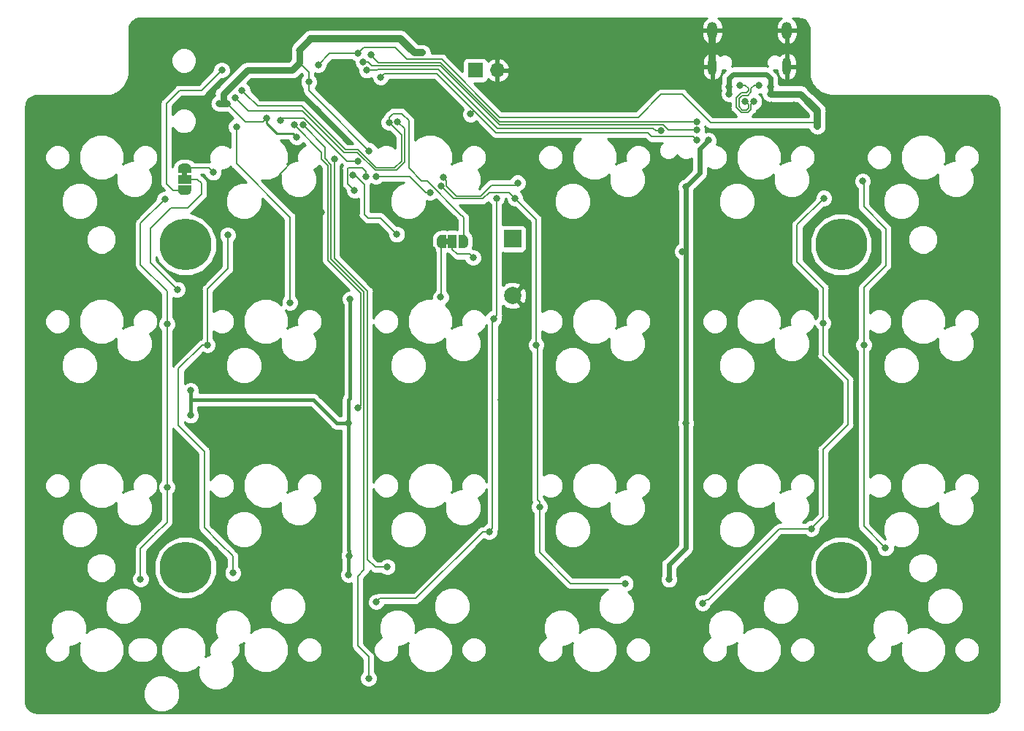
<source format=gbr>
G04 #@! TF.GenerationSoftware,KiCad,Pcbnew,(5.0.1-dev-70-gb7b125d83)*
G04 #@! TF.CreationDate,2019-07-04T18:30:49+02:00*
G04 #@! TF.ProjectId,vitamins_included,766974616D696E735F696E636C756465,rev?*
G04 #@! TF.SameCoordinates,Original*
G04 #@! TF.FileFunction,Copper,L1,Top,Signal*
G04 #@! TF.FilePolarity,Positive*
%FSLAX46Y46*%
G04 Gerber Fmt 4.6, Leading zero omitted, Abs format (unit mm)*
G04 Created by KiCad (PCBNEW (5.0.1-dev-70-gb7b125d83)) date 07/04/19 18:30:49*
%MOMM*%
%LPD*%
G01*
G04 APERTURE LIST*
G04 #@! TA.AperFunction,WasherPad*
%ADD10C,6.000000*%
G04 #@! TD*
G04 #@! TA.AperFunction,SMDPad,CuDef*
%ADD11R,1.000000X1.500000*%
G04 #@! TD*
G04 #@! TA.AperFunction,SMDPad,CuDef*
%ADD12C,0.500000*%
G04 #@! TD*
G04 #@! TA.AperFunction,Conductor*
%ADD13C,0.100000*%
G04 #@! TD*
G04 #@! TA.AperFunction,ComponentPad*
%ADD14O,1.200000X2.000000*%
G04 #@! TD*
G04 #@! TA.AperFunction,ComponentPad*
%ADD15O,1.000000X2.100000*%
G04 #@! TD*
G04 #@! TA.AperFunction,SMDPad,CuDef*
%ADD16R,1.500000X1.000000*%
G04 #@! TD*
G04 #@! TA.AperFunction,ComponentPad*
%ADD17C,2.000000*%
G04 #@! TD*
G04 #@! TA.AperFunction,ComponentPad*
%ADD18R,2.000000X2.000000*%
G04 #@! TD*
G04 #@! TA.AperFunction,ComponentPad*
%ADD19O,1.700000X1.700000*%
G04 #@! TD*
G04 #@! TA.AperFunction,ComponentPad*
%ADD20R,1.700000X1.700000*%
G04 #@! TD*
G04 #@! TA.AperFunction,ViaPad*
%ADD21C,0.800000*%
G04 #@! TD*
G04 #@! TA.AperFunction,Conductor*
%ADD22C,0.812800*%
G04 #@! TD*
G04 #@! TA.AperFunction,Conductor*
%ADD23C,0.400000*%
G04 #@! TD*
G04 #@! TA.AperFunction,Conductor*
%ADD24C,0.152400*%
G04 #@! TD*
G04 #@! TA.AperFunction,Conductor*
%ADD25C,0.406400*%
G04 #@! TD*
G04 #@! TA.AperFunction,Conductor*
%ADD26C,0.800000*%
G04 #@! TD*
G04 #@! TA.AperFunction,Conductor*
%ADD27C,0.609600*%
G04 #@! TD*
G04 #@! TA.AperFunction,Conductor*
%ADD28C,0.203200*%
G04 #@! TD*
G04 #@! TA.AperFunction,Conductor*
%ADD29C,0.254000*%
G04 #@! TD*
G04 #@! TA.AperFunction,Conductor*
%ADD30C,0.200000*%
G04 #@! TD*
G04 #@! TA.AperFunction,Conductor*
%ADD31C,0.600000*%
G04 #@! TD*
G04 APERTURE END LIST*
D10*
G04 #@! TO.P,REF\002A\002A,*
G04 #@! TO.N,*
X19250000Y-27000000D03*
G04 #@! TD*
G04 #@! TO.P,REF\002A\002A,*
G04 #@! TO.N,*
X95250000Y-64500000D03*
G04 #@! TD*
D11*
G04 #@! TO.P,JP6,2*
G04 #@! TO.N,Net-(D38-Pad2)*
X50200000Y-26625000D03*
D12*
G04 #@! TO.P,JP6,3*
G04 #@! TO.N,/Right half/SDA*
X51500000Y-26625000D03*
D13*
G04 #@! TD*
G04 #@! TO.N,/Right half/SDA*
G04 #@! TO.C,JP6*
G36*
X51500000Y-25875602D02*
X51524534Y-25875602D01*
X51573365Y-25880412D01*
X51621490Y-25889984D01*
X51668445Y-25904228D01*
X51713778Y-25923005D01*
X51757051Y-25946136D01*
X51797850Y-25973396D01*
X51835779Y-26004524D01*
X51870476Y-26039221D01*
X51901604Y-26077150D01*
X51928864Y-26117949D01*
X51951995Y-26161222D01*
X51970772Y-26206555D01*
X51985016Y-26253510D01*
X51994588Y-26301635D01*
X51999398Y-26350466D01*
X51999398Y-26375000D01*
X52000000Y-26375000D01*
X52000000Y-26875000D01*
X51999398Y-26875000D01*
X51999398Y-26899534D01*
X51994588Y-26948365D01*
X51985016Y-26996490D01*
X51970772Y-27043445D01*
X51951995Y-27088778D01*
X51928864Y-27132051D01*
X51901604Y-27172850D01*
X51870476Y-27210779D01*
X51835779Y-27245476D01*
X51797850Y-27276604D01*
X51757051Y-27303864D01*
X51713778Y-27326995D01*
X51668445Y-27345772D01*
X51621490Y-27360016D01*
X51573365Y-27369588D01*
X51524534Y-27374398D01*
X51500000Y-27374398D01*
X51500000Y-27375000D01*
X50950000Y-27375000D01*
X50950000Y-25875000D01*
X51500000Y-25875000D01*
X51500000Y-25875602D01*
X51500000Y-25875602D01*
G37*
D12*
G04 #@! TO.P,JP6,1*
G04 #@! TO.N,/Right half/WD2812-out*
X48900000Y-26625000D03*
D13*
G04 #@! TD*
G04 #@! TO.N,/Right half/WD2812-out*
G04 #@! TO.C,JP6*
G36*
X49450000Y-26325000D02*
X49800000Y-26325000D01*
X49800000Y-26925000D01*
X49450000Y-26925000D01*
X49450000Y-27375000D01*
X48900000Y-27375000D01*
X48900000Y-27374398D01*
X48875466Y-27374398D01*
X48826635Y-27369588D01*
X48778510Y-27360016D01*
X48731555Y-27345772D01*
X48686222Y-27326995D01*
X48642949Y-27303864D01*
X48602150Y-27276604D01*
X48564221Y-27245476D01*
X48529524Y-27210779D01*
X48498396Y-27172850D01*
X48471136Y-27132051D01*
X48448005Y-27088778D01*
X48429228Y-27043445D01*
X48414984Y-26996490D01*
X48405412Y-26948365D01*
X48400602Y-26899534D01*
X48400602Y-26875000D01*
X48400000Y-26875000D01*
X48400000Y-26375000D01*
X48400602Y-26375000D01*
X48400602Y-26350466D01*
X48405412Y-26301635D01*
X48414984Y-26253510D01*
X48429228Y-26206555D01*
X48448005Y-26161222D01*
X48471136Y-26117949D01*
X48498396Y-26077150D01*
X48529524Y-26039221D01*
X48564221Y-26004524D01*
X48602150Y-25973396D01*
X48642949Y-25946136D01*
X48686222Y-25923005D01*
X48731555Y-25904228D01*
X48778510Y-25889984D01*
X48826635Y-25880412D01*
X48875466Y-25875602D01*
X48900000Y-25875602D01*
X48900000Y-25875000D01*
X49450000Y-25875000D01*
X49450000Y-26325000D01*
X49450000Y-26325000D01*
G37*
D14*
G04 #@! TO.P,J10,S1*
G04 #@! TO.N,GND*
X88970000Y-2140000D03*
X80330000Y-2140000D03*
D15*
X88970000Y-6310000D03*
X80330000Y-6310000D03*
G04 #@! TD*
D12*
G04 #@! TO.P,JP3,1*
G04 #@! TO.N,/Right half/WD2812-in*
X19150000Y-18100000D03*
D13*
G04 #@! TD*
G04 #@! TO.N,/Right half/WD2812-in*
G04 #@! TO.C,JP3*
G36*
X19450000Y-18650000D02*
X19450000Y-19000000D01*
X18850000Y-19000000D01*
X18850000Y-18650000D01*
X18400000Y-18650000D01*
X18400000Y-18100000D01*
X18400602Y-18100000D01*
X18400602Y-18075466D01*
X18405412Y-18026635D01*
X18414984Y-17978510D01*
X18429228Y-17931555D01*
X18448005Y-17886222D01*
X18471136Y-17842949D01*
X18498396Y-17802150D01*
X18529524Y-17764221D01*
X18564221Y-17729524D01*
X18602150Y-17698396D01*
X18642949Y-17671136D01*
X18686222Y-17648005D01*
X18731555Y-17629228D01*
X18778510Y-17614984D01*
X18826635Y-17605412D01*
X18875466Y-17600602D01*
X18900000Y-17600602D01*
X18900000Y-17600000D01*
X19400000Y-17600000D01*
X19400000Y-17600602D01*
X19424534Y-17600602D01*
X19473365Y-17605412D01*
X19521490Y-17614984D01*
X19568445Y-17629228D01*
X19613778Y-17648005D01*
X19657051Y-17671136D01*
X19697850Y-17698396D01*
X19735779Y-17729524D01*
X19770476Y-17764221D01*
X19801604Y-17802150D01*
X19828864Y-17842949D01*
X19851995Y-17886222D01*
X19870772Y-17931555D01*
X19885016Y-17978510D01*
X19894588Y-18026635D01*
X19899398Y-18075466D01*
X19899398Y-18100000D01*
X19900000Y-18100000D01*
X19900000Y-18650000D01*
X19450000Y-18650000D01*
X19450000Y-18650000D01*
G37*
D12*
G04 #@! TO.P,JP3,3*
G04 #@! TO.N,/Right half/SDA*
X19150000Y-20700000D03*
D13*
G04 #@! TD*
G04 #@! TO.N,/Right half/SDA*
G04 #@! TO.C,JP3*
G36*
X19899398Y-20700000D02*
X19899398Y-20724534D01*
X19894588Y-20773365D01*
X19885016Y-20821490D01*
X19870772Y-20868445D01*
X19851995Y-20913778D01*
X19828864Y-20957051D01*
X19801604Y-20997850D01*
X19770476Y-21035779D01*
X19735779Y-21070476D01*
X19697850Y-21101604D01*
X19657051Y-21128864D01*
X19613778Y-21151995D01*
X19568445Y-21170772D01*
X19521490Y-21185016D01*
X19473365Y-21194588D01*
X19424534Y-21199398D01*
X19400000Y-21199398D01*
X19400000Y-21200000D01*
X18900000Y-21200000D01*
X18900000Y-21199398D01*
X18875466Y-21199398D01*
X18826635Y-21194588D01*
X18778510Y-21185016D01*
X18731555Y-21170772D01*
X18686222Y-21151995D01*
X18642949Y-21128864D01*
X18602150Y-21101604D01*
X18564221Y-21070476D01*
X18529524Y-21035779D01*
X18498396Y-20997850D01*
X18471136Y-20957051D01*
X18448005Y-20913778D01*
X18429228Y-20868445D01*
X18414984Y-20821490D01*
X18405412Y-20773365D01*
X18400602Y-20724534D01*
X18400602Y-20700000D01*
X18400000Y-20700000D01*
X18400000Y-20150000D01*
X19900000Y-20150000D01*
X19900000Y-20700000D01*
X19899398Y-20700000D01*
X19899398Y-20700000D01*
G37*
D16*
G04 #@! TO.P,JP3,2*
G04 #@! TO.N,Net-(D35-Pad4)*
X19150000Y-19400000D03*
G04 #@! TD*
D10*
G04 #@! TO.P,REF\002A\002A,*
G04 #@! TO.N,*
X19250000Y-64473000D03*
G04 #@! TD*
D17*
G04 #@! TO.P,J5,2*
G04 #@! TO.N,GND*
X57176000Y-32896000D03*
D18*
G04 #@! TO.P,J5,1*
G04 #@! TO.N,Net-(J5-Pad1)*
X57176000Y-26296000D03*
G04 #@! TD*
D10*
G04 #@! TO.P,REF\002A\002A,*
G04 #@! TO.N,*
X95250000Y-27000000D03*
G04 #@! TD*
D19*
G04 #@! TO.P,J4,2*
G04 #@! TO.N,GND*
X55400000Y-6750000D03*
D20*
G04 #@! TO.P,J4,1*
G04 #@! TO.N,/Right half/~RESET*
X52860000Y-6750000D03*
G04 #@! TD*
D21*
G04 #@! TO.N,GND*
X31150000Y-50600000D03*
X76450000Y-18600000D03*
X69173000Y-22359000D03*
X50750000Y-16600000D03*
X12550000Y-75800000D03*
X95050000Y-46200000D03*
X95500000Y-53600000D03*
X25050000Y-31400000D03*
X85350000Y-64300000D03*
X63050000Y-26200000D03*
X30650000Y-21600000D03*
X73450000Y-44900000D03*
X95650000Y-20000000D03*
X55850000Y-45000000D03*
X99150000Y-57600000D03*
X12050000Y-62000000D03*
X61250000Y-45000000D03*
X74150000Y-22900000D03*
X76750000Y-66200000D03*
X1350000Y-68200000D03*
X82550000Y-16200000D03*
X82550000Y-17200000D03*
X57108000Y-67698000D03*
X37892518Y-11411000D03*
X82050000Y-11300000D03*
X82550000Y-76000000D03*
X15250000Y-64800000D03*
X35550000Y-77100000D03*
X30311000Y-60586000D03*
X60080000Y-18750000D03*
X63350000Y-51000000D03*
X47350000Y-10500000D03*
X99350000Y-63300000D03*
X96150000Y-60300000D03*
X69850000Y-52000000D03*
X112950000Y-16600000D03*
X26450000Y-28250000D03*
X52700000Y-30750000D03*
X28533000Y-9278000D03*
X89750000Y-10800000D03*
X104950000Y-23400000D03*
X18373000Y-69476000D03*
X48750000Y-45000000D03*
X19516000Y-34551000D03*
X105050000Y-43700000D03*
X78000000Y-76000000D03*
X88950000Y-61300000D03*
X53950000Y-33500000D03*
X5650000Y-78000000D03*
X112950000Y-22400000D03*
X42950000Y-31500000D03*
X95650000Y-19100000D03*
X47250000Y-50600000D03*
X23150000Y-66400000D03*
X63077000Y-75953000D03*
X49350000Y-24400000D03*
X50750000Y-15400000D03*
X23450000Y-63500000D03*
X58750000Y-9700000D03*
X31650000Y-41900000D03*
X24450000Y-68600000D03*
X95000000Y-44050000D03*
X69850000Y-7000000D03*
X25750000Y-62500000D03*
X33740000Y-28074000D03*
X28750000Y-78500000D03*
X26250000Y-66400000D03*
X61426000Y-27185000D03*
X19262000Y-51600000D03*
X82550000Y-18100000D03*
X49850000Y-76200000D03*
X35050000Y-23200000D03*
X95650000Y-20900000D03*
X80950000Y-63500000D03*
X104950000Y-60400000D03*
X89150000Y-72200000D03*
X63585000Y-18930000D03*
X47850000Y-27600000D03*
X40750000Y-73600000D03*
X45650000Y-10500000D03*
X112750000Y-60800000D03*
X112950000Y-41200000D03*
X29550000Y-40500000D03*
X63950000Y-68100000D03*
X32150000Y-16000000D03*
X66550000Y-31600000D03*
X103850000Y-48800000D03*
X95650000Y-33900000D03*
X46550000Y-70800000D03*
X102150000Y-57600000D03*
X53150000Y-24300000D03*
X107550000Y-23400000D03*
X73250000Y-76000000D03*
X84150000Y-68400000D03*
X102350000Y-67300000D03*
X87150000Y-10800000D03*
X53950000Y-76100000D03*
X1050000Y-73900000D03*
X55750000Y-16500000D03*
X82750000Y-31800000D03*
X112950000Y-36000000D03*
X69800000Y-10750000D03*
X55750000Y-9700000D03*
X45050000Y-76200000D03*
X79450000Y-49600000D03*
X109940000Y-79128000D03*
X82550000Y-56700000D03*
X94750000Y-72500000D03*
X112950000Y-55000000D03*
G04 #@! TO.N,VBUS*
X87050000Y-8650000D03*
X39250000Y-4800000D03*
X92500000Y-13250000D03*
X34650000Y-6100000D03*
X82250000Y-8650000D03*
X92500000Y-12400000D03*
X87050000Y-9500000D03*
X82250000Y-9500000D03*
G04 #@! TO.N,/Right half/row1*
X31835000Y-13088000D03*
X39250000Y-45965000D03*
G04 #@! TO.N,/Right half/row2*
X36516211Y-17027126D03*
X42650000Y-64400000D03*
G04 #@! TO.N,/Right half/row3*
X40471000Y-77334000D03*
X32851000Y-13088000D03*
G04 #@! TO.N,/Right half/~RESET*
X41874500Y-7547500D03*
X78500000Y-14850000D03*
X52300000Y-11850000D03*
G04 #@! TO.N,/Right half/MOSI*
X40250000Y-6750000D03*
X74350000Y-13800000D03*
G04 #@! TO.N,/Right half/SCK*
X39842500Y-5769500D03*
X78500000Y-13700000D03*
G04 #@! TO.N,/Right half/MISO*
X78500000Y-12700000D03*
X40725000Y-4960000D03*
G04 #@! TO.N,/Right half/WD2812-in*
X22450000Y-18600000D03*
G04 #@! TO.N,/Right half/SDA*
X42850000Y-12800000D03*
X23453000Y-6738000D03*
X25815000Y-9100000D03*
G04 #@! TO.N,/Right half/SCL/D3*
X43850000Y-12700000D03*
X25050000Y-9986000D03*
G04 #@! TO.N,/Right half/buzz*
X38682634Y-18952689D03*
X43750000Y-25800000D03*
G04 #@! TO.N,/Right half/col0*
X17103000Y-36202000D03*
X17103000Y-55125000D03*
X16849000Y-21724000D03*
X14050000Y-65800000D03*
G04 #@! TO.N,/Right half/col1*
X24150000Y-25900000D03*
X24750000Y-65100000D03*
X21802000Y-38615000D03*
G04 #@! TO.N,/Right half/col2*
X54949000Y-35567000D03*
X55330000Y-21597000D03*
X41360000Y-68460000D03*
X54441000Y-60332000D03*
G04 #@! TO.N,/Right half/col3*
X59902000Y-38615000D03*
X57450000Y-21600000D03*
X70250000Y-66300000D03*
X60283000Y-57411000D03*
X48853000Y-20200000D03*
G04 #@! TO.N,/Right half/col4*
X91779000Y-59951000D03*
X47583000Y-20962000D03*
X41350000Y-19100000D03*
X93176000Y-36075000D03*
X79206000Y-68587000D03*
X93250000Y-21600000D03*
G04 #@! TO.N,/Right half/col5*
X97748000Y-19615600D03*
X49107000Y-19184000D03*
X97875000Y-38615000D03*
X100397000Y-62200000D03*
X57743000Y-19819000D03*
G04 #@! TO.N,/Right half/Dd+*
X85750000Y-8500000D03*
X84150000Y-10400000D03*
G04 #@! TO.N,/Right half/Dd-*
X85150000Y-10400000D03*
X83550000Y-8500000D03*
G04 #@! TO.N,VCC*
X19850000Y-46800000D03*
X38250000Y-63100000D03*
X38350000Y-33300000D03*
X33550000Y-8100000D03*
X24050000Y-10600000D03*
X77250000Y-20300000D03*
X23150000Y-10600000D03*
X45823999Y-4724999D03*
X75300000Y-65850000D03*
X40550000Y-16100000D03*
X38150000Y-47700000D03*
X19850000Y-43900000D03*
X46650000Y-4724999D03*
X77250000Y-47700000D03*
X76850000Y-27800000D03*
X28650000Y-12350000D03*
X79850000Y-14900000D03*
X38150000Y-65300000D03*
X32150000Y-14500000D03*
X32470000Y-4452000D03*
G04 #@! TO.N,Net-(R12-Pad1)*
X30250000Y-12600000D03*
X39250000Y-17300000D03*
G04 #@! TO.N,Net-(R14-Pad1)*
X38850000Y-20700000D03*
X40150000Y-19100000D03*
G04 #@! TO.N,Net-(D38-Pad2)*
X52600000Y-28500000D03*
G04 #@! TO.N,Net-(D35-Pad4)*
X18300000Y-32200000D03*
G04 #@! TO.N,/Right half/WD2812-out*
X31350000Y-33700000D03*
X48850000Y-33100000D03*
X25150000Y-13300000D03*
G04 #@! TD*
D22*
G04 #@! TO.N,GND*
X63585000Y-18930000D02*
X60080000Y-18930000D01*
X69173000Y-28000000D02*
X69173000Y-23400000D01*
D23*
X95050000Y-46200000D02*
X95050000Y-44100000D01*
D24*
X32800000Y-23200000D02*
X32500000Y-22900000D01*
D23*
X95050000Y-44100000D02*
X95000000Y-44050000D01*
X76750000Y-66200000D02*
X76750000Y-64850000D01*
X69173000Y-23400000D02*
X73650000Y-23400000D01*
D24*
X30150000Y-18800000D02*
X30150000Y-20550000D01*
D22*
X69173000Y-23400000D02*
X69173000Y-22623000D01*
D25*
X37905000Y-11411000D02*
X37892518Y-11411000D01*
D23*
X78250000Y-63350000D02*
X80400000Y-63350000D01*
D26*
X68773001Y-21959001D02*
X69173000Y-22359000D01*
D22*
X66550000Y-31600000D02*
X69173000Y-28977000D01*
X69173000Y-28977000D02*
X69173000Y-28000000D01*
D26*
X69173000Y-22359000D02*
X69173000Y-22723000D01*
X65450000Y-19900000D02*
X66050000Y-19900000D01*
D23*
X76750000Y-64850000D02*
X78250000Y-63350000D01*
D24*
X32150000Y-16800000D02*
X30150000Y-18800000D01*
D23*
X73650000Y-23400000D02*
X74150000Y-22900000D01*
D22*
X69173000Y-23400000D02*
X69173000Y-22723000D01*
D26*
X68109001Y-21959001D02*
X68773001Y-21959001D01*
X66050000Y-19900000D02*
X68109001Y-21959001D01*
X63585000Y-18930000D02*
X64480000Y-18930000D01*
D24*
X30150000Y-20550000D02*
X32500000Y-22900000D01*
D26*
X64480000Y-18930000D02*
X65450000Y-19900000D01*
D22*
X80330000Y-6310000D02*
X80330000Y-2140000D01*
D24*
X32150000Y-16000000D02*
X32150000Y-16800000D01*
X35050000Y-23200000D02*
X32800000Y-23200000D01*
D27*
G04 #@! TO.N,VBUS*
X82750000Y-7200000D02*
X86550000Y-7200000D01*
D28*
X76450000Y-9550000D02*
X76800000Y-9550000D01*
D27*
X82250000Y-8400000D02*
X82250000Y-7700000D01*
D28*
X80100001Y-12850001D02*
X82300001Y-12850001D01*
X71750000Y-12200000D02*
X55650000Y-12200000D01*
X76800000Y-9550000D02*
X80100001Y-12850001D01*
X74400000Y-9550000D02*
X71750000Y-12200000D01*
D22*
X91300000Y-10250000D02*
X92500000Y-11450000D01*
D28*
X76450000Y-9550000D02*
X74400000Y-9550000D01*
X43550000Y-4100000D02*
X39950000Y-4100000D01*
D27*
X87050000Y-8400000D02*
X87050000Y-9250000D01*
D26*
X90550000Y-9500000D02*
X91300000Y-10250000D01*
X87050000Y-9500000D02*
X90550000Y-9500000D01*
D28*
X92100001Y-12850001D02*
X82300001Y-12850001D01*
X35950000Y-4800000D02*
X39250000Y-4800000D01*
D27*
X82250000Y-7700000D02*
X82750000Y-7200000D01*
X86550000Y-7200000D02*
X87050000Y-7700000D01*
X82250000Y-8400000D02*
X82250000Y-9250000D01*
D28*
X44950001Y-5500001D02*
X48950000Y-5500001D01*
D27*
X87050000Y-7700000D02*
X87050000Y-8400000D01*
D28*
X92500000Y-13250000D02*
X92100001Y-12850001D01*
X39950000Y-4100000D02*
X39250000Y-4800000D01*
X55650000Y-12200000D02*
X48950000Y-5500001D01*
X34650000Y-6100000D02*
X35950000Y-4800000D01*
D22*
X92500000Y-11450000D02*
X92500000Y-13250000D01*
D28*
X44750000Y-5300000D02*
X44950001Y-5500001D01*
X44750000Y-5300000D02*
X43550000Y-4100000D01*
D24*
G04 #@! TO.N,/Right half/row1*
X35050000Y-17100000D02*
X35750000Y-17800000D01*
X39550000Y-45665000D02*
X39250000Y-45965000D01*
X31835000Y-13088000D02*
X35050000Y-16303000D01*
X35050000Y-16303000D02*
X35050000Y-16600000D01*
X35750000Y-28800000D02*
X39550000Y-32600000D01*
X39550000Y-32600000D02*
X39550000Y-45665000D01*
X35750000Y-17800000D02*
X35750000Y-28800000D01*
X35050000Y-16600000D02*
X35050000Y-17100000D01*
G04 #@! TO.N,/Right half/row2*
X40344000Y-63500000D02*
X40344000Y-32392000D01*
X41244000Y-64400000D02*
X40344000Y-63500000D01*
X42650000Y-64400000D02*
X41244000Y-64400000D01*
X40344000Y-32392000D02*
X36516211Y-28564211D01*
X36516211Y-17592811D02*
X36516211Y-17027126D01*
X36516211Y-28564211D02*
X36516211Y-17592811D01*
G04 #@! TO.N,/Right half/row3*
X36150000Y-17700000D02*
X36150000Y-28700000D01*
X40471000Y-74810000D02*
X40471000Y-77334000D01*
X39201000Y-73540000D02*
X40471000Y-74810000D01*
X32851000Y-13088000D02*
X35450000Y-15687000D01*
X39950000Y-32500000D02*
X39950000Y-64700000D01*
X39201000Y-65449000D02*
X39201000Y-73540000D01*
X35450000Y-17000000D02*
X36150000Y-17700000D01*
X36150000Y-28700000D02*
X39950000Y-32500000D01*
X39950000Y-64700000D02*
X39201000Y-65449000D01*
X35450000Y-15687000D02*
X35450000Y-17000000D01*
G04 #@! TO.N,/Right half/~RESET*
X42274499Y-7147501D02*
X48373501Y-7147501D01*
X52676000Y-11450000D02*
X52900000Y-11674000D01*
X41874500Y-7547500D02*
X42274499Y-7147501D01*
X51600000Y-10374000D02*
X52676000Y-11450000D01*
X73300000Y-14450000D02*
X72850000Y-14000000D01*
X52676000Y-11474000D02*
X52300000Y-11850000D01*
X72850000Y-14000000D02*
X55226000Y-14000000D01*
X48373501Y-7147501D02*
X51600000Y-10374000D01*
X55226000Y-14000000D02*
X52900000Y-11674000D01*
X52676000Y-11450000D02*
X52676000Y-11474000D01*
X78100000Y-14450000D02*
X73300000Y-14450000D01*
X78500000Y-14850000D02*
X78100000Y-14450000D01*
G04 #@! TO.N,/Right half/MOSI*
X48561000Y-6611000D02*
X48450000Y-6611000D01*
X73453315Y-13469000D02*
X73150000Y-13469000D01*
X69700000Y-13469000D02*
X69819000Y-13469000D01*
X40250000Y-6750000D02*
X41475000Y-6750000D01*
X41614000Y-6611000D02*
X48450000Y-6611000D01*
X74350000Y-13800000D02*
X73784315Y-13800000D01*
X69550000Y-13469000D02*
X55419000Y-13469000D01*
X73784315Y-13800000D02*
X73453315Y-13469000D01*
X55419000Y-13469000D02*
X48561000Y-6611000D01*
X41475000Y-6750000D02*
X41614000Y-6611000D01*
X69550000Y-13469000D02*
X69681000Y-13469000D01*
X69700000Y-13469000D02*
X73150000Y-13469000D01*
X69550000Y-13469000D02*
X69700000Y-13469000D01*
G04 #@! TO.N,/Right half/SCK*
X48781946Y-6230000D02*
X40868685Y-6230000D01*
X78500000Y-13700000D02*
X75250000Y-13700000D01*
X40868685Y-6230000D02*
X40408185Y-5769500D01*
X40408185Y-5769500D02*
X39842500Y-5769500D01*
X74650000Y-13100000D02*
X55651946Y-13100000D01*
X55651946Y-13100000D02*
X48781946Y-6230000D01*
X75250000Y-13700000D02*
X74650000Y-13100000D01*
G04 #@! TO.N,/Right half/MISO*
X48838621Y-5855609D02*
X41620609Y-5855609D01*
X41620609Y-5855609D02*
X41124999Y-5359999D01*
X78500000Y-12700000D02*
X55683012Y-12700000D01*
X55683012Y-12700000D02*
X48838621Y-5855609D01*
X41124999Y-5359999D02*
X40725000Y-4960000D01*
G04 #@! TO.N,/Right half/WD2812-in*
X19150000Y-18100000D02*
X21950000Y-18100000D01*
X21950000Y-18100000D02*
X22450000Y-18600000D01*
G04 #@! TO.N,/Right half/SDA*
X18550000Y-9100000D02*
X21091000Y-9100000D01*
X51500000Y-23850000D02*
X51050000Y-23400000D01*
X44281000Y-14231000D02*
X44281000Y-17279000D01*
X27615000Y-10900000D02*
X26214999Y-9499999D01*
X43284315Y-11800000D02*
X44350000Y-11800000D01*
X42850000Y-12800000D02*
X44281000Y-14231000D01*
X44350000Y-11800000D02*
X45150000Y-12600000D01*
X44281000Y-17279000D02*
X43493412Y-18066588D01*
X41385588Y-18066588D02*
X39277189Y-15958189D01*
X17050000Y-19900000D02*
X17050000Y-10600000D01*
X33136067Y-11286067D02*
X32750000Y-10900000D01*
X17050000Y-10600000D02*
X18550000Y-9100000D01*
X37803255Y-15958189D02*
X33136067Y-11291001D01*
X51500000Y-26625000D02*
X51500000Y-23850000D01*
X42850000Y-12800000D02*
X42850000Y-12234315D01*
X46650000Y-19600000D02*
X47250000Y-19600000D01*
X45150000Y-12600000D02*
X45150000Y-18100000D01*
X45150000Y-18100000D02*
X46650000Y-19600000D01*
X21091000Y-9100000D02*
X23453000Y-6738000D01*
X26214999Y-9499999D02*
X25815000Y-9100000D01*
X33136067Y-11291001D02*
X33136067Y-11286067D01*
X17850000Y-20700000D02*
X17050000Y-19900000D01*
X19150000Y-20700000D02*
X17850000Y-20700000D01*
X47250000Y-19600000D02*
X51050000Y-23400000D01*
X43493412Y-18066588D02*
X41385588Y-18066588D01*
X32750000Y-10900000D02*
X27615000Y-10900000D01*
X39277189Y-15958189D02*
X37803255Y-15958189D01*
X42850000Y-12234315D02*
X43284315Y-11800000D01*
G04 #@! TO.N,/Right half/SCL/D3*
X41251729Y-18371399D02*
X43696601Y-18371399D01*
X37613000Y-16263000D02*
X39143330Y-16263000D01*
X44662000Y-17406000D02*
X44662000Y-13512000D01*
X32836000Y-11486000D02*
X37613000Y-16263000D01*
X44662000Y-13512000D02*
X43850000Y-12700000D01*
X43696601Y-18371399D02*
X44662000Y-17406000D01*
X39143330Y-16263000D02*
X41251729Y-18371399D01*
X26550000Y-11486000D02*
X32836000Y-11486000D01*
X25050000Y-9986000D02*
X26550000Y-11486000D01*
G04 #@! TO.N,/Right half/buzz*
X38900374Y-18952689D02*
X38772414Y-18952689D01*
X40000000Y-20052315D02*
X38900374Y-18952689D01*
X40000000Y-20052315D02*
X40000000Y-23500000D01*
X40000000Y-23500000D02*
X40400000Y-23900000D01*
X43750000Y-25800000D02*
X41850000Y-23900000D01*
X41850000Y-23900000D02*
X40400000Y-23900000D01*
X38772414Y-18952689D02*
X38682634Y-18952689D01*
G04 #@! TO.N,/Right half/col0*
X14050000Y-29347000D02*
X17103000Y-32400000D01*
X14050000Y-62242000D02*
X15592000Y-60700000D01*
X16849000Y-21724000D02*
X14050000Y-24523000D01*
X17103000Y-59189000D02*
X17103000Y-55125000D01*
X17103000Y-32400000D02*
X17103000Y-36202000D01*
X14050000Y-24523000D02*
X14050000Y-29347000D01*
X14050000Y-65800000D02*
X14050000Y-62242000D01*
X17103000Y-55125000D02*
X17103000Y-36202000D01*
X15452000Y-60840000D02*
X15592000Y-60700000D01*
X15592000Y-60700000D02*
X17103000Y-59189000D01*
G04 #@! TO.N,/Right half/col1*
X23326000Y-61732715D02*
X23250000Y-61656715D01*
X24150000Y-29000000D02*
X24150000Y-26800000D01*
X24750000Y-65100000D02*
X24750000Y-63156715D01*
X18450000Y-48000000D02*
X21421000Y-50971000D01*
X18450000Y-41401315D02*
X18450000Y-48000000D01*
X21802000Y-38615000D02*
X21236315Y-38615000D01*
X21236315Y-38615000D02*
X18450000Y-41401315D01*
X24150000Y-29700000D02*
X24150000Y-29000000D01*
X24150000Y-29800000D02*
X21802000Y-32148000D01*
X23250000Y-61656715D02*
X21421000Y-59827715D01*
X21421000Y-50971000D02*
X21421000Y-52000000D01*
X24150000Y-29000000D02*
X24150000Y-29800000D01*
X21421000Y-59827715D02*
X21421000Y-52000000D01*
X24150000Y-26800000D02*
X24150000Y-25900000D01*
X24750000Y-63156715D02*
X23250000Y-61656715D01*
X21802000Y-32148000D02*
X21802000Y-38615000D01*
G04 #@! TO.N,/Right half/col2*
X45950999Y-68060001D02*
X53679000Y-60332000D01*
X55330000Y-35186000D02*
X54949000Y-35567000D01*
X53679000Y-60332000D02*
X54441000Y-60332000D01*
X55330000Y-21597000D02*
X55330000Y-35186000D01*
X41360000Y-68460000D02*
X41759999Y-68060001D01*
X54840999Y-59932001D02*
X54840999Y-35675001D01*
X54441000Y-60332000D02*
X54840999Y-59932001D01*
X54840999Y-35675001D02*
X54949000Y-35567000D01*
X41759999Y-68060001D02*
X45950999Y-68060001D01*
G04 #@! TO.N,/Right half/col3*
X60283000Y-57411000D02*
X60283000Y-62733000D01*
X59902000Y-24052000D02*
X57450000Y-21600000D01*
X48853000Y-20200000D02*
X50300811Y-21647811D01*
X54459999Y-20943001D02*
X56050000Y-20943001D01*
X60029000Y-56591315D02*
X60029000Y-38742000D01*
X60029000Y-38742000D02*
X59902000Y-38615000D01*
X60283000Y-56845315D02*
X60029000Y-56591315D01*
X63850000Y-66300000D02*
X70250000Y-66300000D01*
X56050000Y-20943001D02*
X56793001Y-20943001D01*
X59902000Y-38615000D02*
X59902000Y-24400000D01*
X59902000Y-24400000D02*
X59902000Y-24052000D01*
X60283000Y-62733000D02*
X63850000Y-66300000D01*
X50300811Y-21647811D02*
X53755189Y-21647811D01*
X60283000Y-57411000D02*
X60283000Y-56845315D01*
X56793001Y-20943001D02*
X57450000Y-21600000D01*
X53755189Y-21647811D02*
X54459999Y-20943001D01*
G04 #@! TO.N,/Right half/col4*
X79605999Y-68187001D02*
X79859999Y-68187001D01*
X47075000Y-20962000D02*
X47583000Y-20962000D01*
X90150000Y-29000000D02*
X93176000Y-32026000D01*
X90150000Y-24700000D02*
X90150000Y-29000000D01*
X93176000Y-50774000D02*
X93176000Y-58554000D01*
X45213000Y-19100000D02*
X47075000Y-20962000D01*
X79206000Y-68587000D02*
X79605999Y-68187001D01*
X93250000Y-21600000D02*
X90150000Y-24700000D01*
X92178999Y-59551001D02*
X91779000Y-59951000D01*
X93176000Y-36075000D02*
X93176000Y-39826000D01*
X41350000Y-19100000D02*
X45213000Y-19100000D01*
X79859999Y-68187001D02*
X88096000Y-59951000D01*
X96050000Y-42700000D02*
X96050000Y-47900000D01*
X93176000Y-58554000D02*
X92178999Y-59551001D01*
X93176000Y-32026000D02*
X93176000Y-32500000D01*
X88096000Y-59951000D02*
X91779000Y-59951000D01*
X93176000Y-32500000D02*
X93176000Y-36075000D01*
X93176000Y-39826000D02*
X96050000Y-42700000D01*
X96050000Y-47900000D02*
X93176000Y-50774000D01*
G04 #@! TO.N,/Right half/col5*
X49506999Y-19583999D02*
X49506999Y-20218999D01*
X97875000Y-38615000D02*
X97875000Y-57200000D01*
X100450000Y-25175000D02*
X97875000Y-22600000D01*
X97875000Y-38615000D02*
X97875000Y-31975000D01*
X49506999Y-20218999D02*
X50631000Y-21343000D01*
X97875000Y-31975000D02*
X100450000Y-29400000D01*
X49107000Y-19184000D02*
X49506999Y-19583999D01*
X53425000Y-21343000D02*
X54695000Y-20073000D01*
X97875000Y-22600000D02*
X97875000Y-19742600D01*
X54695000Y-20073000D02*
X57489000Y-20073000D01*
X97875000Y-57200000D02*
X97875000Y-59678000D01*
X100450000Y-29400000D02*
X100450000Y-25175000D01*
X97875000Y-19742600D02*
X97748000Y-19615600D01*
X97875000Y-59678000D02*
X100397000Y-62200000D01*
X50631000Y-21343000D02*
X53425000Y-21343000D01*
X57489000Y-20073000D02*
X57743000Y-19819000D01*
G04 #@! TO.N,/Right half/Dd+*
X85750000Y-8500000D02*
X85184315Y-8500000D01*
X84497600Y-10747600D02*
X84497600Y-11136872D01*
X84497600Y-11136872D02*
X84286872Y-11347600D01*
X83813128Y-11347600D02*
X83402400Y-10936872D01*
X85184315Y-8500000D02*
X84802400Y-8881915D01*
X83402400Y-10936872D02*
X83402400Y-10063128D01*
X83402400Y-10063128D02*
X83813128Y-9652400D01*
X84150000Y-10400000D02*
X84497600Y-10747600D01*
X84802400Y-8881915D02*
X84802400Y-8900000D01*
X84286872Y-11347600D02*
X83813128Y-11347600D01*
X84802400Y-9263128D02*
X84802400Y-8900000D01*
X83813128Y-9652400D02*
X84413128Y-9652400D01*
X84413128Y-9652400D02*
X84802400Y-9263128D01*
G04 #@! TO.N,/Right half/Dd-*
X83097600Y-9936872D02*
X83686872Y-9347600D01*
X84413128Y-11652400D02*
X83686872Y-11652400D01*
X83550000Y-8500000D02*
X84115685Y-8500000D01*
X84802400Y-10747600D02*
X84802400Y-11263128D01*
X83097600Y-11063128D02*
X83097600Y-9936872D01*
X84802400Y-11263128D02*
X84413128Y-11652400D01*
X84497600Y-9136872D02*
X84497600Y-8900000D01*
X84286872Y-9347600D02*
X84497600Y-9136872D01*
X84115685Y-8500000D02*
X84497600Y-8881915D01*
X83686872Y-9347600D02*
X84286872Y-9347600D01*
X83686872Y-11652400D02*
X83097600Y-11063128D01*
X84497600Y-8881915D02*
X84497600Y-8900000D01*
X85150000Y-10400000D02*
X84802400Y-10747600D01*
D29*
G04 #@! TO.N,VCC*
X29819316Y-14085001D02*
X28650000Y-12915685D01*
D22*
X44154000Y-3055000D02*
X45424000Y-4325000D01*
D26*
X31598000Y-6752000D02*
X32470000Y-5880000D01*
D23*
X77250000Y-27800000D02*
X77250000Y-41600000D01*
D26*
X32470000Y-4335000D02*
X33750000Y-3055000D01*
D28*
X39201000Y-3124315D02*
X39131685Y-3055000D01*
D23*
X77250000Y-27800000D02*
X76850000Y-27800000D01*
D26*
X26432315Y-6752000D02*
X25284315Y-7900000D01*
D30*
X26199999Y-12749999D02*
X24450000Y-11000000D01*
X33550000Y-8100000D02*
X33550000Y-9100000D01*
D23*
X75300000Y-65850000D02*
X75300000Y-65284315D01*
D22*
X45424000Y-4325000D02*
X45823999Y-4724999D01*
D26*
X23650000Y-10600000D02*
X24050000Y-10600000D01*
D28*
X40550000Y-16100000D02*
X34945998Y-10495998D01*
D23*
X38150000Y-47700000D02*
X36750000Y-47700000D01*
X38350000Y-33300000D02*
X38350000Y-44800000D01*
D26*
X25284315Y-7900000D02*
X23650000Y-9534315D01*
D28*
X39131685Y-3055000D02*
X39074000Y-3055000D01*
D31*
X75300000Y-64850000D02*
X75300000Y-64150000D01*
D23*
X19850000Y-45000000D02*
X19850000Y-46800000D01*
D31*
X77250000Y-47700000D02*
X77250000Y-62200000D01*
D26*
X23150000Y-10600000D02*
X23650000Y-10600000D01*
D22*
X39074000Y-3055000D02*
X44154000Y-3055000D01*
D30*
X24450000Y-11000000D02*
X24050000Y-10600000D01*
D26*
X23650000Y-10100000D02*
X23650000Y-10600000D01*
D23*
X19850000Y-45000000D02*
X19850000Y-43900000D01*
D31*
X78850000Y-18700000D02*
X77250000Y-20300000D01*
D28*
X28250001Y-12749999D02*
X26650000Y-12749999D01*
D26*
X23650000Y-9534315D02*
X23650000Y-10100000D01*
D29*
X31550000Y-14085001D02*
X31735001Y-14085001D01*
D28*
X26650000Y-12749999D02*
X26499999Y-12749999D01*
D29*
X31735001Y-14085001D02*
X32150000Y-14500000D01*
D23*
X38150000Y-63200000D02*
X38250000Y-63100000D01*
D22*
X38588500Y-3055000D02*
X39074000Y-3055000D01*
D23*
X38150000Y-62434315D02*
X38150000Y-47700000D01*
D30*
X33550000Y-6960000D02*
X32470000Y-5880000D01*
D26*
X32470000Y-4452000D02*
X32470000Y-4335000D01*
D23*
X38150000Y-45000000D02*
X38350000Y-44800000D01*
D26*
X32470000Y-5880000D02*
X32470000Y-4452000D01*
D29*
X28650000Y-12915685D02*
X28650000Y-12350000D01*
D30*
X33550000Y-8100000D02*
X33550000Y-6960000D01*
D22*
X45823999Y-4724999D02*
X46725001Y-4724999D01*
D26*
X26432315Y-6752000D02*
X31598000Y-6752000D01*
D30*
X26650000Y-12749999D02*
X26199999Y-12749999D01*
D29*
X30800001Y-14085001D02*
X31550000Y-14085001D01*
D31*
X77250000Y-20300000D02*
X77250000Y-47700000D01*
D23*
X38150000Y-47700000D02*
X38150000Y-45000000D01*
D22*
X33750000Y-3055000D02*
X34375000Y-3055000D01*
D23*
X77250000Y-43800000D02*
X77250000Y-62200000D01*
D29*
X31550000Y-14085001D02*
X29819316Y-14085001D01*
D23*
X77250000Y-41600000D02*
X77250000Y-43800000D01*
D22*
X34375000Y-3055000D02*
X38588500Y-3055000D01*
D23*
X36750000Y-47700000D02*
X34050000Y-45000000D01*
D31*
X75300000Y-64150000D02*
X76550000Y-62900000D01*
X78850000Y-15900000D02*
X78850000Y-18700000D01*
X75300000Y-64850000D02*
X75300000Y-65850000D01*
D23*
X38150000Y-65300000D02*
X38150000Y-63200000D01*
X38250000Y-62534315D02*
X38150000Y-62434315D01*
D31*
X77250000Y-62200000D02*
X76550000Y-62900000D01*
D23*
X38250000Y-63100000D02*
X38250000Y-62534315D01*
X19850000Y-45000000D02*
X34050000Y-45000000D01*
X77250000Y-20300000D02*
X77250000Y-27800000D01*
D28*
X28650000Y-12350000D02*
X28250001Y-12749999D01*
D31*
X75300000Y-65284315D02*
X75300000Y-64850000D01*
D30*
X33550000Y-9100000D02*
X34945998Y-10495998D01*
D31*
X79850000Y-14900000D02*
X78850000Y-15900000D01*
D24*
G04 #@! TO.N,Net-(R12-Pad1)*
X39250000Y-17300000D02*
X38000000Y-17300000D01*
X38000000Y-17300000D02*
X33000000Y-12300000D01*
X33000000Y-12300000D02*
X30550000Y-12300000D01*
X30550000Y-12300000D02*
X30250000Y-12600000D01*
G04 #@! TO.N,Net-(R14-Pad1)*
X38050000Y-18200000D02*
X38150000Y-18100000D01*
X40150000Y-19100000D02*
X40150000Y-18534315D01*
X38050000Y-19900000D02*
X38050000Y-18200000D01*
X39715685Y-18100000D02*
X38150000Y-18100000D01*
X38850000Y-20700000D02*
X38050000Y-19900000D01*
X40150000Y-18534315D02*
X39715685Y-18100000D01*
G04 #@! TO.N,Net-(D38-Pad2)*
X52600000Y-28500000D02*
X52200001Y-28100001D01*
X52200001Y-28100001D02*
X50772601Y-28100001D01*
X50772601Y-28100001D02*
X50200000Y-27527400D01*
X50200000Y-27527400D02*
X50200000Y-26625000D01*
G04 #@! TO.N,Net-(D35-Pad4)*
X18300000Y-32200000D02*
X15200000Y-29100000D01*
X21100000Y-21150000D02*
X21100000Y-19850000D01*
X19550000Y-22700000D02*
X21100000Y-21150000D01*
X21100000Y-19850000D02*
X20650000Y-19400000D01*
X20650000Y-19400000D02*
X19150000Y-19400000D01*
X17600000Y-22700000D02*
X19550000Y-22700000D01*
X15200000Y-29100000D02*
X15200000Y-25100000D01*
X15200000Y-25100000D02*
X17600000Y-22700000D01*
D30*
G04 #@! TO.N,/Right half/WD2812-out*
X31350000Y-33700000D02*
X31350000Y-33134315D01*
D24*
X48900000Y-33050000D02*
X48850000Y-33100000D01*
X48900000Y-26625000D02*
X48900000Y-33050000D01*
D30*
X31350000Y-23800000D02*
X25150000Y-17600000D01*
X31350000Y-33134315D02*
X31350000Y-23800000D01*
X25150000Y-17600000D02*
X25150000Y-13300000D01*
G04 #@! TD*
D29*
G04 #@! TO.N,GND*
G36*
X79546526Y-776920D02*
X79237610Y-1150053D01*
X79095000Y-1613000D01*
X79095000Y-2013000D01*
X80203000Y-2013000D01*
X80203000Y-1993000D01*
X80457000Y-1993000D01*
X80457000Y-2013000D01*
X81565000Y-2013000D01*
X81565000Y-1613000D01*
X81422390Y-1150053D01*
X81113474Y-776920D01*
X80986970Y-710000D01*
X88313030Y-710000D01*
X88186526Y-776920D01*
X87877610Y-1150053D01*
X87735000Y-1613000D01*
X87735000Y-2013000D01*
X88843000Y-2013000D01*
X88843000Y-1993000D01*
X89097000Y-1993000D01*
X89097000Y-2013000D01*
X90205000Y-2013000D01*
X90205000Y-1613000D01*
X90062390Y-1150053D01*
X89753474Y-776920D01*
X89626970Y-710000D01*
X90199420Y-710000D01*
X90610027Y-768803D01*
X90941110Y-919338D01*
X91216639Y-1156749D01*
X91414456Y-1461944D01*
X91525700Y-1833917D01*
X91540001Y-2026362D01*
X91540000Y-7069925D01*
X91545170Y-7095914D01*
X91563920Y-7348235D01*
X91579474Y-7418981D01*
X91589302Y-7490726D01*
X91591736Y-7499052D01*
X91754213Y-8042337D01*
X91794652Y-8129855D01*
X91833978Y-8217770D01*
X91838648Y-8225072D01*
X91838651Y-8225078D01*
X91838655Y-8225082D01*
X92147080Y-8700924D01*
X92210440Y-8773555D01*
X92272876Y-8846918D01*
X92279413Y-8852621D01*
X92708998Y-9222776D01*
X92790193Y-9274702D01*
X92870716Y-9327596D01*
X92878586Y-9331232D01*
X92878589Y-9331234D01*
X92878592Y-9331235D01*
X93394799Y-9565940D01*
X93487278Y-9592983D01*
X93579435Y-9621158D01*
X93588012Y-9622440D01*
X93588014Y-9622440D01*
X94130334Y-9700106D01*
X94180074Y-9710000D01*
X112199420Y-9710000D01*
X112610027Y-9768803D01*
X112941110Y-9919338D01*
X113216639Y-10156749D01*
X113414456Y-10461944D01*
X113525700Y-10833917D01*
X113540001Y-11026362D01*
X113540000Y-79949420D01*
X113481197Y-80360027D01*
X113330661Y-80691112D01*
X113093251Y-80966639D01*
X112788056Y-81164456D01*
X112416083Y-81275700D01*
X112223652Y-81290000D01*
X2050580Y-81290000D01*
X1639973Y-81231197D01*
X1308888Y-81080661D01*
X1033361Y-80843251D01*
X835544Y-80538056D01*
X724300Y-80166083D01*
X710000Y-79973652D01*
X710000Y-78655322D01*
X14350000Y-78655322D01*
X14350000Y-79504678D01*
X14675034Y-80289380D01*
X15275620Y-80889966D01*
X16060322Y-81215000D01*
X16909678Y-81215000D01*
X17694380Y-80889966D01*
X18294966Y-80289380D01*
X18620000Y-79504678D01*
X18620000Y-78655322D01*
X18294966Y-77870620D01*
X17694380Y-77270034D01*
X16909678Y-76945000D01*
X16060322Y-76945000D01*
X15275620Y-77270034D01*
X14675034Y-77870620D01*
X14350000Y-78655322D01*
X710000Y-78655322D01*
X710000Y-73704615D01*
X2935000Y-73704615D01*
X2935000Y-74295385D01*
X3161078Y-74841185D01*
X3578815Y-75258922D01*
X4124615Y-75485000D01*
X4715385Y-75485000D01*
X5261185Y-75258922D01*
X5678922Y-74841185D01*
X5905000Y-74295385D01*
X5905000Y-73704615D01*
X5859596Y-73595000D01*
X6114678Y-73595000D01*
X6899380Y-73269966D01*
X6986283Y-73183063D01*
X6865000Y-73475866D01*
X6865000Y-74524134D01*
X7266155Y-75492608D01*
X8007392Y-76233845D01*
X8975866Y-76635000D01*
X10024134Y-76635000D01*
X10992608Y-76233845D01*
X11733845Y-75492608D01*
X12135000Y-74524134D01*
X12135000Y-73704615D01*
X12460000Y-73704615D01*
X12460000Y-74295385D01*
X12686078Y-74841185D01*
X13103815Y-75258922D01*
X13649615Y-75485000D01*
X14240385Y-75485000D01*
X14262500Y-75475840D01*
X14284615Y-75485000D01*
X14875385Y-75485000D01*
X15421185Y-75258922D01*
X15838922Y-74841185D01*
X16065000Y-74295385D01*
X16065000Y-73704615D01*
X15970249Y-73475866D01*
X16390000Y-73475866D01*
X16390000Y-74524134D01*
X16791155Y-75492608D01*
X17532392Y-76233845D01*
X18500866Y-76635000D01*
X19549134Y-76635000D01*
X20517608Y-76233845D01*
X20745162Y-76006291D01*
X20700000Y-76115322D01*
X20700000Y-76964678D01*
X21025034Y-77749380D01*
X21625620Y-78349966D01*
X22410322Y-78675000D01*
X23259678Y-78675000D01*
X24044380Y-78349966D01*
X24644966Y-77749380D01*
X24970000Y-76964678D01*
X24970000Y-76115322D01*
X24663729Y-75375919D01*
X24946185Y-75258922D01*
X25363922Y-74841185D01*
X25590000Y-74295385D01*
X25590000Y-73704615D01*
X25488958Y-73460679D01*
X25949380Y-73269966D01*
X26036283Y-73183063D01*
X25915000Y-73475866D01*
X25915000Y-74524134D01*
X26316155Y-75492608D01*
X27057392Y-76233845D01*
X28025866Y-76635000D01*
X29074134Y-76635000D01*
X30042608Y-76233845D01*
X30783845Y-75492608D01*
X31185000Y-74524134D01*
X31185000Y-73704615D01*
X32145000Y-73704615D01*
X32145000Y-74295385D01*
X32371078Y-74841185D01*
X32788815Y-75258922D01*
X33334615Y-75485000D01*
X33925385Y-75485000D01*
X34471185Y-75258922D01*
X34888922Y-74841185D01*
X35115000Y-74295385D01*
X35115000Y-73704615D01*
X34888922Y-73158815D01*
X34471185Y-72741078D01*
X33925385Y-72515000D01*
X33334615Y-72515000D01*
X32788815Y-72741078D01*
X32371078Y-73158815D01*
X32145000Y-73704615D01*
X31185000Y-73704615D01*
X31185000Y-73475866D01*
X30783845Y-72507392D01*
X30042608Y-71766155D01*
X29074134Y-71365000D01*
X28025866Y-71365000D01*
X27057392Y-71766155D01*
X26829838Y-71993709D01*
X26875000Y-71884678D01*
X26875000Y-71035322D01*
X26549966Y-70250620D01*
X25949380Y-69650034D01*
X25164678Y-69325000D01*
X24315322Y-69325000D01*
X23530620Y-69650034D01*
X22930034Y-70250620D01*
X22605000Y-71035322D01*
X22605000Y-71884678D01*
X22911271Y-72624081D01*
X22628815Y-72741078D01*
X22211078Y-73158815D01*
X21985000Y-73704615D01*
X21985000Y-74295385D01*
X22086042Y-74539321D01*
X21625620Y-74730034D01*
X21538717Y-74816937D01*
X21660000Y-74524134D01*
X21660000Y-73475866D01*
X21258845Y-72507392D01*
X20517608Y-71766155D01*
X19549134Y-71365000D01*
X18500866Y-71365000D01*
X17532392Y-71766155D01*
X16791155Y-72507392D01*
X16390000Y-73475866D01*
X15970249Y-73475866D01*
X15838922Y-73158815D01*
X15421185Y-72741078D01*
X14875385Y-72515000D01*
X14284615Y-72515000D01*
X14262500Y-72524160D01*
X14240385Y-72515000D01*
X13649615Y-72515000D01*
X13103815Y-72741078D01*
X12686078Y-73158815D01*
X12460000Y-73704615D01*
X12135000Y-73704615D01*
X12135000Y-73475866D01*
X11733845Y-72507392D01*
X10992608Y-71766155D01*
X10024134Y-71365000D01*
X8975866Y-71365000D01*
X8007392Y-71766155D01*
X7779838Y-71993709D01*
X7825000Y-71884678D01*
X7825000Y-71035322D01*
X7499966Y-70250620D01*
X6899380Y-69650034D01*
X6114678Y-69325000D01*
X5265322Y-69325000D01*
X4480620Y-69650034D01*
X3880034Y-70250620D01*
X3555000Y-71035322D01*
X3555000Y-71884678D01*
X3861271Y-72624081D01*
X3578815Y-72741078D01*
X3161078Y-73158815D01*
X2935000Y-73704615D01*
X710000Y-73704615D01*
X710000Y-68495322D01*
X9905000Y-68495322D01*
X9905000Y-69344678D01*
X10230034Y-70129380D01*
X10830620Y-70729966D01*
X11615322Y-71055000D01*
X12464678Y-71055000D01*
X13249380Y-70729966D01*
X13849966Y-70129380D01*
X14175000Y-69344678D01*
X14175000Y-68495322D01*
X28955000Y-68495322D01*
X28955000Y-69344678D01*
X29280034Y-70129380D01*
X29880620Y-70729966D01*
X30665322Y-71055000D01*
X31514678Y-71055000D01*
X32299380Y-70729966D01*
X32899966Y-70129380D01*
X33225000Y-69344678D01*
X33225000Y-68495322D01*
X32899966Y-67710620D01*
X32299380Y-67110034D01*
X31514678Y-66785000D01*
X30665322Y-66785000D01*
X29880620Y-67110034D01*
X29280034Y-67710620D01*
X28955000Y-68495322D01*
X14175000Y-68495322D01*
X13849966Y-67710620D01*
X13249380Y-67110034D01*
X12464678Y-66785000D01*
X11615322Y-66785000D01*
X10830620Y-67110034D01*
X10230034Y-67710620D01*
X9905000Y-68495322D01*
X710000Y-68495322D01*
X710000Y-64129887D01*
X7765000Y-64129887D01*
X7765000Y-64820113D01*
X8029138Y-65457799D01*
X8517201Y-65945862D01*
X9154887Y-66210000D01*
X9845113Y-66210000D01*
X10482799Y-65945862D01*
X10834535Y-65594126D01*
X13015000Y-65594126D01*
X13015000Y-66005874D01*
X13172569Y-66386280D01*
X13463720Y-66677431D01*
X13844126Y-66835000D01*
X14255874Y-66835000D01*
X14636280Y-66677431D01*
X14927431Y-66386280D01*
X15085000Y-66005874D01*
X15085000Y-65594126D01*
X14927431Y-65213720D01*
X14761200Y-65047489D01*
X14761200Y-63749954D01*
X15615000Y-63749954D01*
X15615000Y-65196046D01*
X16168396Y-66532062D01*
X17190938Y-67554604D01*
X18526954Y-68108000D01*
X19973046Y-68108000D01*
X21309062Y-67554604D01*
X22331604Y-66532062D01*
X22885000Y-65196046D01*
X22885000Y-63749954D01*
X22331604Y-62413938D01*
X21309062Y-61391396D01*
X19973046Y-60838000D01*
X18526954Y-60838000D01*
X17190938Y-61391396D01*
X16168396Y-62413938D01*
X15615000Y-63749954D01*
X14761200Y-63749954D01*
X14761200Y-62536588D01*
X16144424Y-61153365D01*
X16144426Y-61153362D01*
X17556369Y-59741420D01*
X17615745Y-59701746D01*
X17655420Y-59642369D01*
X17655424Y-59642365D01*
X17772935Y-59466497D01*
X17772936Y-59466496D01*
X17814200Y-59259046D01*
X17814200Y-59259042D01*
X17828132Y-59189000D01*
X17814200Y-59118958D01*
X17814200Y-55877511D01*
X17980431Y-55711280D01*
X18138000Y-55330874D01*
X18138000Y-54919126D01*
X17980431Y-54538720D01*
X17814200Y-54372489D01*
X17814200Y-48328583D01*
X17897576Y-48453364D01*
X17897579Y-48453367D01*
X17937255Y-48512746D01*
X17996634Y-48552422D01*
X20709800Y-51265588D01*
X20709801Y-51929954D01*
X20709800Y-59757674D01*
X20695868Y-59827715D01*
X20709800Y-59897756D01*
X20709800Y-59897760D01*
X20751064Y-60105210D01*
X20751065Y-60105211D01*
X20868576Y-60281079D01*
X20868578Y-60281081D01*
X20908254Y-60340460D01*
X20967634Y-60380137D01*
X22796635Y-62209139D01*
X22796638Y-62209141D01*
X24038801Y-63451305D01*
X24038800Y-64347489D01*
X23872569Y-64513720D01*
X23715000Y-64894126D01*
X23715000Y-65305874D01*
X23872569Y-65686280D01*
X24163720Y-65977431D01*
X24544126Y-66135000D01*
X24955874Y-66135000D01*
X25336280Y-65977431D01*
X25627431Y-65686280D01*
X25785000Y-65305874D01*
X25785000Y-64894126D01*
X25627431Y-64513720D01*
X25461200Y-64347489D01*
X25461200Y-63226756D01*
X25475132Y-63156714D01*
X25461200Y-63086672D01*
X25461200Y-63086669D01*
X25419936Y-62879219D01*
X25419935Y-62879217D01*
X25302424Y-62703350D01*
X25302422Y-62703348D01*
X25262746Y-62643969D01*
X25203367Y-62604293D01*
X23802426Y-61203353D01*
X23802424Y-61203350D01*
X22204396Y-59605322D01*
X23875000Y-59605322D01*
X23875000Y-60454678D01*
X24200034Y-61239380D01*
X24800620Y-61839966D01*
X25585322Y-62165000D01*
X26434678Y-62165000D01*
X27219380Y-61839966D01*
X27819966Y-61239380D01*
X28145000Y-60454678D01*
X28145000Y-59605322D01*
X27819966Y-58820620D01*
X27219380Y-58220034D01*
X26434678Y-57895000D01*
X25585322Y-57895000D01*
X24800620Y-58220034D01*
X24200034Y-58820620D01*
X23875000Y-59605322D01*
X22204396Y-59605322D01*
X22132200Y-59533127D01*
X22132200Y-55600757D01*
X22211078Y-55791185D01*
X22628815Y-56208922D01*
X23174615Y-56435000D01*
X23765385Y-56435000D01*
X24311185Y-56208922D01*
X24728922Y-55791185D01*
X24955000Y-55245385D01*
X24955000Y-54654615D01*
X24860249Y-54425866D01*
X25915000Y-54425866D01*
X25915000Y-55474134D01*
X26316155Y-56442608D01*
X27057392Y-57183845D01*
X28025866Y-57585000D01*
X29074134Y-57585000D01*
X30042608Y-57183845D01*
X30270162Y-56956291D01*
X30225000Y-57065322D01*
X30225000Y-57914678D01*
X30550034Y-58699380D01*
X31150620Y-59299966D01*
X31935322Y-59625000D01*
X32784678Y-59625000D01*
X33569380Y-59299966D01*
X34169966Y-58699380D01*
X34495000Y-57914678D01*
X34495000Y-57065322D01*
X34188729Y-56325919D01*
X34471185Y-56208922D01*
X34888922Y-55791185D01*
X35115000Y-55245385D01*
X35115000Y-54654615D01*
X34888922Y-54108815D01*
X34471185Y-53691078D01*
X33925385Y-53465000D01*
X33334615Y-53465000D01*
X32788815Y-53691078D01*
X32371078Y-54108815D01*
X32145000Y-54654615D01*
X32145000Y-55245385D01*
X32190404Y-55355000D01*
X31935322Y-55355000D01*
X31150620Y-55680034D01*
X31063717Y-55766937D01*
X31185000Y-55474134D01*
X31185000Y-54425866D01*
X30783845Y-53457392D01*
X30042608Y-52716155D01*
X29074134Y-52315000D01*
X28025866Y-52315000D01*
X27057392Y-52716155D01*
X26316155Y-53457392D01*
X25915000Y-54425866D01*
X24860249Y-54425866D01*
X24728922Y-54108815D01*
X24311185Y-53691078D01*
X23765385Y-53465000D01*
X23174615Y-53465000D01*
X22628815Y-53691078D01*
X22211078Y-54108815D01*
X22132200Y-54299243D01*
X22132200Y-51041037D01*
X22146131Y-50970999D01*
X22132200Y-50900961D01*
X22132200Y-50900954D01*
X22090936Y-50693504D01*
X21933745Y-50458254D01*
X21874366Y-50418578D01*
X19161200Y-47705412D01*
X19161200Y-47574911D01*
X19263720Y-47677431D01*
X19644126Y-47835000D01*
X20055874Y-47835000D01*
X20436280Y-47677431D01*
X20727431Y-47386280D01*
X20885000Y-47005874D01*
X20885000Y-46594126D01*
X20727431Y-46213720D01*
X20685000Y-46171289D01*
X20685000Y-45835000D01*
X33704133Y-45835000D01*
X36101415Y-48232283D01*
X36147999Y-48302001D01*
X36424199Y-48486552D01*
X36667763Y-48535000D01*
X36750000Y-48551358D01*
X36832237Y-48535000D01*
X37315001Y-48535000D01*
X37315000Y-62352082D01*
X37298643Y-62434315D01*
X37315000Y-62516548D01*
X37315000Y-62516551D01*
X37333296Y-62608533D01*
X37215000Y-62894126D01*
X37215000Y-63305874D01*
X37315001Y-63547298D01*
X37315000Y-64671289D01*
X37272569Y-64713720D01*
X37115000Y-65094126D01*
X37115000Y-65505874D01*
X37272569Y-65886280D01*
X37563720Y-66177431D01*
X37944126Y-66335000D01*
X38355874Y-66335000D01*
X38489800Y-66279526D01*
X38489801Y-73469954D01*
X38475868Y-73540000D01*
X38531065Y-73817496D01*
X38648576Y-73993364D01*
X38648579Y-73993367D01*
X38688255Y-74052746D01*
X38747634Y-74092422D01*
X39759800Y-75104589D01*
X39759801Y-76581488D01*
X39593569Y-76747720D01*
X39436000Y-77128126D01*
X39436000Y-77539874D01*
X39593569Y-77920280D01*
X39884720Y-78211431D01*
X40265126Y-78369000D01*
X40676874Y-78369000D01*
X41057280Y-78211431D01*
X41348431Y-77920280D01*
X41506000Y-77539874D01*
X41506000Y-77128126D01*
X41348431Y-76747720D01*
X41182200Y-76581489D01*
X41182200Y-74880041D01*
X41196132Y-74809999D01*
X41182200Y-74739955D01*
X41182200Y-74739954D01*
X41148066Y-74568351D01*
X41261078Y-74841185D01*
X41678815Y-75258922D01*
X42224615Y-75485000D01*
X42815385Y-75485000D01*
X43361185Y-75258922D01*
X43778922Y-74841185D01*
X44005000Y-74295385D01*
X44005000Y-73704615D01*
X43959596Y-73595000D01*
X44214678Y-73595000D01*
X44999380Y-73269966D01*
X45086283Y-73183063D01*
X44965000Y-73475866D01*
X44965000Y-74524134D01*
X45366155Y-75492608D01*
X46107392Y-76233845D01*
X47075866Y-76635000D01*
X48124134Y-76635000D01*
X49092608Y-76233845D01*
X49833845Y-75492608D01*
X50235000Y-74524134D01*
X50235000Y-73704615D01*
X51195000Y-73704615D01*
X51195000Y-74295385D01*
X51421078Y-74841185D01*
X51838815Y-75258922D01*
X52384615Y-75485000D01*
X52975385Y-75485000D01*
X53521185Y-75258922D01*
X53938922Y-74841185D01*
X54165000Y-74295385D01*
X54165000Y-73704615D01*
X60085000Y-73704615D01*
X60085000Y-74295385D01*
X60311078Y-74841185D01*
X60728815Y-75258922D01*
X61274615Y-75485000D01*
X61865385Y-75485000D01*
X62411185Y-75258922D01*
X62828922Y-74841185D01*
X63055000Y-74295385D01*
X63055000Y-73704615D01*
X63009596Y-73595000D01*
X63264678Y-73595000D01*
X64049380Y-73269966D01*
X64136283Y-73183063D01*
X64015000Y-73475866D01*
X64015000Y-74524134D01*
X64416155Y-75492608D01*
X65157392Y-76233845D01*
X66125866Y-76635000D01*
X67174134Y-76635000D01*
X68142608Y-76233845D01*
X68883845Y-75492608D01*
X69285000Y-74524134D01*
X69285000Y-73704615D01*
X70245000Y-73704615D01*
X70245000Y-74295385D01*
X70471078Y-74841185D01*
X70888815Y-75258922D01*
X71434615Y-75485000D01*
X72025385Y-75485000D01*
X72571185Y-75258922D01*
X72988922Y-74841185D01*
X73215000Y-74295385D01*
X73215000Y-73704615D01*
X79135000Y-73704615D01*
X79135000Y-74295385D01*
X79361078Y-74841185D01*
X79778815Y-75258922D01*
X80324615Y-75485000D01*
X80915385Y-75485000D01*
X81461185Y-75258922D01*
X81878922Y-74841185D01*
X82105000Y-74295385D01*
X82105000Y-73704615D01*
X82059596Y-73595000D01*
X82314678Y-73595000D01*
X83099380Y-73269966D01*
X83186283Y-73183063D01*
X83065000Y-73475866D01*
X83065000Y-74524134D01*
X83466155Y-75492608D01*
X84207392Y-76233845D01*
X85175866Y-76635000D01*
X86224134Y-76635000D01*
X87192608Y-76233845D01*
X87933845Y-75492608D01*
X88335000Y-74524134D01*
X88335000Y-73704615D01*
X89295000Y-73704615D01*
X89295000Y-74295385D01*
X89521078Y-74841185D01*
X89938815Y-75258922D01*
X90484615Y-75485000D01*
X91075385Y-75485000D01*
X91621185Y-75258922D01*
X92038922Y-74841185D01*
X92265000Y-74295385D01*
X92265000Y-73704615D01*
X98185000Y-73704615D01*
X98185000Y-74295385D01*
X98411078Y-74841185D01*
X98828815Y-75258922D01*
X99374615Y-75485000D01*
X99965385Y-75485000D01*
X100511185Y-75258922D01*
X100928922Y-74841185D01*
X101155000Y-74295385D01*
X101155000Y-73704615D01*
X101109596Y-73595000D01*
X101364678Y-73595000D01*
X102149380Y-73269966D01*
X102236283Y-73183063D01*
X102115000Y-73475866D01*
X102115000Y-74524134D01*
X102516155Y-75492608D01*
X103257392Y-76233845D01*
X104225866Y-76635000D01*
X105274134Y-76635000D01*
X106242608Y-76233845D01*
X106983845Y-75492608D01*
X107385000Y-74524134D01*
X107385000Y-73704615D01*
X108345000Y-73704615D01*
X108345000Y-74295385D01*
X108571078Y-74841185D01*
X108988815Y-75258922D01*
X109534615Y-75485000D01*
X110125385Y-75485000D01*
X110671185Y-75258922D01*
X111088922Y-74841185D01*
X111315000Y-74295385D01*
X111315000Y-73704615D01*
X111088922Y-73158815D01*
X110671185Y-72741078D01*
X110125385Y-72515000D01*
X109534615Y-72515000D01*
X108988815Y-72741078D01*
X108571078Y-73158815D01*
X108345000Y-73704615D01*
X107385000Y-73704615D01*
X107385000Y-73475866D01*
X106983845Y-72507392D01*
X106242608Y-71766155D01*
X105274134Y-71365000D01*
X104225866Y-71365000D01*
X103257392Y-71766155D01*
X103029838Y-71993709D01*
X103075000Y-71884678D01*
X103075000Y-71035322D01*
X102749966Y-70250620D01*
X102149380Y-69650034D01*
X101364678Y-69325000D01*
X100515322Y-69325000D01*
X99730620Y-69650034D01*
X99130034Y-70250620D01*
X98805000Y-71035322D01*
X98805000Y-71884678D01*
X99111271Y-72624081D01*
X98828815Y-72741078D01*
X98411078Y-73158815D01*
X98185000Y-73704615D01*
X92265000Y-73704615D01*
X92038922Y-73158815D01*
X91621185Y-72741078D01*
X91075385Y-72515000D01*
X90484615Y-72515000D01*
X89938815Y-72741078D01*
X89521078Y-73158815D01*
X89295000Y-73704615D01*
X88335000Y-73704615D01*
X88335000Y-73475866D01*
X87933845Y-72507392D01*
X87192608Y-71766155D01*
X86224134Y-71365000D01*
X85175866Y-71365000D01*
X84207392Y-71766155D01*
X83979838Y-71993709D01*
X84025000Y-71884678D01*
X84025000Y-71035322D01*
X83699966Y-70250620D01*
X83099380Y-69650034D01*
X82314678Y-69325000D01*
X81465322Y-69325000D01*
X80680620Y-69650034D01*
X80080034Y-70250620D01*
X79755000Y-71035322D01*
X79755000Y-71884678D01*
X80061271Y-72624081D01*
X79778815Y-72741078D01*
X79361078Y-73158815D01*
X79135000Y-73704615D01*
X73215000Y-73704615D01*
X72988922Y-73158815D01*
X72571185Y-72741078D01*
X72025385Y-72515000D01*
X71434615Y-72515000D01*
X70888815Y-72741078D01*
X70471078Y-73158815D01*
X70245000Y-73704615D01*
X69285000Y-73704615D01*
X69285000Y-73475866D01*
X68883845Y-72507392D01*
X68142608Y-71766155D01*
X67174134Y-71365000D01*
X66125866Y-71365000D01*
X65157392Y-71766155D01*
X64929838Y-71993709D01*
X64975000Y-71884678D01*
X64975000Y-71035322D01*
X64649966Y-70250620D01*
X64049380Y-69650034D01*
X63264678Y-69325000D01*
X62415322Y-69325000D01*
X61630620Y-69650034D01*
X61030034Y-70250620D01*
X60705000Y-71035322D01*
X60705000Y-71884678D01*
X61011271Y-72624081D01*
X60728815Y-72741078D01*
X60311078Y-73158815D01*
X60085000Y-73704615D01*
X54165000Y-73704615D01*
X53938922Y-73158815D01*
X53521185Y-72741078D01*
X52975385Y-72515000D01*
X52384615Y-72515000D01*
X51838815Y-72741078D01*
X51421078Y-73158815D01*
X51195000Y-73704615D01*
X50235000Y-73704615D01*
X50235000Y-73475866D01*
X49833845Y-72507392D01*
X49092608Y-71766155D01*
X48124134Y-71365000D01*
X47075866Y-71365000D01*
X46107392Y-71766155D01*
X45879838Y-71993709D01*
X45925000Y-71884678D01*
X45925000Y-71035322D01*
X45599966Y-70250620D01*
X44999380Y-69650034D01*
X44214678Y-69325000D01*
X43365322Y-69325000D01*
X42580620Y-69650034D01*
X41980034Y-70250620D01*
X41655000Y-71035322D01*
X41655000Y-71884678D01*
X41961271Y-72624081D01*
X41678815Y-72741078D01*
X41261078Y-73158815D01*
X41035000Y-73704615D01*
X41035000Y-74295385D01*
X41120630Y-74502113D01*
X41023424Y-74356635D01*
X41023420Y-74356631D01*
X40983745Y-74297254D01*
X40924369Y-74257580D01*
X39912200Y-73245412D01*
X39912200Y-65743588D01*
X40403367Y-65252422D01*
X40462746Y-65212746D01*
X40502422Y-65153367D01*
X40502424Y-65153365D01*
X40607815Y-64995636D01*
X40619936Y-64977496D01*
X40652416Y-64814205D01*
X40691578Y-64853367D01*
X40731254Y-64912746D01*
X40790633Y-64952422D01*
X40790635Y-64952424D01*
X40966502Y-65069935D01*
X40966503Y-65069935D01*
X40966504Y-65069936D01*
X41173954Y-65111200D01*
X41173957Y-65111200D01*
X41243999Y-65125132D01*
X41314041Y-65111200D01*
X41897489Y-65111200D01*
X42063720Y-65277431D01*
X42444126Y-65435000D01*
X42855874Y-65435000D01*
X43236280Y-65277431D01*
X43527431Y-64986280D01*
X43685000Y-64605874D01*
X43685000Y-64194126D01*
X43527431Y-63813720D01*
X43236280Y-63522569D01*
X42855874Y-63365000D01*
X42444126Y-63365000D01*
X42063720Y-63522569D01*
X41897489Y-63688800D01*
X41538589Y-63688800D01*
X41055200Y-63205412D01*
X41055200Y-59605322D01*
X42925000Y-59605322D01*
X42925000Y-60454678D01*
X43250034Y-61239380D01*
X43850620Y-61839966D01*
X44635322Y-62165000D01*
X45484678Y-62165000D01*
X46269380Y-61839966D01*
X46869966Y-61239380D01*
X47195000Y-60454678D01*
X47195000Y-59605322D01*
X46869966Y-58820620D01*
X46269380Y-58220034D01*
X45484678Y-57895000D01*
X44635322Y-57895000D01*
X43850620Y-58220034D01*
X43250034Y-58820620D01*
X42925000Y-59605322D01*
X41055200Y-59605322D01*
X41055200Y-55294152D01*
X41261078Y-55791185D01*
X41678815Y-56208922D01*
X42224615Y-56435000D01*
X42815385Y-56435000D01*
X43361185Y-56208922D01*
X43778922Y-55791185D01*
X44005000Y-55245385D01*
X44005000Y-54654615D01*
X43778922Y-54108815D01*
X43361185Y-53691078D01*
X42815385Y-53465000D01*
X42224615Y-53465000D01*
X41678815Y-53691078D01*
X41261078Y-54108815D01*
X41055200Y-54605848D01*
X41055200Y-40555322D01*
X42925000Y-40555322D01*
X42925000Y-41404678D01*
X43250034Y-42189380D01*
X43850620Y-42789966D01*
X44635322Y-43115000D01*
X45484678Y-43115000D01*
X46269380Y-42789966D01*
X46869966Y-42189380D01*
X47195000Y-41404678D01*
X47195000Y-40555322D01*
X46869966Y-39770620D01*
X46269380Y-39170034D01*
X45484678Y-38845000D01*
X44635322Y-38845000D01*
X43850620Y-39170034D01*
X43250034Y-39770620D01*
X42925000Y-40555322D01*
X41055200Y-40555322D01*
X41055200Y-36244152D01*
X41261078Y-36741185D01*
X41678815Y-37158922D01*
X42224615Y-37385000D01*
X42815385Y-37385000D01*
X43361185Y-37158922D01*
X43778922Y-36741185D01*
X44005000Y-36195385D01*
X44005000Y-35604615D01*
X43778922Y-35058815D01*
X43361185Y-34641078D01*
X42815385Y-34415000D01*
X42224615Y-34415000D01*
X41678815Y-34641078D01*
X41261078Y-35058815D01*
X41055200Y-35555848D01*
X41055200Y-32462041D01*
X41069132Y-32391999D01*
X41055200Y-32321957D01*
X41055200Y-32321954D01*
X41013936Y-32114504D01*
X40989514Y-32077954D01*
X40896424Y-31938635D01*
X40896422Y-31938633D01*
X40856746Y-31879254D01*
X40797367Y-31839578D01*
X37227411Y-28269623D01*
X37227411Y-17779637D01*
X37350630Y-17656418D01*
X37447578Y-17753367D01*
X37470328Y-17787415D01*
X37380065Y-17922504D01*
X37324868Y-18200000D01*
X37338801Y-18270046D01*
X37338800Y-19829958D01*
X37324868Y-19900000D01*
X37338800Y-19970041D01*
X37338800Y-19970045D01*
X37380064Y-20177495D01*
X37400390Y-20207915D01*
X37497576Y-20353364D01*
X37497578Y-20353366D01*
X37537254Y-20412745D01*
X37596634Y-20452422D01*
X37815000Y-20670788D01*
X37815000Y-20905874D01*
X37972569Y-21286280D01*
X38263720Y-21577431D01*
X38644126Y-21735000D01*
X39055874Y-21735000D01*
X39288800Y-21638519D01*
X39288801Y-23429954D01*
X39274868Y-23500000D01*
X39330065Y-23777496D01*
X39447576Y-23953364D01*
X39447579Y-23953367D01*
X39487255Y-24012746D01*
X39546634Y-24052422D01*
X39847576Y-24353364D01*
X39887254Y-24412746D01*
X39946636Y-24452424D01*
X40122502Y-24569935D01*
X40122503Y-24569935D01*
X40122504Y-24569936D01*
X40329954Y-24611200D01*
X40329957Y-24611200D01*
X40399999Y-24625132D01*
X40470041Y-24611200D01*
X41555412Y-24611200D01*
X42715000Y-25770789D01*
X42715000Y-26005874D01*
X42872569Y-26386280D01*
X43163720Y-26677431D01*
X43544126Y-26835000D01*
X43955874Y-26835000D01*
X44336280Y-26677431D01*
X44627431Y-26386280D01*
X44785000Y-26005874D01*
X44785000Y-25594126D01*
X44627431Y-25213720D01*
X44336280Y-24922569D01*
X43955874Y-24765000D01*
X43720789Y-24765000D01*
X42402424Y-23446636D01*
X42362746Y-23387254D01*
X42127496Y-23230064D01*
X41920046Y-23188800D01*
X41920041Y-23188800D01*
X41850000Y-23174868D01*
X41779959Y-23188800D01*
X40711200Y-23188800D01*
X40711200Y-20122356D01*
X40725132Y-20052314D01*
X40712219Y-19987397D01*
X40736280Y-19977431D01*
X40750000Y-19963711D01*
X40763720Y-19977431D01*
X41144126Y-20135000D01*
X41555874Y-20135000D01*
X41936280Y-19977431D01*
X42102511Y-19811200D01*
X44596212Y-19811200D01*
X43850620Y-20120034D01*
X43250034Y-20720620D01*
X42925000Y-21505322D01*
X42925000Y-22354678D01*
X43250034Y-23139380D01*
X43850620Y-23739966D01*
X44635322Y-24065000D01*
X45484678Y-24065000D01*
X46269380Y-23739966D01*
X46869966Y-23139380D01*
X47195000Y-22354678D01*
X47195000Y-21921561D01*
X47377126Y-21997000D01*
X47788874Y-21997000D01*
X48169280Y-21839431D01*
X48326461Y-21682250D01*
X50596635Y-23952424D01*
X50596638Y-23952426D01*
X50788801Y-24144589D01*
X50788800Y-25245223D01*
X50700000Y-25227560D01*
X49700000Y-25227560D01*
X49575000Y-25252424D01*
X49450000Y-25227560D01*
X48900000Y-25227560D01*
X48887894Y-25229968D01*
X48850991Y-25229968D01*
X48724682Y-25242408D01*
X48628549Y-25261530D01*
X48507096Y-25298372D01*
X48416540Y-25335881D01*
X48304603Y-25395713D01*
X48223104Y-25450169D01*
X48124994Y-25530686D01*
X48055686Y-25599994D01*
X47975169Y-25698104D01*
X47920713Y-25779603D01*
X47860881Y-25891540D01*
X47823372Y-25982096D01*
X47786530Y-26103549D01*
X47767408Y-26199682D01*
X47754968Y-26325991D01*
X47754968Y-26362894D01*
X47752560Y-26375000D01*
X47752560Y-26875000D01*
X47754968Y-26887106D01*
X47754968Y-26924009D01*
X47767408Y-27050318D01*
X47786530Y-27146451D01*
X47823372Y-27267904D01*
X47860881Y-27358460D01*
X47920713Y-27470397D01*
X47975169Y-27551896D01*
X48055686Y-27650006D01*
X48124994Y-27719314D01*
X48188800Y-27771679D01*
X48188801Y-32297488D01*
X47972569Y-32513720D01*
X47815000Y-32894126D01*
X47815000Y-33265000D01*
X47075866Y-33265000D01*
X46107392Y-33666155D01*
X45366155Y-34407392D01*
X44965000Y-35375866D01*
X44965000Y-36424134D01*
X45366155Y-37392608D01*
X46107392Y-38133845D01*
X47075866Y-38535000D01*
X48124134Y-38535000D01*
X49092608Y-38133845D01*
X49320162Y-37906291D01*
X49275000Y-38015322D01*
X49275000Y-38864678D01*
X49600034Y-39649380D01*
X50200620Y-40249966D01*
X50985322Y-40575000D01*
X51834678Y-40575000D01*
X52619380Y-40249966D01*
X53219966Y-39649380D01*
X53545000Y-38864678D01*
X53545000Y-38015322D01*
X53238729Y-37275919D01*
X53521185Y-37158922D01*
X53938922Y-36741185D01*
X54129800Y-36280365D01*
X54129799Y-54569633D01*
X53938922Y-54108815D01*
X53521185Y-53691078D01*
X52975385Y-53465000D01*
X52384615Y-53465000D01*
X51838815Y-53691078D01*
X51421078Y-54108815D01*
X51195000Y-54654615D01*
X51195000Y-55245385D01*
X51240404Y-55355000D01*
X50985322Y-55355000D01*
X50200620Y-55680034D01*
X50113717Y-55766937D01*
X50235000Y-55474134D01*
X50235000Y-54425866D01*
X49833845Y-53457392D01*
X49092608Y-52716155D01*
X48124134Y-52315000D01*
X47075866Y-52315000D01*
X46107392Y-52716155D01*
X45366155Y-53457392D01*
X44965000Y-54425866D01*
X44965000Y-55474134D01*
X45366155Y-56442608D01*
X46107392Y-57183845D01*
X47075866Y-57585000D01*
X48124134Y-57585000D01*
X49092608Y-57183845D01*
X49320162Y-56956291D01*
X49275000Y-57065322D01*
X49275000Y-57914678D01*
X49600034Y-58699380D01*
X50200620Y-59299966D01*
X50985322Y-59625000D01*
X51834678Y-59625000D01*
X52619380Y-59299966D01*
X53219966Y-58699380D01*
X53545000Y-57914678D01*
X53545000Y-57065322D01*
X53238729Y-56325919D01*
X53521185Y-56208922D01*
X53938922Y-55791185D01*
X54129799Y-55330367D01*
X54129799Y-59340628D01*
X53854720Y-59454569D01*
X53698535Y-59610754D01*
X53679000Y-59606868D01*
X53608958Y-59620800D01*
X53608954Y-59620800D01*
X53401504Y-59662064D01*
X53342118Y-59701745D01*
X53225635Y-59779576D01*
X53225633Y-59779578D01*
X53166254Y-59819254D01*
X53126578Y-59878633D01*
X45656411Y-67348801D01*
X41830040Y-67348801D01*
X41759998Y-67334869D01*
X41689957Y-67348801D01*
X41689953Y-67348801D01*
X41482503Y-67390065D01*
X41430219Y-67425000D01*
X41154126Y-67425000D01*
X40773720Y-67582569D01*
X40482569Y-67873720D01*
X40325000Y-68254126D01*
X40325000Y-68665874D01*
X40482569Y-69046280D01*
X40773720Y-69337431D01*
X41154126Y-69495000D01*
X41565874Y-69495000D01*
X41946280Y-69337431D01*
X42237431Y-69046280D01*
X42351372Y-68771201D01*
X45880958Y-68771201D01*
X45950999Y-68785133D01*
X46021040Y-68771201D01*
X46021045Y-68771201D01*
X46228495Y-68729937D01*
X46463745Y-68572747D01*
X46503423Y-68513365D01*
X46521466Y-68495322D01*
X48005000Y-68495322D01*
X48005000Y-69344678D01*
X48330034Y-70129380D01*
X48930620Y-70729966D01*
X49715322Y-71055000D01*
X50564678Y-71055000D01*
X51349380Y-70729966D01*
X51949966Y-70129380D01*
X52275000Y-69344678D01*
X52275000Y-68495322D01*
X51949966Y-67710620D01*
X51349380Y-67110034D01*
X50564678Y-66785000D01*
X49715322Y-66785000D01*
X48930620Y-67110034D01*
X48330034Y-67710620D01*
X48005000Y-68495322D01*
X46521466Y-68495322D01*
X53831039Y-61185750D01*
X53854720Y-61209431D01*
X54235126Y-61367000D01*
X54646874Y-61367000D01*
X55027280Y-61209431D01*
X55318431Y-60918280D01*
X55476000Y-60537874D01*
X55476000Y-60261780D01*
X55498240Y-60228496D01*
X55510935Y-60209497D01*
X55552199Y-60002047D01*
X55552199Y-60002043D01*
X55566131Y-59932002D01*
X55552199Y-59861960D01*
X55552199Y-36427512D01*
X55826431Y-36153280D01*
X55984000Y-35772874D01*
X55984000Y-35487346D01*
X55999935Y-35463498D01*
X55999935Y-35463497D01*
X55999936Y-35463496D01*
X56041200Y-35256046D01*
X56041200Y-35256043D01*
X56055132Y-35186001D01*
X56041200Y-35115959D01*
X56041200Y-34115220D01*
X56088794Y-34162814D01*
X56203074Y-34048534D01*
X56301736Y-34315387D01*
X56911461Y-34541908D01*
X57561460Y-34517856D01*
X58050264Y-34315387D01*
X58148927Y-34048532D01*
X57176000Y-33075605D01*
X57161858Y-33089748D01*
X56982253Y-32910143D01*
X56996395Y-32896000D01*
X57355605Y-32896000D01*
X58328532Y-33868927D01*
X58595387Y-33770264D01*
X58821908Y-33160539D01*
X58797856Y-32510540D01*
X58595387Y-32021736D01*
X58328532Y-31923073D01*
X57355605Y-32896000D01*
X56996395Y-32896000D01*
X56982253Y-32881858D01*
X57161858Y-32702253D01*
X57176000Y-32716395D01*
X58148927Y-31743468D01*
X58050264Y-31476613D01*
X57440539Y-31250092D01*
X56790540Y-31274144D01*
X56301736Y-31476613D01*
X56203074Y-31743466D01*
X56088794Y-31629186D01*
X56041200Y-31676780D01*
X56041200Y-27916627D01*
X56176000Y-27943440D01*
X58176000Y-27943440D01*
X58423765Y-27894157D01*
X58633809Y-27753809D01*
X58774157Y-27543765D01*
X58823440Y-27296000D01*
X58823440Y-25296000D01*
X58774157Y-25048235D01*
X58633809Y-24838191D01*
X58423765Y-24697843D01*
X58176000Y-24648560D01*
X56176000Y-24648560D01*
X56041200Y-24675373D01*
X56041200Y-22349511D01*
X56207431Y-22183280D01*
X56365000Y-21802874D01*
X56365000Y-21654201D01*
X56415000Y-21654201D01*
X56415000Y-21805874D01*
X56572569Y-22186280D01*
X56863720Y-22477431D01*
X57244126Y-22635000D01*
X57479212Y-22635000D01*
X59190800Y-24346589D01*
X59190800Y-24470045D01*
X59190801Y-24470050D01*
X59190800Y-37862489D01*
X59024569Y-38028720D01*
X58867000Y-38409126D01*
X58867000Y-38820874D01*
X59024569Y-39201280D01*
X59315720Y-39492431D01*
X59317801Y-39493293D01*
X59317800Y-56521274D01*
X59303868Y-56591315D01*
X59317800Y-56661356D01*
X59317800Y-56661360D01*
X59359064Y-56868810D01*
X59359065Y-56868811D01*
X59376499Y-56894902D01*
X59248000Y-57205126D01*
X59248000Y-57616874D01*
X59405569Y-57997280D01*
X59571800Y-58163511D01*
X59571801Y-62662954D01*
X59557868Y-62733000D01*
X59613065Y-63010496D01*
X59730576Y-63186364D01*
X59730579Y-63186367D01*
X59770255Y-63245746D01*
X59829634Y-63285422D01*
X63297578Y-66753367D01*
X63337254Y-66812746D01*
X63396633Y-66852422D01*
X63396635Y-66852424D01*
X63512336Y-66929733D01*
X63572504Y-66969936D01*
X63779954Y-67011200D01*
X63779958Y-67011200D01*
X63850000Y-67025132D01*
X63920042Y-67011200D01*
X68219227Y-67011200D01*
X67980620Y-67110034D01*
X67380034Y-67710620D01*
X67055000Y-68495322D01*
X67055000Y-69344678D01*
X67380034Y-70129380D01*
X67980620Y-70729966D01*
X68765322Y-71055000D01*
X69614678Y-71055000D01*
X70399380Y-70729966D01*
X70999966Y-70129380D01*
X71325000Y-69344678D01*
X71325000Y-68495322D01*
X71277699Y-68381126D01*
X78171000Y-68381126D01*
X78171000Y-68792874D01*
X78328569Y-69173280D01*
X78619720Y-69464431D01*
X79000126Y-69622000D01*
X79411874Y-69622000D01*
X79792280Y-69464431D01*
X80083431Y-69173280D01*
X80241000Y-68792874D01*
X80241000Y-68787777D01*
X80372745Y-68699747D01*
X80412423Y-68640365D01*
X80557466Y-68495322D01*
X86105000Y-68495322D01*
X86105000Y-69344678D01*
X86430034Y-70129380D01*
X87030620Y-70729966D01*
X87815322Y-71055000D01*
X88664678Y-71055000D01*
X89449380Y-70729966D01*
X90049966Y-70129380D01*
X90375000Y-69344678D01*
X90375000Y-68495322D01*
X105155000Y-68495322D01*
X105155000Y-69344678D01*
X105480034Y-70129380D01*
X106080620Y-70729966D01*
X106865322Y-71055000D01*
X107714678Y-71055000D01*
X108499380Y-70729966D01*
X109099966Y-70129380D01*
X109425000Y-69344678D01*
X109425000Y-68495322D01*
X109099966Y-67710620D01*
X108499380Y-67110034D01*
X107714678Y-66785000D01*
X106865322Y-66785000D01*
X106080620Y-67110034D01*
X105480034Y-67710620D01*
X105155000Y-68495322D01*
X90375000Y-68495322D01*
X90049966Y-67710620D01*
X89449380Y-67110034D01*
X88664678Y-66785000D01*
X87815322Y-66785000D01*
X87030620Y-67110034D01*
X86430034Y-67710620D01*
X86105000Y-68495322D01*
X80557466Y-68495322D01*
X85275834Y-63776954D01*
X91615000Y-63776954D01*
X91615000Y-65223046D01*
X92168396Y-66559062D01*
X93190938Y-67581604D01*
X94526954Y-68135000D01*
X95973046Y-68135000D01*
X97309062Y-67581604D01*
X98331604Y-66559062D01*
X98885000Y-65223046D01*
X98885000Y-64129887D01*
X103015000Y-64129887D01*
X103015000Y-64820113D01*
X103279138Y-65457799D01*
X103767201Y-65945862D01*
X104404887Y-66210000D01*
X105095113Y-66210000D01*
X105732799Y-65945862D01*
X106220862Y-65457799D01*
X106485000Y-64820113D01*
X106485000Y-64129887D01*
X106220862Y-63492201D01*
X105732799Y-63004138D01*
X105095113Y-62740000D01*
X104404887Y-62740000D01*
X103767201Y-63004138D01*
X103279138Y-63492201D01*
X103015000Y-64129887D01*
X98885000Y-64129887D01*
X98885000Y-63776954D01*
X98331604Y-62440938D01*
X97309062Y-61418396D01*
X95973046Y-60865000D01*
X94526954Y-60865000D01*
X93190938Y-61418396D01*
X92168396Y-62440938D01*
X91615000Y-63776954D01*
X85275834Y-63776954D01*
X88390589Y-60662200D01*
X91026489Y-60662200D01*
X91192720Y-60828431D01*
X91573126Y-60986000D01*
X91984874Y-60986000D01*
X92365280Y-60828431D01*
X92656431Y-60537280D01*
X92814000Y-60156874D01*
X92814000Y-59921788D01*
X93629367Y-59106422D01*
X93688746Y-59066746D01*
X93728422Y-59007367D01*
X93728424Y-59007365D01*
X93845935Y-58831498D01*
X93845935Y-58831497D01*
X93845936Y-58831496D01*
X93887200Y-58624046D01*
X93887200Y-58624043D01*
X93901132Y-58554001D01*
X93887200Y-58483959D01*
X93887200Y-51068588D01*
X96503367Y-48452422D01*
X96562746Y-48412746D01*
X96602422Y-48353367D01*
X96602424Y-48353365D01*
X96719935Y-48177497D01*
X96719936Y-48177496D01*
X96761200Y-47970046D01*
X96761200Y-47970042D01*
X96775132Y-47900000D01*
X96761200Y-47829958D01*
X96761200Y-42770042D01*
X96775132Y-42700000D01*
X96761200Y-42629958D01*
X96761200Y-42629954D01*
X96719936Y-42422504D01*
X96695913Y-42386552D01*
X96602424Y-42246635D01*
X96602420Y-42246631D01*
X96562745Y-42187254D01*
X96503369Y-42147580D01*
X93887200Y-39531412D01*
X93887200Y-36827511D01*
X94053431Y-36661280D01*
X94211000Y-36280874D01*
X94211000Y-35869126D01*
X94053431Y-35488720D01*
X93887200Y-35322489D01*
X93887200Y-32096041D01*
X93901132Y-32025999D01*
X93887200Y-31955955D01*
X93887200Y-31955954D01*
X93845936Y-31748504D01*
X93845935Y-31748502D01*
X93728424Y-31572635D01*
X93728420Y-31572631D01*
X93688745Y-31513254D01*
X93629369Y-31473580D01*
X90861200Y-28705412D01*
X90861200Y-26276954D01*
X91615000Y-26276954D01*
X91615000Y-27723046D01*
X92168396Y-29059062D01*
X93190938Y-30081604D01*
X94526954Y-30635000D01*
X95973046Y-30635000D01*
X97309062Y-30081604D01*
X98331604Y-29059062D01*
X98885000Y-27723046D01*
X98885000Y-26276954D01*
X98331604Y-24940938D01*
X97309062Y-23918396D01*
X95973046Y-23365000D01*
X94526954Y-23365000D01*
X93190938Y-23918396D01*
X92168396Y-24940938D01*
X91615000Y-26276954D01*
X90861200Y-26276954D01*
X90861200Y-24994588D01*
X93220789Y-22635000D01*
X93455874Y-22635000D01*
X93836280Y-22477431D01*
X94127431Y-22186280D01*
X94285000Y-21805874D01*
X94285000Y-21394126D01*
X94127431Y-21013720D01*
X93836280Y-20722569D01*
X93455874Y-20565000D01*
X93044126Y-20565000D01*
X92663720Y-20722569D01*
X92372569Y-21013720D01*
X92215000Y-21394126D01*
X92215000Y-21629211D01*
X89696634Y-24147578D01*
X89637254Y-24187255D01*
X89597578Y-24246634D01*
X89597576Y-24246636D01*
X89542210Y-24329497D01*
X89480064Y-24422505D01*
X89438800Y-24629955D01*
X89438800Y-24629959D01*
X89424868Y-24700000D01*
X89438800Y-24770042D01*
X89438801Y-28929954D01*
X89424868Y-29000000D01*
X89480065Y-29277496D01*
X89597576Y-29453364D01*
X89597579Y-29453367D01*
X89637255Y-29512746D01*
X89696634Y-29552422D01*
X92464800Y-32320589D01*
X92464800Y-32429955D01*
X92464801Y-35322488D01*
X92298569Y-35488720D01*
X92257782Y-35587189D01*
X92038922Y-35058815D01*
X91621185Y-34641078D01*
X91075385Y-34415000D01*
X90484615Y-34415000D01*
X89938815Y-34641078D01*
X89521078Y-35058815D01*
X89295000Y-35604615D01*
X89295000Y-36195385D01*
X89340404Y-36305000D01*
X89085322Y-36305000D01*
X88300620Y-36630034D01*
X88213717Y-36716937D01*
X88335000Y-36424134D01*
X88335000Y-35375866D01*
X87933845Y-34407392D01*
X87192608Y-33666155D01*
X86224134Y-33265000D01*
X85175866Y-33265000D01*
X84207392Y-33666155D01*
X83466155Y-34407392D01*
X83065000Y-35375866D01*
X83065000Y-36424134D01*
X83466155Y-37392608D01*
X84207392Y-38133845D01*
X85175866Y-38535000D01*
X86224134Y-38535000D01*
X87192608Y-38133845D01*
X87420162Y-37906291D01*
X87375000Y-38015322D01*
X87375000Y-38864678D01*
X87700034Y-39649380D01*
X88300620Y-40249966D01*
X89085322Y-40575000D01*
X89934678Y-40575000D01*
X90719380Y-40249966D01*
X91319966Y-39649380D01*
X91645000Y-38864678D01*
X91645000Y-38015322D01*
X91338729Y-37275919D01*
X91621185Y-37158922D01*
X92038922Y-36741185D01*
X92185295Y-36387811D01*
X92298569Y-36661280D01*
X92464800Y-36827511D01*
X92464801Y-39755954D01*
X92450868Y-39826000D01*
X92506065Y-40103496D01*
X92623576Y-40279364D01*
X92623579Y-40279367D01*
X92663255Y-40338746D01*
X92722634Y-40378422D01*
X95338800Y-42994589D01*
X95338801Y-47605410D01*
X92722634Y-50221578D01*
X92663254Y-50261255D01*
X92623578Y-50320634D01*
X92623576Y-50320636D01*
X92546267Y-50436337D01*
X92506064Y-50496505D01*
X92464800Y-50703955D01*
X92464800Y-50703959D01*
X92450868Y-50774000D01*
X92464800Y-50844041D01*
X92464801Y-58259410D01*
X91808212Y-58916000D01*
X91573126Y-58916000D01*
X91192720Y-59073569D01*
X91026489Y-59239800D01*
X90779546Y-59239800D01*
X91319966Y-58699380D01*
X91645000Y-57914678D01*
X91645000Y-57065322D01*
X91338729Y-56325919D01*
X91621185Y-56208922D01*
X92038922Y-55791185D01*
X92265000Y-55245385D01*
X92265000Y-54654615D01*
X92038922Y-54108815D01*
X91621185Y-53691078D01*
X91075385Y-53465000D01*
X90484615Y-53465000D01*
X89938815Y-53691078D01*
X89521078Y-54108815D01*
X89295000Y-54654615D01*
X89295000Y-55245385D01*
X89340404Y-55355000D01*
X89085322Y-55355000D01*
X88300620Y-55680034D01*
X88213717Y-55766937D01*
X88335000Y-55474134D01*
X88335000Y-54425866D01*
X87933845Y-53457392D01*
X87192608Y-52716155D01*
X86224134Y-52315000D01*
X85175866Y-52315000D01*
X84207392Y-52716155D01*
X83466155Y-53457392D01*
X83065000Y-54425866D01*
X83065000Y-55474134D01*
X83466155Y-56442608D01*
X84207392Y-57183845D01*
X85175866Y-57585000D01*
X86224134Y-57585000D01*
X87192608Y-57183845D01*
X87420162Y-56956291D01*
X87375000Y-57065322D01*
X87375000Y-57914678D01*
X87700034Y-58699380D01*
X88240454Y-59239800D01*
X88166041Y-59239800D01*
X88095999Y-59225868D01*
X88025957Y-59239800D01*
X88025954Y-59239800D01*
X87818504Y-59281064D01*
X87818503Y-59281065D01*
X87818502Y-59281065D01*
X87642635Y-59398576D01*
X87642633Y-59398578D01*
X87583254Y-59438254D01*
X87543578Y-59497633D01*
X79572725Y-67468487D01*
X79535957Y-67475801D01*
X79535953Y-67475801D01*
X79328503Y-67517065D01*
X79276219Y-67552000D01*
X79000126Y-67552000D01*
X78619720Y-67709569D01*
X78328569Y-68000720D01*
X78171000Y-68381126D01*
X71277699Y-68381126D01*
X70999966Y-67710620D01*
X70575002Y-67285656D01*
X70836280Y-67177431D01*
X71127431Y-66886280D01*
X71285000Y-66505874D01*
X71285000Y-66094126D01*
X71127431Y-65713720D01*
X70836280Y-65422569D01*
X70455874Y-65265000D01*
X70044126Y-65265000D01*
X69663720Y-65422569D01*
X69497489Y-65588800D01*
X64144589Y-65588800D01*
X60994200Y-62438412D01*
X60994200Y-59605322D01*
X61975000Y-59605322D01*
X61975000Y-60454678D01*
X62300034Y-61239380D01*
X62900620Y-61839966D01*
X63685322Y-62165000D01*
X64534678Y-62165000D01*
X65319380Y-61839966D01*
X65919966Y-61239380D01*
X66245000Y-60454678D01*
X66245000Y-59605322D01*
X65919966Y-58820620D01*
X65319380Y-58220034D01*
X64534678Y-57895000D01*
X63685322Y-57895000D01*
X62900620Y-58220034D01*
X62300034Y-58820620D01*
X61975000Y-59605322D01*
X60994200Y-59605322D01*
X60994200Y-58163511D01*
X61160431Y-57997280D01*
X61318000Y-57616874D01*
X61318000Y-57205126D01*
X61160431Y-56824720D01*
X60965204Y-56629493D01*
X60952936Y-56567819D01*
X60795746Y-56332569D01*
X60740200Y-56295454D01*
X60740200Y-56213638D01*
X61274615Y-56435000D01*
X61865385Y-56435000D01*
X62411185Y-56208922D01*
X62828922Y-55791185D01*
X63055000Y-55245385D01*
X63055000Y-54654615D01*
X62960249Y-54425866D01*
X64015000Y-54425866D01*
X64015000Y-55474134D01*
X64416155Y-56442608D01*
X65157392Y-57183845D01*
X66125866Y-57585000D01*
X67174134Y-57585000D01*
X68142608Y-57183845D01*
X68370162Y-56956291D01*
X68325000Y-57065322D01*
X68325000Y-57914678D01*
X68650034Y-58699380D01*
X69250620Y-59299966D01*
X70035322Y-59625000D01*
X70884678Y-59625000D01*
X71669380Y-59299966D01*
X72269966Y-58699380D01*
X72595000Y-57914678D01*
X72595000Y-57065322D01*
X72288729Y-56325919D01*
X72571185Y-56208922D01*
X72988922Y-55791185D01*
X73215000Y-55245385D01*
X73215000Y-54654615D01*
X72988922Y-54108815D01*
X72571185Y-53691078D01*
X72025385Y-53465000D01*
X71434615Y-53465000D01*
X70888815Y-53691078D01*
X70471078Y-54108815D01*
X70245000Y-54654615D01*
X70245000Y-55245385D01*
X70290404Y-55355000D01*
X70035322Y-55355000D01*
X69250620Y-55680034D01*
X69163717Y-55766937D01*
X69285000Y-55474134D01*
X69285000Y-54425866D01*
X68883845Y-53457392D01*
X68142608Y-52716155D01*
X67174134Y-52315000D01*
X66125866Y-52315000D01*
X65157392Y-52716155D01*
X64416155Y-53457392D01*
X64015000Y-54425866D01*
X62960249Y-54425866D01*
X62828922Y-54108815D01*
X62411185Y-53691078D01*
X61865385Y-53465000D01*
X61274615Y-53465000D01*
X60740200Y-53686362D01*
X60740200Y-40555322D01*
X61975000Y-40555322D01*
X61975000Y-41404678D01*
X62300034Y-42189380D01*
X62900620Y-42789966D01*
X63685322Y-43115000D01*
X64534678Y-43115000D01*
X65319380Y-42789966D01*
X65919966Y-42189380D01*
X66245000Y-41404678D01*
X66245000Y-40555322D01*
X65919966Y-39770620D01*
X65319380Y-39170034D01*
X64534678Y-38845000D01*
X63685322Y-38845000D01*
X62900620Y-39170034D01*
X62300034Y-39770620D01*
X61975000Y-40555322D01*
X60740200Y-40555322D01*
X60740200Y-39240511D01*
X60779431Y-39201280D01*
X60937000Y-38820874D01*
X60937000Y-38409126D01*
X60779431Y-38028720D01*
X60613200Y-37862489D01*
X60613200Y-37043307D01*
X60728815Y-37158922D01*
X61274615Y-37385000D01*
X61865385Y-37385000D01*
X62411185Y-37158922D01*
X62828922Y-36741185D01*
X63055000Y-36195385D01*
X63055000Y-35604615D01*
X62960249Y-35375866D01*
X64015000Y-35375866D01*
X64015000Y-36424134D01*
X64416155Y-37392608D01*
X65157392Y-38133845D01*
X66125866Y-38535000D01*
X67174134Y-38535000D01*
X68142608Y-38133845D01*
X68370162Y-37906291D01*
X68325000Y-38015322D01*
X68325000Y-38864678D01*
X68650034Y-39649380D01*
X69250620Y-40249966D01*
X70035322Y-40575000D01*
X70884678Y-40575000D01*
X71669380Y-40249966D01*
X72269966Y-39649380D01*
X72595000Y-38864678D01*
X72595000Y-38015322D01*
X72288729Y-37275919D01*
X72571185Y-37158922D01*
X72988922Y-36741185D01*
X73215000Y-36195385D01*
X73215000Y-35604615D01*
X72988922Y-35058815D01*
X72571185Y-34641078D01*
X72025385Y-34415000D01*
X71434615Y-34415000D01*
X70888815Y-34641078D01*
X70471078Y-35058815D01*
X70245000Y-35604615D01*
X70245000Y-36195385D01*
X70290404Y-36305000D01*
X70035322Y-36305000D01*
X69250620Y-36630034D01*
X69163717Y-36716937D01*
X69285000Y-36424134D01*
X69285000Y-35375866D01*
X68883845Y-34407392D01*
X68142608Y-33666155D01*
X67174134Y-33265000D01*
X66125866Y-33265000D01*
X65157392Y-33666155D01*
X64416155Y-34407392D01*
X64015000Y-35375866D01*
X62960249Y-35375866D01*
X62828922Y-35058815D01*
X62411185Y-34641078D01*
X61865385Y-34415000D01*
X61274615Y-34415000D01*
X60728815Y-34641078D01*
X60613200Y-34756693D01*
X60613200Y-24122042D01*
X60627132Y-24052000D01*
X60613200Y-23981958D01*
X60613200Y-23981955D01*
X60571936Y-23774504D01*
X60505360Y-23674867D01*
X60454424Y-23598635D01*
X60454422Y-23598633D01*
X60414746Y-23539254D01*
X60355367Y-23499578D01*
X58485000Y-21629212D01*
X58485000Y-21505322D01*
X61975000Y-21505322D01*
X61975000Y-22354678D01*
X62300034Y-23139380D01*
X62900620Y-23739966D01*
X63685322Y-24065000D01*
X64534678Y-24065000D01*
X65319380Y-23739966D01*
X65919966Y-23139380D01*
X66245000Y-22354678D01*
X66245000Y-21505322D01*
X65919966Y-20720620D01*
X65319380Y-20120034D01*
X64534678Y-19795000D01*
X63685322Y-19795000D01*
X62900620Y-20120034D01*
X62300034Y-20720620D01*
X61975000Y-21505322D01*
X58485000Y-21505322D01*
X58485000Y-21394126D01*
X58327431Y-21013720D01*
X58103615Y-20789904D01*
X58329280Y-20696431D01*
X58620431Y-20405280D01*
X58778000Y-20024874D01*
X58778000Y-19613126D01*
X58620431Y-19232720D01*
X58329280Y-18941569D01*
X57948874Y-18784000D01*
X57537126Y-18784000D01*
X57156720Y-18941569D01*
X56865569Y-19232720D01*
X56812102Y-19361800D01*
X54765041Y-19361800D01*
X54694999Y-19347868D01*
X54624957Y-19361800D01*
X54624954Y-19361800D01*
X54417504Y-19403064D01*
X54417503Y-19403065D01*
X54417502Y-19403065D01*
X54241635Y-19520576D01*
X54241633Y-19520578D01*
X54182254Y-19560254D01*
X54142578Y-19619633D01*
X53260366Y-20501846D01*
X53545000Y-19814678D01*
X53545000Y-18965322D01*
X53238729Y-18225919D01*
X53521185Y-18108922D01*
X53938922Y-17691185D01*
X54165000Y-17145385D01*
X54165000Y-16554615D01*
X60085000Y-16554615D01*
X60085000Y-17145385D01*
X60311078Y-17691185D01*
X60728815Y-18108922D01*
X61274615Y-18335000D01*
X61865385Y-18335000D01*
X62411185Y-18108922D01*
X62828922Y-17691185D01*
X63055000Y-17145385D01*
X63055000Y-16554615D01*
X62828922Y-16008815D01*
X62411185Y-15591078D01*
X61865385Y-15365000D01*
X61274615Y-15365000D01*
X60728815Y-15591078D01*
X60311078Y-16008815D01*
X60085000Y-16554615D01*
X54165000Y-16554615D01*
X53938922Y-16008815D01*
X53521185Y-15591078D01*
X52975385Y-15365000D01*
X52384615Y-15365000D01*
X51838815Y-15591078D01*
X51421078Y-16008815D01*
X51195000Y-16554615D01*
X51195000Y-17145385D01*
X51240404Y-17255000D01*
X50985322Y-17255000D01*
X50200620Y-17580034D01*
X50113717Y-17666937D01*
X50235000Y-17374134D01*
X50235000Y-16325866D01*
X49833845Y-15357392D01*
X49092608Y-14616155D01*
X48124134Y-14215000D01*
X47075866Y-14215000D01*
X46107392Y-14616155D01*
X45861200Y-14862347D01*
X45861200Y-12670042D01*
X45875132Y-12600000D01*
X45861200Y-12529958D01*
X45861200Y-12529954D01*
X45819936Y-12322504D01*
X45790099Y-12277850D01*
X45702424Y-12146635D01*
X45702420Y-12146631D01*
X45662745Y-12087254D01*
X45603369Y-12047580D01*
X44902424Y-11346636D01*
X44862746Y-11287254D01*
X44627496Y-11130064D01*
X44420046Y-11088800D01*
X44420041Y-11088800D01*
X44350000Y-11074868D01*
X44279959Y-11088800D01*
X43354356Y-11088800D01*
X43284314Y-11074868D01*
X43214272Y-11088800D01*
X43214269Y-11088800D01*
X43006819Y-11130064D01*
X43006818Y-11130065D01*
X43006817Y-11130065D01*
X42871269Y-11220636D01*
X42771569Y-11287254D01*
X42731891Y-11346636D01*
X42396634Y-11681893D01*
X42337255Y-11721569D01*
X42297578Y-11780949D01*
X42297576Y-11780951D01*
X42269768Y-11822569D01*
X42180064Y-11956819D01*
X42167796Y-12018493D01*
X41972569Y-12213720D01*
X41815000Y-12594126D01*
X41815000Y-13005874D01*
X41972569Y-13386280D01*
X42263720Y-13677431D01*
X42644126Y-13835000D01*
X42879212Y-13835000D01*
X43569800Y-14525589D01*
X43569801Y-15799694D01*
X43361185Y-15591078D01*
X42815385Y-15365000D01*
X42224615Y-15365000D01*
X41678815Y-15591078D01*
X41523717Y-15746176D01*
X41427431Y-15513720D01*
X41136280Y-15222569D01*
X40755874Y-15065000D01*
X40556710Y-15065000D01*
X35415556Y-9923847D01*
X35408739Y-9919292D01*
X34301579Y-8812132D01*
X34427431Y-8686280D01*
X34585000Y-8305874D01*
X34585000Y-7894126D01*
X34427431Y-7513720D01*
X34285000Y-7371289D01*
X34285000Y-7069088D01*
X34444126Y-7135000D01*
X34855874Y-7135000D01*
X35236280Y-6977431D01*
X35527431Y-6686280D01*
X35685000Y-6305874D01*
X35685000Y-6106709D01*
X36255110Y-5536600D01*
X38522889Y-5536600D01*
X38663720Y-5677431D01*
X38807500Y-5736987D01*
X38807500Y-5975374D01*
X38965069Y-6355780D01*
X39215000Y-6605711D01*
X39215000Y-6955874D01*
X39372569Y-7336280D01*
X39663720Y-7627431D01*
X40044126Y-7785000D01*
X40455874Y-7785000D01*
X40836280Y-7627431D01*
X40839500Y-7624211D01*
X40839500Y-7753374D01*
X40997069Y-8133780D01*
X41288220Y-8424931D01*
X41668626Y-8582500D01*
X42080374Y-8582500D01*
X42460780Y-8424931D01*
X42751931Y-8133780D01*
X42865872Y-7858701D01*
X48078913Y-7858701D01*
X51146635Y-10926424D01*
X51146638Y-10926426D01*
X51453250Y-11233039D01*
X51422569Y-11263720D01*
X51265000Y-11644126D01*
X51265000Y-12055874D01*
X51422569Y-12436280D01*
X51713720Y-12727431D01*
X52094126Y-12885000D01*
X52505874Y-12885000D01*
X52886280Y-12727431D01*
X52916961Y-12696750D01*
X54673578Y-14453367D01*
X54713254Y-14512746D01*
X54772633Y-14552422D01*
X54772635Y-14552424D01*
X54888336Y-14629733D01*
X54948504Y-14669936D01*
X55155954Y-14711200D01*
X55155958Y-14711200D01*
X55226000Y-14725132D01*
X55296042Y-14711200D01*
X65062347Y-14711200D01*
X64416155Y-15357392D01*
X64015000Y-16325866D01*
X64015000Y-17374134D01*
X64416155Y-18342608D01*
X65157392Y-19083845D01*
X66125866Y-19485000D01*
X67174134Y-19485000D01*
X68142608Y-19083845D01*
X68370162Y-18856291D01*
X68325000Y-18965322D01*
X68325000Y-19814678D01*
X68650034Y-20599380D01*
X69250620Y-21199966D01*
X70035322Y-21525000D01*
X70884678Y-21525000D01*
X71669380Y-21199966D01*
X72269966Y-20599380D01*
X72595000Y-19814678D01*
X72595000Y-18965322D01*
X72288729Y-18225919D01*
X72571185Y-18108922D01*
X72988922Y-17691185D01*
X73215000Y-17145385D01*
X73215000Y-16554615D01*
X72988922Y-16008815D01*
X72571185Y-15591078D01*
X72025385Y-15365000D01*
X71434615Y-15365000D01*
X70888815Y-15591078D01*
X70471078Y-16008815D01*
X70245000Y-16554615D01*
X70245000Y-17145385D01*
X70290404Y-17255000D01*
X70035322Y-17255000D01*
X69250620Y-17580034D01*
X69163717Y-17666937D01*
X69285000Y-17374134D01*
X69285000Y-16325866D01*
X68883845Y-15357392D01*
X68237653Y-14711200D01*
X72555412Y-14711200D01*
X72747576Y-14903364D01*
X72787254Y-14962746D01*
X72846636Y-15002424D01*
X73022502Y-15119935D01*
X73022503Y-15119935D01*
X73022504Y-15119936D01*
X73229954Y-15161200D01*
X73229957Y-15161200D01*
X73299999Y-15175132D01*
X73370041Y-15161200D01*
X74514314Y-15161200D01*
X74275778Y-15399736D01*
X74103700Y-15815169D01*
X74103700Y-16264831D01*
X74275778Y-16680264D01*
X74593736Y-16998222D01*
X75009169Y-17170300D01*
X75458831Y-17170300D01*
X75874264Y-16998222D01*
X76192222Y-16680264D01*
X76250000Y-16540776D01*
X76307778Y-16680264D01*
X76625736Y-16998222D01*
X77041169Y-17170300D01*
X77490831Y-17170300D01*
X77906264Y-16998222D01*
X77915000Y-16989486D01*
X77915001Y-18312710D01*
X76905142Y-19322569D01*
X76663720Y-19422569D01*
X76372569Y-19713720D01*
X76215000Y-20094126D01*
X76215000Y-20505874D01*
X76315000Y-20747296D01*
X76315000Y-26901328D01*
X76263720Y-26922569D01*
X75972569Y-27213720D01*
X75815000Y-27594126D01*
X75815000Y-28005874D01*
X75972569Y-28386280D01*
X76263720Y-28677431D01*
X76315000Y-28698672D01*
X76315001Y-47252702D01*
X76215000Y-47494126D01*
X76215000Y-47905874D01*
X76315000Y-48147296D01*
X76315001Y-61812709D01*
X75953972Y-62173739D01*
X75953969Y-62173741D01*
X74703970Y-63423741D01*
X74625904Y-63475903D01*
X74573742Y-63553969D01*
X74573741Y-63553970D01*
X74419250Y-63785182D01*
X74346683Y-64150000D01*
X74365000Y-64242086D01*
X74365000Y-65376400D01*
X74365001Y-65376403D01*
X74365001Y-65402703D01*
X74265000Y-65644126D01*
X74265000Y-66055874D01*
X74422569Y-66436280D01*
X74713720Y-66727431D01*
X75094126Y-66885000D01*
X75505874Y-66885000D01*
X75886280Y-66727431D01*
X76177431Y-66436280D01*
X76335000Y-66055874D01*
X76335000Y-65644126D01*
X76235000Y-65402704D01*
X76235000Y-64537289D01*
X77276259Y-63496031D01*
X77276261Y-63496028D01*
X77846030Y-62926259D01*
X77924097Y-62874097D01*
X78130750Y-62564819D01*
X78185000Y-62292086D01*
X78185000Y-62292082D01*
X78203316Y-62200001D01*
X78185000Y-62107920D01*
X78185000Y-59605322D01*
X81025000Y-59605322D01*
X81025000Y-60454678D01*
X81350034Y-61239380D01*
X81950620Y-61839966D01*
X82735322Y-62165000D01*
X83584678Y-62165000D01*
X84369380Y-61839966D01*
X84969966Y-61239380D01*
X85295000Y-60454678D01*
X85295000Y-59605322D01*
X84969966Y-58820620D01*
X84369380Y-58220034D01*
X83584678Y-57895000D01*
X82735322Y-57895000D01*
X81950620Y-58220034D01*
X81350034Y-58820620D01*
X81025000Y-59605322D01*
X78185000Y-59605322D01*
X78185000Y-54654615D01*
X79135000Y-54654615D01*
X79135000Y-55245385D01*
X79361078Y-55791185D01*
X79778815Y-56208922D01*
X80324615Y-56435000D01*
X80915385Y-56435000D01*
X81461185Y-56208922D01*
X81878922Y-55791185D01*
X82105000Y-55245385D01*
X82105000Y-54654615D01*
X81878922Y-54108815D01*
X81461185Y-53691078D01*
X80915385Y-53465000D01*
X80324615Y-53465000D01*
X79778815Y-53691078D01*
X79361078Y-54108815D01*
X79135000Y-54654615D01*
X78185000Y-54654615D01*
X78185000Y-48147296D01*
X78285000Y-47905874D01*
X78285000Y-47494126D01*
X78185000Y-47252704D01*
X78185000Y-40555322D01*
X81025000Y-40555322D01*
X81025000Y-41404678D01*
X81350034Y-42189380D01*
X81950620Y-42789966D01*
X82735322Y-43115000D01*
X83584678Y-43115000D01*
X84369380Y-42789966D01*
X84969966Y-42189380D01*
X85295000Y-41404678D01*
X85295000Y-40555322D01*
X84969966Y-39770620D01*
X84369380Y-39170034D01*
X83584678Y-38845000D01*
X82735322Y-38845000D01*
X81950620Y-39170034D01*
X81350034Y-39770620D01*
X81025000Y-40555322D01*
X78185000Y-40555322D01*
X78185000Y-35604615D01*
X79135000Y-35604615D01*
X79135000Y-36195385D01*
X79361078Y-36741185D01*
X79778815Y-37158922D01*
X80324615Y-37385000D01*
X80915385Y-37385000D01*
X81461185Y-37158922D01*
X81878922Y-36741185D01*
X82105000Y-36195385D01*
X82105000Y-35604615D01*
X81878922Y-35058815D01*
X81461185Y-34641078D01*
X80915385Y-34415000D01*
X80324615Y-34415000D01*
X79778815Y-34641078D01*
X79361078Y-35058815D01*
X79135000Y-35604615D01*
X78185000Y-35604615D01*
X78185000Y-21505322D01*
X81025000Y-21505322D01*
X81025000Y-22354678D01*
X81350034Y-23139380D01*
X81950620Y-23739966D01*
X82735322Y-24065000D01*
X83584678Y-24065000D01*
X84369380Y-23739966D01*
X84969966Y-23139380D01*
X85295000Y-22354678D01*
X85295000Y-21505322D01*
X84969966Y-20720620D01*
X84369380Y-20120034D01*
X83584678Y-19795000D01*
X82735322Y-19795000D01*
X81950620Y-20120034D01*
X81350034Y-20720620D01*
X81025000Y-21505322D01*
X78185000Y-21505322D01*
X78185000Y-20747296D01*
X78227431Y-20644858D01*
X79446028Y-19426261D01*
X79524097Y-19374097D01*
X79730750Y-19064819D01*
X79785000Y-18792086D01*
X79803317Y-18700000D01*
X79785000Y-18607914D01*
X79785000Y-18111484D01*
X80324615Y-18335000D01*
X80915385Y-18335000D01*
X81461185Y-18108922D01*
X81878922Y-17691185D01*
X82105000Y-17145385D01*
X82105000Y-16554615D01*
X82010249Y-16325866D01*
X83065000Y-16325866D01*
X83065000Y-17374134D01*
X83466155Y-18342608D01*
X84207392Y-19083845D01*
X85175866Y-19485000D01*
X86224134Y-19485000D01*
X87192608Y-19083845D01*
X87420162Y-18856291D01*
X87375000Y-18965322D01*
X87375000Y-19814678D01*
X87700034Y-20599380D01*
X88300620Y-21199966D01*
X89085322Y-21525000D01*
X89934678Y-21525000D01*
X90719380Y-21199966D01*
X91319966Y-20599380D01*
X91645000Y-19814678D01*
X91645000Y-19409726D01*
X96713000Y-19409726D01*
X96713000Y-19821474D01*
X96870569Y-20201880D01*
X97161720Y-20493031D01*
X97163801Y-20493893D01*
X97163800Y-22529958D01*
X97149868Y-22600000D01*
X97163800Y-22670041D01*
X97163800Y-22670045D01*
X97205064Y-22877495D01*
X97205065Y-22877496D01*
X97322576Y-23053364D01*
X97322578Y-23053366D01*
X97362254Y-23112745D01*
X97421634Y-23152422D01*
X99738801Y-25469590D01*
X99738800Y-29105411D01*
X97421634Y-31422578D01*
X97362255Y-31462254D01*
X97322579Y-31521633D01*
X97322576Y-31521636D01*
X97205065Y-31697504D01*
X97149868Y-31975000D01*
X97163801Y-32045046D01*
X97163800Y-37862489D01*
X96997569Y-38028720D01*
X96840000Y-38409126D01*
X96840000Y-38820874D01*
X96997569Y-39201280D01*
X97163800Y-39367511D01*
X97163801Y-57129950D01*
X97163800Y-57129955D01*
X97163801Y-59607954D01*
X97149868Y-59678000D01*
X97205065Y-59955496D01*
X97322576Y-60131364D01*
X97322579Y-60131367D01*
X97362255Y-60190746D01*
X97421634Y-60230422D01*
X99362000Y-62170789D01*
X99362000Y-62405874D01*
X99519569Y-62786280D01*
X99810720Y-63077431D01*
X100191126Y-63235000D01*
X100602874Y-63235000D01*
X100983280Y-63077431D01*
X101274431Y-62786280D01*
X101432000Y-62405874D01*
X101432000Y-62018649D01*
X101785322Y-62165000D01*
X102634678Y-62165000D01*
X103419380Y-61839966D01*
X104019966Y-61239380D01*
X104345000Y-60454678D01*
X104345000Y-59605322D01*
X104019966Y-58820620D01*
X103419380Y-58220034D01*
X102634678Y-57895000D01*
X101785322Y-57895000D01*
X101000620Y-58220034D01*
X100400034Y-58820620D01*
X100075000Y-59605322D01*
X100075000Y-60454678D01*
X100369225Y-61165000D01*
X100367789Y-61165000D01*
X98586200Y-59383412D01*
X98586200Y-55966307D01*
X98828815Y-56208922D01*
X99374615Y-56435000D01*
X99965385Y-56435000D01*
X100511185Y-56208922D01*
X100928922Y-55791185D01*
X101155000Y-55245385D01*
X101155000Y-54654615D01*
X101060249Y-54425866D01*
X102115000Y-54425866D01*
X102115000Y-55474134D01*
X102516155Y-56442608D01*
X103257392Y-57183845D01*
X104225866Y-57585000D01*
X105274134Y-57585000D01*
X106242608Y-57183845D01*
X106470162Y-56956291D01*
X106425000Y-57065322D01*
X106425000Y-57914678D01*
X106750034Y-58699380D01*
X107350620Y-59299966D01*
X108135322Y-59625000D01*
X108984678Y-59625000D01*
X109769380Y-59299966D01*
X110369966Y-58699380D01*
X110695000Y-57914678D01*
X110695000Y-57065322D01*
X110388729Y-56325919D01*
X110671185Y-56208922D01*
X111088922Y-55791185D01*
X111315000Y-55245385D01*
X111315000Y-54654615D01*
X111088922Y-54108815D01*
X110671185Y-53691078D01*
X110125385Y-53465000D01*
X109534615Y-53465000D01*
X108988815Y-53691078D01*
X108571078Y-54108815D01*
X108345000Y-54654615D01*
X108345000Y-55245385D01*
X108390404Y-55355000D01*
X108135322Y-55355000D01*
X107350620Y-55680034D01*
X107263717Y-55766937D01*
X107385000Y-55474134D01*
X107385000Y-54425866D01*
X106983845Y-53457392D01*
X106242608Y-52716155D01*
X105274134Y-52315000D01*
X104225866Y-52315000D01*
X103257392Y-52716155D01*
X102516155Y-53457392D01*
X102115000Y-54425866D01*
X101060249Y-54425866D01*
X100928922Y-54108815D01*
X100511185Y-53691078D01*
X99965385Y-53465000D01*
X99374615Y-53465000D01*
X98828815Y-53691078D01*
X98586200Y-53933693D01*
X98586200Y-40555322D01*
X100075000Y-40555322D01*
X100075000Y-41404678D01*
X100400034Y-42189380D01*
X101000620Y-42789966D01*
X101785322Y-43115000D01*
X102634678Y-43115000D01*
X103419380Y-42789966D01*
X104019966Y-42189380D01*
X104345000Y-41404678D01*
X104345000Y-40555322D01*
X104019966Y-39770620D01*
X103419380Y-39170034D01*
X102634678Y-38845000D01*
X101785322Y-38845000D01*
X101000620Y-39170034D01*
X100400034Y-39770620D01*
X100075000Y-40555322D01*
X98586200Y-40555322D01*
X98586200Y-39367511D01*
X98752431Y-39201280D01*
X98910000Y-38820874D01*
X98910000Y-38409126D01*
X98752431Y-38028720D01*
X98586200Y-37862489D01*
X98586200Y-36916307D01*
X98828815Y-37158922D01*
X99374615Y-37385000D01*
X99965385Y-37385000D01*
X100511185Y-37158922D01*
X100928922Y-36741185D01*
X101155000Y-36195385D01*
X101155000Y-35604615D01*
X101060249Y-35375866D01*
X102115000Y-35375866D01*
X102115000Y-36424134D01*
X102516155Y-37392608D01*
X103257392Y-38133845D01*
X104225866Y-38535000D01*
X105274134Y-38535000D01*
X106242608Y-38133845D01*
X106470162Y-37906291D01*
X106425000Y-38015322D01*
X106425000Y-38864678D01*
X106750034Y-39649380D01*
X107350620Y-40249966D01*
X108135322Y-40575000D01*
X108984678Y-40575000D01*
X109769380Y-40249966D01*
X110369966Y-39649380D01*
X110695000Y-38864678D01*
X110695000Y-38015322D01*
X110388729Y-37275919D01*
X110671185Y-37158922D01*
X111088922Y-36741185D01*
X111315000Y-36195385D01*
X111315000Y-35604615D01*
X111088922Y-35058815D01*
X110671185Y-34641078D01*
X110125385Y-34415000D01*
X109534615Y-34415000D01*
X108988815Y-34641078D01*
X108571078Y-35058815D01*
X108345000Y-35604615D01*
X108345000Y-36195385D01*
X108390404Y-36305000D01*
X108135322Y-36305000D01*
X107350620Y-36630034D01*
X107263717Y-36716937D01*
X107385000Y-36424134D01*
X107385000Y-35375866D01*
X106983845Y-34407392D01*
X106242608Y-33666155D01*
X105274134Y-33265000D01*
X104225866Y-33265000D01*
X103257392Y-33666155D01*
X102516155Y-34407392D01*
X102115000Y-35375866D01*
X101060249Y-35375866D01*
X100928922Y-35058815D01*
X100511185Y-34641078D01*
X99965385Y-34415000D01*
X99374615Y-34415000D01*
X98828815Y-34641078D01*
X98586200Y-34883693D01*
X98586200Y-32269588D01*
X100903369Y-29952420D01*
X100962745Y-29912746D01*
X101002420Y-29853369D01*
X101002424Y-29853365D01*
X101119935Y-29677497D01*
X101119936Y-29677496D01*
X101161200Y-29470046D01*
X101161200Y-29470042D01*
X101175132Y-29400000D01*
X101161200Y-29329958D01*
X101161200Y-26029887D01*
X103015000Y-26029887D01*
X103015000Y-26720113D01*
X103279138Y-27357799D01*
X103767201Y-27845862D01*
X104404887Y-28110000D01*
X105095113Y-28110000D01*
X105732799Y-27845862D01*
X106220862Y-27357799D01*
X106485000Y-26720113D01*
X106485000Y-26029887D01*
X106220862Y-25392201D01*
X105732799Y-24904138D01*
X105095113Y-24640000D01*
X104404887Y-24640000D01*
X103767201Y-24904138D01*
X103279138Y-25392201D01*
X103015000Y-26029887D01*
X101161200Y-26029887D01*
X101161200Y-25245042D01*
X101175132Y-25175000D01*
X101161200Y-25104958D01*
X101161200Y-25104954D01*
X101119936Y-24897504D01*
X101039506Y-24777132D01*
X101002424Y-24721635D01*
X101002422Y-24721633D01*
X100962746Y-24662254D01*
X100903367Y-24622578D01*
X98586200Y-22305412D01*
X98586200Y-21505322D01*
X100075000Y-21505322D01*
X100075000Y-22354678D01*
X100400034Y-23139380D01*
X101000620Y-23739966D01*
X101785322Y-24065000D01*
X102634678Y-24065000D01*
X103419380Y-23739966D01*
X104019966Y-23139380D01*
X104345000Y-22354678D01*
X104345000Y-21505322D01*
X104019966Y-20720620D01*
X103419380Y-20120034D01*
X102634678Y-19795000D01*
X101785322Y-19795000D01*
X101000620Y-20120034D01*
X100400034Y-20720620D01*
X100075000Y-21505322D01*
X98586200Y-21505322D01*
X98586200Y-20241111D01*
X98625431Y-20201880D01*
X98783000Y-19821474D01*
X98783000Y-19409726D01*
X98625431Y-19029320D01*
X98334280Y-18738169D01*
X97953874Y-18580600D01*
X97542126Y-18580600D01*
X97161720Y-18738169D01*
X96870569Y-19029320D01*
X96713000Y-19409726D01*
X91645000Y-19409726D01*
X91645000Y-18965322D01*
X91338729Y-18225919D01*
X91621185Y-18108922D01*
X92038922Y-17691185D01*
X92265000Y-17145385D01*
X92265000Y-16554615D01*
X98185000Y-16554615D01*
X98185000Y-17145385D01*
X98411078Y-17691185D01*
X98828815Y-18108922D01*
X99374615Y-18335000D01*
X99965385Y-18335000D01*
X100511185Y-18108922D01*
X100928922Y-17691185D01*
X101155000Y-17145385D01*
X101155000Y-16554615D01*
X101060249Y-16325866D01*
X102115000Y-16325866D01*
X102115000Y-17374134D01*
X102516155Y-18342608D01*
X103257392Y-19083845D01*
X104225866Y-19485000D01*
X105274134Y-19485000D01*
X106242608Y-19083845D01*
X106470162Y-18856291D01*
X106425000Y-18965322D01*
X106425000Y-19814678D01*
X106750034Y-20599380D01*
X107350620Y-21199966D01*
X108135322Y-21525000D01*
X108984678Y-21525000D01*
X109769380Y-21199966D01*
X110369966Y-20599380D01*
X110695000Y-19814678D01*
X110695000Y-18965322D01*
X110388729Y-18225919D01*
X110671185Y-18108922D01*
X111088922Y-17691185D01*
X111315000Y-17145385D01*
X111315000Y-16554615D01*
X111088922Y-16008815D01*
X110671185Y-15591078D01*
X110125385Y-15365000D01*
X109534615Y-15365000D01*
X108988815Y-15591078D01*
X108571078Y-16008815D01*
X108345000Y-16554615D01*
X108345000Y-17145385D01*
X108390404Y-17255000D01*
X108135322Y-17255000D01*
X107350620Y-17580034D01*
X107263717Y-17666937D01*
X107385000Y-17374134D01*
X107385000Y-16325866D01*
X106983845Y-15357392D01*
X106242608Y-14616155D01*
X105274134Y-14215000D01*
X104225866Y-14215000D01*
X103257392Y-14616155D01*
X102516155Y-15357392D01*
X102115000Y-16325866D01*
X101060249Y-16325866D01*
X100928922Y-16008815D01*
X100511185Y-15591078D01*
X99965385Y-15365000D01*
X99374615Y-15365000D01*
X98828815Y-15591078D01*
X98411078Y-16008815D01*
X98185000Y-16554615D01*
X92265000Y-16554615D01*
X92038922Y-16008815D01*
X91621185Y-15591078D01*
X91075385Y-15365000D01*
X90484615Y-15365000D01*
X89938815Y-15591078D01*
X89521078Y-16008815D01*
X89295000Y-16554615D01*
X89295000Y-17145385D01*
X89340404Y-17255000D01*
X89085322Y-17255000D01*
X88300620Y-17580034D01*
X88213717Y-17666937D01*
X88335000Y-17374134D01*
X88335000Y-16325866D01*
X87933845Y-15357392D01*
X87192608Y-14616155D01*
X86224134Y-14215000D01*
X85175866Y-14215000D01*
X84207392Y-14616155D01*
X83466155Y-15357392D01*
X83065000Y-16325866D01*
X82010249Y-16325866D01*
X81878922Y-16008815D01*
X81461185Y-15591078D01*
X80915385Y-15365000D01*
X80777667Y-15365000D01*
X80885000Y-15105874D01*
X80885000Y-14694126D01*
X80727431Y-14313720D01*
X80436280Y-14022569D01*
X80055874Y-13865000D01*
X79644126Y-13865000D01*
X79532836Y-13911098D01*
X79535000Y-13905874D01*
X79535000Y-13494126D01*
X79416619Y-13208329D01*
X79527852Y-13319562D01*
X79568943Y-13381059D01*
X79630440Y-13422150D01*
X79630442Y-13422152D01*
X79784564Y-13525133D01*
X79812594Y-13543862D01*
X80027457Y-13586601D01*
X80027460Y-13586601D01*
X80100000Y-13601030D01*
X80172541Y-13586601D01*
X91505153Y-13586601D01*
X91519024Y-13656334D01*
X91595346Y-13770558D01*
X91622569Y-13836280D01*
X91672871Y-13886582D01*
X91749194Y-14000807D01*
X91863419Y-14077130D01*
X91913720Y-14127431D01*
X91979441Y-14154653D01*
X92093667Y-14230977D01*
X92228408Y-14257779D01*
X92294126Y-14285000D01*
X92365258Y-14285000D01*
X92500000Y-14311802D01*
X92634743Y-14285000D01*
X92705874Y-14285000D01*
X92771591Y-14257779D01*
X92906334Y-14230977D01*
X93020562Y-14154652D01*
X93086280Y-14127431D01*
X93136579Y-14077132D01*
X93250807Y-14000807D01*
X93327132Y-13886579D01*
X93377431Y-13836280D01*
X93404652Y-13770562D01*
X93480977Y-13656334D01*
X93507779Y-13521591D01*
X93535000Y-13455874D01*
X93535000Y-13384743D01*
X93541400Y-13352568D01*
X93541400Y-11552562D01*
X93561801Y-11449999D01*
X93541400Y-11347436D01*
X93541400Y-11347432D01*
X93480977Y-11043666D01*
X93390203Y-10907813D01*
X93308907Y-10786145D01*
X93308906Y-10786144D01*
X93250807Y-10699193D01*
X93163856Y-10641095D01*
X91963854Y-9441093D01*
X91936580Y-9422869D01*
X91353937Y-8840227D01*
X91296193Y-8753807D01*
X90953837Y-8525052D01*
X90651935Y-8465000D01*
X90651934Y-8465000D01*
X90550000Y-8444724D01*
X90448066Y-8465000D01*
X88085000Y-8465000D01*
X88085000Y-8444126D01*
X87989800Y-8214292D01*
X87989800Y-7792554D01*
X88008210Y-7700000D01*
X87989800Y-7607446D01*
X87989800Y-7607441D01*
X87935272Y-7333309D01*
X87811119Y-7147502D01*
X87779988Y-7100911D01*
X87727557Y-7022443D01*
X87649090Y-6970013D01*
X87444077Y-6765000D01*
X87725983Y-6765000D01*
X87835000Y-6719844D01*
X87835000Y-6987000D01*
X87969998Y-7411678D01*
X88257237Y-7752368D01*
X88668126Y-7954119D01*
X88843000Y-7827954D01*
X88843000Y-6437000D01*
X89097000Y-6437000D01*
X89097000Y-7827954D01*
X89271874Y-7954119D01*
X89682763Y-7752368D01*
X89970002Y-7411678D01*
X90105000Y-6987000D01*
X90105000Y-6437000D01*
X89097000Y-6437000D01*
X88843000Y-6437000D01*
X88823000Y-6437000D01*
X88823000Y-6183000D01*
X88843000Y-6183000D01*
X88843000Y-4792046D01*
X89097000Y-4792046D01*
X89097000Y-6183000D01*
X90105000Y-6183000D01*
X90105000Y-5633000D01*
X89970002Y-5208322D01*
X89682763Y-4867632D01*
X89271874Y-4665881D01*
X89097000Y-4792046D01*
X88843000Y-4792046D01*
X88668126Y-4665881D01*
X88257237Y-4867632D01*
X88093787Y-5061497D01*
X88069635Y-5037345D01*
X87725983Y-4895000D01*
X87354017Y-4895000D01*
X87010365Y-5037345D01*
X86747345Y-5300365D01*
X86605000Y-5644017D01*
X86605000Y-6015983D01*
X86711868Y-6273986D01*
X86642559Y-6260200D01*
X86642554Y-6260200D01*
X86550000Y-6241790D01*
X86457446Y-6260200D01*
X82842554Y-6260200D01*
X82750000Y-6241790D01*
X82657446Y-6260200D01*
X82657441Y-6260200D01*
X82588132Y-6273986D01*
X82695000Y-6015983D01*
X82695000Y-5644017D01*
X82552655Y-5300365D01*
X82289635Y-5037345D01*
X81945983Y-4895000D01*
X81574017Y-4895000D01*
X81230365Y-5037345D01*
X81206213Y-5061497D01*
X81042763Y-4867632D01*
X80631874Y-4665881D01*
X80457000Y-4792046D01*
X80457000Y-6183000D01*
X80477000Y-6183000D01*
X80477000Y-6437000D01*
X80457000Y-6437000D01*
X80457000Y-7827954D01*
X80631874Y-7954119D01*
X81042763Y-7752368D01*
X81330002Y-7411678D01*
X81465000Y-6987000D01*
X81465000Y-6719844D01*
X81574017Y-6765000D01*
X81855923Y-6765000D01*
X81650909Y-6970014D01*
X81572444Y-7022443D01*
X81520015Y-7100908D01*
X81520012Y-7100911D01*
X81364729Y-7333308D01*
X81361760Y-7348235D01*
X81310200Y-7607441D01*
X81310200Y-7607446D01*
X81291790Y-7700000D01*
X81310200Y-7792554D01*
X81310200Y-8214292D01*
X81215000Y-8444126D01*
X81215000Y-8855874D01*
X81305765Y-9075000D01*
X81215000Y-9294126D01*
X81215000Y-9705874D01*
X81372569Y-10086280D01*
X81663720Y-10377431D01*
X82044126Y-10535000D01*
X82386400Y-10535000D01*
X82386400Y-10993086D01*
X82372468Y-11063128D01*
X82386400Y-11133169D01*
X82386400Y-11133173D01*
X82427664Y-11340623D01*
X82441311Y-11361047D01*
X82545176Y-11516492D01*
X82545178Y-11516494D01*
X82584854Y-11575873D01*
X82644233Y-11615550D01*
X83134450Y-12105766D01*
X83139551Y-12113401D01*
X80405111Y-12113401D01*
X77372151Y-9080442D01*
X77331058Y-9018942D01*
X77087407Y-8856139D01*
X76872544Y-8813400D01*
X76872540Y-8813400D01*
X76800000Y-8798971D01*
X76727460Y-8813400D01*
X74472540Y-8813400D01*
X74400000Y-8798971D01*
X74327459Y-8813400D01*
X74327456Y-8813400D01*
X74130279Y-8852621D01*
X74112593Y-8856139D01*
X73930441Y-8977849D01*
X73930439Y-8977851D01*
X73868942Y-9018942D01*
X73827851Y-9080440D01*
X71444891Y-11463400D01*
X55955110Y-11463400D01*
X52739149Y-8247440D01*
X53710000Y-8247440D01*
X53957765Y-8198157D01*
X54167809Y-8057809D01*
X54308157Y-7847765D01*
X54328739Y-7744292D01*
X54633076Y-8021645D01*
X55043110Y-8191476D01*
X55273000Y-8070155D01*
X55273000Y-6877000D01*
X55527000Y-6877000D01*
X55527000Y-8070155D01*
X55756890Y-8191476D01*
X56166924Y-8021645D01*
X56595183Y-7631358D01*
X56841486Y-7106892D01*
X56720819Y-6877000D01*
X55527000Y-6877000D01*
X55273000Y-6877000D01*
X55253000Y-6877000D01*
X55253000Y-6623000D01*
X55273000Y-6623000D01*
X55273000Y-5429845D01*
X55527000Y-5429845D01*
X55527000Y-6623000D01*
X56720819Y-6623000D01*
X56818447Y-6437000D01*
X79195000Y-6437000D01*
X79195000Y-6987000D01*
X79329998Y-7411678D01*
X79617237Y-7752368D01*
X80028126Y-7954119D01*
X80203000Y-7827954D01*
X80203000Y-6437000D01*
X79195000Y-6437000D01*
X56818447Y-6437000D01*
X56841486Y-6393108D01*
X56595183Y-5868642D01*
X56336615Y-5633000D01*
X79195000Y-5633000D01*
X79195000Y-6183000D01*
X80203000Y-6183000D01*
X80203000Y-4792046D01*
X80028126Y-4665881D01*
X79617237Y-4867632D01*
X79329998Y-5208322D01*
X79195000Y-5633000D01*
X56336615Y-5633000D01*
X56166924Y-5478355D01*
X55756890Y-5308524D01*
X55527000Y-5429845D01*
X55273000Y-5429845D01*
X55043110Y-5308524D01*
X54633076Y-5478355D01*
X54328739Y-5755708D01*
X54308157Y-5652235D01*
X54167809Y-5442191D01*
X53957765Y-5301843D01*
X53710000Y-5252560D01*
X52010000Y-5252560D01*
X51762235Y-5301843D01*
X51552191Y-5442191D01*
X51411843Y-5652235D01*
X51362560Y-5900000D01*
X51362560Y-6870851D01*
X49522151Y-5030443D01*
X49481058Y-4968943D01*
X49237407Y-4806140D01*
X49022544Y-4763401D01*
X49022540Y-4763401D01*
X48950000Y-4748972D01*
X48877460Y-4763401D01*
X47779164Y-4763401D01*
X47786803Y-4724999D01*
X47705978Y-4318665D01*
X47475808Y-3974192D01*
X47131335Y-3744022D01*
X46827569Y-3683599D01*
X46255360Y-3683599D01*
X46232909Y-3661148D01*
X46232907Y-3661145D01*
X44962908Y-2391146D01*
X44904807Y-2304193D01*
X44849144Y-2267000D01*
X79095000Y-2267000D01*
X79095000Y-2667000D01*
X79237610Y-3129947D01*
X79546526Y-3503080D01*
X79974719Y-3729592D01*
X80012391Y-3733462D01*
X80203000Y-3608731D01*
X80203000Y-2267000D01*
X80457000Y-2267000D01*
X80457000Y-3608731D01*
X80647609Y-3733462D01*
X80685281Y-3729592D01*
X81113474Y-3503080D01*
X81422390Y-3129947D01*
X81565000Y-2667000D01*
X81565000Y-2267000D01*
X87735000Y-2267000D01*
X87735000Y-2667000D01*
X87877610Y-3129947D01*
X88186526Y-3503080D01*
X88614719Y-3729592D01*
X88652391Y-3733462D01*
X88843000Y-3608731D01*
X88843000Y-2267000D01*
X89097000Y-2267000D01*
X89097000Y-3608731D01*
X89287609Y-3733462D01*
X89325281Y-3729592D01*
X89753474Y-3503080D01*
X90062390Y-3129947D01*
X90205000Y-2667000D01*
X90205000Y-2267000D01*
X89097000Y-2267000D01*
X88843000Y-2267000D01*
X87735000Y-2267000D01*
X81565000Y-2267000D01*
X80457000Y-2267000D01*
X80203000Y-2267000D01*
X79095000Y-2267000D01*
X44849144Y-2267000D01*
X44560334Y-2074023D01*
X44256568Y-2013600D01*
X44256564Y-2013600D01*
X44154000Y-1993199D01*
X44051436Y-2013600D01*
X33819758Y-2013600D01*
X33749999Y-1999724D01*
X33680241Y-2013600D01*
X33647432Y-2013600D01*
X33343666Y-2074023D01*
X32999193Y-2304193D01*
X32922868Y-2418421D01*
X31810226Y-3531064D01*
X31723807Y-3588807D01*
X31495052Y-3931163D01*
X31461468Y-4100000D01*
X31414724Y-4335000D01*
X31435000Y-4436934D01*
X31435000Y-4657874D01*
X31435001Y-4657876D01*
X31435000Y-5451289D01*
X31169290Y-5717000D01*
X26534249Y-5717000D01*
X26432314Y-5696724D01*
X26330380Y-5717000D01*
X26028478Y-5777052D01*
X25686122Y-6005807D01*
X25628380Y-6092224D01*
X24624541Y-7096064D01*
X24624538Y-7096066D01*
X22990227Y-8730378D01*
X22903807Y-8788122D01*
X22682062Y-9119988D01*
X22675052Y-9130479D01*
X22594724Y-9534315D01*
X22615000Y-9636249D01*
X22615000Y-9701328D01*
X22563720Y-9722569D01*
X22490224Y-9796065D01*
X22403807Y-9853807D01*
X22346065Y-9940224D01*
X22272569Y-10013720D01*
X22232793Y-10109747D01*
X22175052Y-10196163D01*
X22154776Y-10298098D01*
X22115000Y-10394126D01*
X22115000Y-10498065D01*
X22094724Y-10600000D01*
X22115000Y-10701934D01*
X22115000Y-10805874D01*
X22154776Y-10901902D01*
X22175052Y-11003837D01*
X22232793Y-11090253D01*
X22272569Y-11186280D01*
X22346065Y-11259776D01*
X22403807Y-11346193D01*
X22490224Y-11403935D01*
X22563720Y-11477431D01*
X22659747Y-11517207D01*
X22746163Y-11574948D01*
X22848099Y-11595224D01*
X22944126Y-11635000D01*
X23548066Y-11635000D01*
X23650000Y-11655276D01*
X23751935Y-11635000D01*
X24045554Y-11635000D01*
X24754216Y-12343663D01*
X24563720Y-12422569D01*
X24272569Y-12713720D01*
X24115000Y-13094126D01*
X24115000Y-13505874D01*
X24272569Y-13886280D01*
X24415001Y-14028712D01*
X24415000Y-15694893D01*
X24311185Y-15591078D01*
X23765385Y-15365000D01*
X23174615Y-15365000D01*
X22628815Y-15591078D01*
X22211078Y-16008815D01*
X21985000Y-16554615D01*
X21985000Y-17145385D01*
X22091732Y-17403059D01*
X22020046Y-17388800D01*
X22020041Y-17388800D01*
X21950000Y-17374868D01*
X21879959Y-17388800D01*
X20296678Y-17388800D01*
X20244314Y-17324994D01*
X20175006Y-17255686D01*
X20076896Y-17175169D01*
X19995397Y-17120713D01*
X19883460Y-17060881D01*
X19792904Y-17023372D01*
X19671451Y-16986530D01*
X19575318Y-16967408D01*
X19449009Y-16954968D01*
X19412106Y-16954968D01*
X19400000Y-16952560D01*
X18900000Y-16952560D01*
X18887894Y-16954968D01*
X18850991Y-16954968D01*
X18724682Y-16967408D01*
X18628549Y-16986530D01*
X18507096Y-17023372D01*
X18416540Y-17060881D01*
X18304603Y-17120713D01*
X18223104Y-17175169D01*
X18124994Y-17255686D01*
X18055686Y-17324994D01*
X17975169Y-17423104D01*
X17920713Y-17504603D01*
X17860881Y-17616540D01*
X17823372Y-17707096D01*
X17786530Y-17828549D01*
X17767408Y-17924682D01*
X17761200Y-17987715D01*
X17761200Y-13378947D01*
X17798578Y-13469185D01*
X18216315Y-13886922D01*
X18762115Y-14113000D01*
X19352885Y-14113000D01*
X19898685Y-13886922D01*
X20316422Y-13469185D01*
X20542500Y-12923385D01*
X20542500Y-12332615D01*
X20316422Y-11786815D01*
X19898685Y-11369078D01*
X19352885Y-11143000D01*
X18762115Y-11143000D01*
X18216315Y-11369078D01*
X17798578Y-11786815D01*
X17761200Y-11877053D01*
X17761200Y-10894588D01*
X18844589Y-9811200D01*
X21020959Y-9811200D01*
X21091000Y-9825132D01*
X21161041Y-9811200D01*
X21161046Y-9811200D01*
X21368496Y-9769936D01*
X21603746Y-9612746D01*
X21643424Y-9553364D01*
X23423789Y-7773000D01*
X23658874Y-7773000D01*
X24039280Y-7615431D01*
X24330431Y-7324280D01*
X24488000Y-6943874D01*
X24488000Y-6532126D01*
X24330431Y-6151720D01*
X24039280Y-5860569D01*
X23658874Y-5703000D01*
X23247126Y-5703000D01*
X22866720Y-5860569D01*
X22575569Y-6151720D01*
X22418000Y-6532126D01*
X22418000Y-6767211D01*
X20796412Y-8388800D01*
X18620041Y-8388800D01*
X18549999Y-8374868D01*
X18479957Y-8388800D01*
X18479954Y-8388800D01*
X18272504Y-8430064D01*
X18272503Y-8430065D01*
X18272502Y-8430065D01*
X18096635Y-8547576D01*
X18096633Y-8547578D01*
X18037254Y-8587254D01*
X17997578Y-8646633D01*
X16596634Y-10047578D01*
X16537255Y-10087254D01*
X16497579Y-10146633D01*
X16497576Y-10146636D01*
X16380065Y-10322504D01*
X16324868Y-10600000D01*
X16338801Y-10670046D01*
X16338800Y-19829959D01*
X16324868Y-19900000D01*
X16338800Y-19970041D01*
X16338800Y-19970045D01*
X16380064Y-20177495D01*
X16400390Y-20207915D01*
X16497576Y-20353364D01*
X16497578Y-20353366D01*
X16537254Y-20412745D01*
X16596634Y-20452422D01*
X16833212Y-20689000D01*
X16643126Y-20689000D01*
X16262720Y-20846569D01*
X15971569Y-21137720D01*
X15814000Y-21518126D01*
X15814000Y-21753211D01*
X13596634Y-23970578D01*
X13537254Y-24010255D01*
X13497578Y-24069634D01*
X13497576Y-24069636D01*
X13430558Y-24169936D01*
X13380064Y-24245505D01*
X13338800Y-24452955D01*
X13338800Y-24452959D01*
X13324868Y-24523000D01*
X13338800Y-24593042D01*
X13338801Y-29276954D01*
X13324868Y-29347000D01*
X13380065Y-29624496D01*
X13497576Y-29800364D01*
X13497579Y-29800367D01*
X13537255Y-29859746D01*
X13596634Y-29899422D01*
X16391800Y-32694589D01*
X16391801Y-35449488D01*
X16225569Y-35615720D01*
X16068000Y-35996126D01*
X16068000Y-36407874D01*
X16225569Y-36788280D01*
X16391801Y-36954512D01*
X16391800Y-54372489D01*
X16225569Y-54538720D01*
X16068000Y-54919126D01*
X16068000Y-55330874D01*
X16225569Y-55711280D01*
X16391801Y-55877512D01*
X16391800Y-58894411D01*
X15138638Y-60147574D01*
X15138635Y-60147576D01*
X13596634Y-61689578D01*
X13537255Y-61729254D01*
X13497579Y-61788633D01*
X13497576Y-61788636D01*
X13380065Y-61964504D01*
X13324868Y-62242000D01*
X13338801Y-62312046D01*
X13338800Y-65047489D01*
X13172569Y-65213720D01*
X13015000Y-65594126D01*
X10834535Y-65594126D01*
X10970862Y-65457799D01*
X11235000Y-64820113D01*
X11235000Y-64129887D01*
X10970862Y-63492201D01*
X10482799Y-63004138D01*
X9845113Y-62740000D01*
X9154887Y-62740000D01*
X8517201Y-63004138D01*
X8029138Y-63492201D01*
X7765000Y-64129887D01*
X710000Y-64129887D01*
X710000Y-59605322D01*
X4825000Y-59605322D01*
X4825000Y-60454678D01*
X5150034Y-61239380D01*
X5750620Y-61839966D01*
X6535322Y-62165000D01*
X7384678Y-62165000D01*
X8169380Y-61839966D01*
X8769966Y-61239380D01*
X9095000Y-60454678D01*
X9095000Y-59605322D01*
X8769966Y-58820620D01*
X8169380Y-58220034D01*
X7384678Y-57895000D01*
X6535322Y-57895000D01*
X5750620Y-58220034D01*
X5150034Y-58820620D01*
X4825000Y-59605322D01*
X710000Y-59605322D01*
X710000Y-54654615D01*
X2935000Y-54654615D01*
X2935000Y-55245385D01*
X3161078Y-55791185D01*
X3578815Y-56208922D01*
X4124615Y-56435000D01*
X4715385Y-56435000D01*
X5261185Y-56208922D01*
X5678922Y-55791185D01*
X5905000Y-55245385D01*
X5905000Y-54654615D01*
X5810249Y-54425866D01*
X6865000Y-54425866D01*
X6865000Y-55474134D01*
X7266155Y-56442608D01*
X8007392Y-57183845D01*
X8975866Y-57585000D01*
X10024134Y-57585000D01*
X10992608Y-57183845D01*
X11220162Y-56956291D01*
X11175000Y-57065322D01*
X11175000Y-57914678D01*
X11500034Y-58699380D01*
X12100620Y-59299966D01*
X12885322Y-59625000D01*
X13734678Y-59625000D01*
X14519380Y-59299966D01*
X15119966Y-58699380D01*
X15445000Y-57914678D01*
X15445000Y-57065322D01*
X15138729Y-56325919D01*
X15421185Y-56208922D01*
X15838922Y-55791185D01*
X16065000Y-55245385D01*
X16065000Y-54654615D01*
X15838922Y-54108815D01*
X15421185Y-53691078D01*
X14875385Y-53465000D01*
X14284615Y-53465000D01*
X13738815Y-53691078D01*
X13321078Y-54108815D01*
X13095000Y-54654615D01*
X13095000Y-55245385D01*
X13140404Y-55355000D01*
X12885322Y-55355000D01*
X12100620Y-55680034D01*
X12013717Y-55766937D01*
X12135000Y-55474134D01*
X12135000Y-54425866D01*
X11733845Y-53457392D01*
X10992608Y-52716155D01*
X10024134Y-52315000D01*
X8975866Y-52315000D01*
X8007392Y-52716155D01*
X7266155Y-53457392D01*
X6865000Y-54425866D01*
X5810249Y-54425866D01*
X5678922Y-54108815D01*
X5261185Y-53691078D01*
X4715385Y-53465000D01*
X4124615Y-53465000D01*
X3578815Y-53691078D01*
X3161078Y-54108815D01*
X2935000Y-54654615D01*
X710000Y-54654615D01*
X710000Y-40555322D01*
X4825000Y-40555322D01*
X4825000Y-41404678D01*
X5150034Y-42189380D01*
X5750620Y-42789966D01*
X6535322Y-43115000D01*
X7384678Y-43115000D01*
X8169380Y-42789966D01*
X8769966Y-42189380D01*
X9095000Y-41404678D01*
X9095000Y-40555322D01*
X8769966Y-39770620D01*
X8169380Y-39170034D01*
X7384678Y-38845000D01*
X6535322Y-38845000D01*
X5750620Y-39170034D01*
X5150034Y-39770620D01*
X4825000Y-40555322D01*
X710000Y-40555322D01*
X710000Y-35604615D01*
X2935000Y-35604615D01*
X2935000Y-36195385D01*
X3161078Y-36741185D01*
X3578815Y-37158922D01*
X4124615Y-37385000D01*
X4715385Y-37385000D01*
X5261185Y-37158922D01*
X5678922Y-36741185D01*
X5905000Y-36195385D01*
X5905000Y-35604615D01*
X5810249Y-35375866D01*
X6865000Y-35375866D01*
X6865000Y-36424134D01*
X7266155Y-37392608D01*
X8007392Y-38133845D01*
X8975866Y-38535000D01*
X10024134Y-38535000D01*
X10992608Y-38133845D01*
X11220162Y-37906291D01*
X11175000Y-38015322D01*
X11175000Y-38864678D01*
X11500034Y-39649380D01*
X12100620Y-40249966D01*
X12885322Y-40575000D01*
X13734678Y-40575000D01*
X14519380Y-40249966D01*
X15119966Y-39649380D01*
X15445000Y-38864678D01*
X15445000Y-38015322D01*
X15138729Y-37275919D01*
X15421185Y-37158922D01*
X15838922Y-36741185D01*
X16065000Y-36195385D01*
X16065000Y-35604615D01*
X15838922Y-35058815D01*
X15421185Y-34641078D01*
X14875385Y-34415000D01*
X14284615Y-34415000D01*
X13738815Y-34641078D01*
X13321078Y-35058815D01*
X13095000Y-35604615D01*
X13095000Y-36195385D01*
X13140404Y-36305000D01*
X12885322Y-36305000D01*
X12100620Y-36630034D01*
X12013717Y-36716937D01*
X12135000Y-36424134D01*
X12135000Y-35375866D01*
X11733845Y-34407392D01*
X10992608Y-33666155D01*
X10024134Y-33265000D01*
X8975866Y-33265000D01*
X8007392Y-33666155D01*
X7266155Y-34407392D01*
X6865000Y-35375866D01*
X5810249Y-35375866D01*
X5678922Y-35058815D01*
X5261185Y-34641078D01*
X4715385Y-34415000D01*
X4124615Y-34415000D01*
X3578815Y-34641078D01*
X3161078Y-35058815D01*
X2935000Y-35604615D01*
X710000Y-35604615D01*
X710000Y-26029887D01*
X7765000Y-26029887D01*
X7765000Y-26720113D01*
X8029138Y-27357799D01*
X8517201Y-27845862D01*
X9154887Y-28110000D01*
X9845113Y-28110000D01*
X10482799Y-27845862D01*
X10970862Y-27357799D01*
X11235000Y-26720113D01*
X11235000Y-26029887D01*
X10970862Y-25392201D01*
X10482799Y-24904138D01*
X9845113Y-24640000D01*
X9154887Y-24640000D01*
X8517201Y-24904138D01*
X8029138Y-25392201D01*
X7765000Y-26029887D01*
X710000Y-26029887D01*
X710000Y-21505322D01*
X4825000Y-21505322D01*
X4825000Y-22354678D01*
X5150034Y-23139380D01*
X5750620Y-23739966D01*
X6535322Y-24065000D01*
X7384678Y-24065000D01*
X8169380Y-23739966D01*
X8769966Y-23139380D01*
X9095000Y-22354678D01*
X9095000Y-21505322D01*
X8769966Y-20720620D01*
X8169380Y-20120034D01*
X7384678Y-19795000D01*
X6535322Y-19795000D01*
X5750620Y-20120034D01*
X5150034Y-20720620D01*
X4825000Y-21505322D01*
X710000Y-21505322D01*
X710000Y-16554615D01*
X2935000Y-16554615D01*
X2935000Y-17145385D01*
X3161078Y-17691185D01*
X3578815Y-18108922D01*
X4124615Y-18335000D01*
X4715385Y-18335000D01*
X5261185Y-18108922D01*
X5678922Y-17691185D01*
X5905000Y-17145385D01*
X5905000Y-16554615D01*
X5810249Y-16325866D01*
X6865000Y-16325866D01*
X6865000Y-17374134D01*
X7266155Y-18342608D01*
X8007392Y-19083845D01*
X8975866Y-19485000D01*
X10024134Y-19485000D01*
X10992608Y-19083845D01*
X11220162Y-18856291D01*
X11175000Y-18965322D01*
X11175000Y-19814678D01*
X11500034Y-20599380D01*
X12100620Y-21199966D01*
X12885322Y-21525000D01*
X13734678Y-21525000D01*
X14519380Y-21199966D01*
X15119966Y-20599380D01*
X15445000Y-19814678D01*
X15445000Y-18965322D01*
X15138729Y-18225919D01*
X15421185Y-18108922D01*
X15838922Y-17691185D01*
X16065000Y-17145385D01*
X16065000Y-16554615D01*
X15838922Y-16008815D01*
X15421185Y-15591078D01*
X14875385Y-15365000D01*
X14284615Y-15365000D01*
X13738815Y-15591078D01*
X13321078Y-16008815D01*
X13095000Y-16554615D01*
X13095000Y-17145385D01*
X13140404Y-17255000D01*
X12885322Y-17255000D01*
X12100620Y-17580034D01*
X12013717Y-17666937D01*
X12135000Y-17374134D01*
X12135000Y-16325866D01*
X11733845Y-15357392D01*
X10992608Y-14616155D01*
X10024134Y-14215000D01*
X8975866Y-14215000D01*
X8007392Y-14616155D01*
X7266155Y-15357392D01*
X6865000Y-16325866D01*
X5810249Y-16325866D01*
X5678922Y-16008815D01*
X5261185Y-15591078D01*
X4715385Y-15365000D01*
X4124615Y-15365000D01*
X3578815Y-15591078D01*
X3161078Y-16008815D01*
X2935000Y-16554615D01*
X710000Y-16554615D01*
X710000Y-11050580D01*
X768803Y-10639973D01*
X919338Y-10308890D01*
X1156749Y-10033361D01*
X1461944Y-9835544D01*
X1833917Y-9724300D01*
X2026348Y-9710000D01*
X10069926Y-9710000D01*
X10095916Y-9704830D01*
X10348235Y-9686080D01*
X10418981Y-9670526D01*
X10490726Y-9660698D01*
X10499052Y-9658264D01*
X11042337Y-9495787D01*
X11129855Y-9455348D01*
X11217770Y-9416022D01*
X11225072Y-9411352D01*
X11225078Y-9411349D01*
X11225082Y-9411345D01*
X11700924Y-9102920D01*
X11773555Y-9039560D01*
X11846918Y-8977124D01*
X11852621Y-8970587D01*
X12222776Y-8541002D01*
X12274702Y-8459807D01*
X12327596Y-8379284D01*
X12331234Y-8371410D01*
X12565940Y-7855201D01*
X12592983Y-7762722D01*
X12621158Y-7670565D01*
X12622440Y-7661986D01*
X12700106Y-7119666D01*
X12710000Y-7069926D01*
X12710000Y-5332615D01*
X17572500Y-5332615D01*
X17572500Y-5923385D01*
X17798578Y-6469185D01*
X18216315Y-6886922D01*
X18762115Y-7113000D01*
X19352885Y-7113000D01*
X19898685Y-6886922D01*
X20316422Y-6469185D01*
X20542500Y-5923385D01*
X20542500Y-5332615D01*
X20316422Y-4786815D01*
X19898685Y-4369078D01*
X19352885Y-4143000D01*
X18762115Y-4143000D01*
X18216315Y-4369078D01*
X17798578Y-4786815D01*
X17572500Y-5332615D01*
X12710000Y-5332615D01*
X12710000Y-2050580D01*
X12768803Y-1639973D01*
X12919338Y-1308890D01*
X13156749Y-1033361D01*
X13461944Y-835544D01*
X13833917Y-724300D01*
X14026348Y-710000D01*
X79673030Y-710000D01*
X79546526Y-776920D01*
X79546526Y-776920D01*
G37*
X79546526Y-776920D02*
X79237610Y-1150053D01*
X79095000Y-1613000D01*
X79095000Y-2013000D01*
X80203000Y-2013000D01*
X80203000Y-1993000D01*
X80457000Y-1993000D01*
X80457000Y-2013000D01*
X81565000Y-2013000D01*
X81565000Y-1613000D01*
X81422390Y-1150053D01*
X81113474Y-776920D01*
X80986970Y-710000D01*
X88313030Y-710000D01*
X88186526Y-776920D01*
X87877610Y-1150053D01*
X87735000Y-1613000D01*
X87735000Y-2013000D01*
X88843000Y-2013000D01*
X88843000Y-1993000D01*
X89097000Y-1993000D01*
X89097000Y-2013000D01*
X90205000Y-2013000D01*
X90205000Y-1613000D01*
X90062390Y-1150053D01*
X89753474Y-776920D01*
X89626970Y-710000D01*
X90199420Y-710000D01*
X90610027Y-768803D01*
X90941110Y-919338D01*
X91216639Y-1156749D01*
X91414456Y-1461944D01*
X91525700Y-1833917D01*
X91540001Y-2026362D01*
X91540000Y-7069925D01*
X91545170Y-7095914D01*
X91563920Y-7348235D01*
X91579474Y-7418981D01*
X91589302Y-7490726D01*
X91591736Y-7499052D01*
X91754213Y-8042337D01*
X91794652Y-8129855D01*
X91833978Y-8217770D01*
X91838648Y-8225072D01*
X91838651Y-8225078D01*
X91838655Y-8225082D01*
X92147080Y-8700924D01*
X92210440Y-8773555D01*
X92272876Y-8846918D01*
X92279413Y-8852621D01*
X92708998Y-9222776D01*
X92790193Y-9274702D01*
X92870716Y-9327596D01*
X92878586Y-9331232D01*
X92878589Y-9331234D01*
X92878592Y-9331235D01*
X93394799Y-9565940D01*
X93487278Y-9592983D01*
X93579435Y-9621158D01*
X93588012Y-9622440D01*
X93588014Y-9622440D01*
X94130334Y-9700106D01*
X94180074Y-9710000D01*
X112199420Y-9710000D01*
X112610027Y-9768803D01*
X112941110Y-9919338D01*
X113216639Y-10156749D01*
X113414456Y-10461944D01*
X113525700Y-10833917D01*
X113540001Y-11026362D01*
X113540000Y-79949420D01*
X113481197Y-80360027D01*
X113330661Y-80691112D01*
X113093251Y-80966639D01*
X112788056Y-81164456D01*
X112416083Y-81275700D01*
X112223652Y-81290000D01*
X2050580Y-81290000D01*
X1639973Y-81231197D01*
X1308888Y-81080661D01*
X1033361Y-80843251D01*
X835544Y-80538056D01*
X724300Y-80166083D01*
X710000Y-79973652D01*
X710000Y-78655322D01*
X14350000Y-78655322D01*
X14350000Y-79504678D01*
X14675034Y-80289380D01*
X15275620Y-80889966D01*
X16060322Y-81215000D01*
X16909678Y-81215000D01*
X17694380Y-80889966D01*
X18294966Y-80289380D01*
X18620000Y-79504678D01*
X18620000Y-78655322D01*
X18294966Y-77870620D01*
X17694380Y-77270034D01*
X16909678Y-76945000D01*
X16060322Y-76945000D01*
X15275620Y-77270034D01*
X14675034Y-77870620D01*
X14350000Y-78655322D01*
X710000Y-78655322D01*
X710000Y-73704615D01*
X2935000Y-73704615D01*
X2935000Y-74295385D01*
X3161078Y-74841185D01*
X3578815Y-75258922D01*
X4124615Y-75485000D01*
X4715385Y-75485000D01*
X5261185Y-75258922D01*
X5678922Y-74841185D01*
X5905000Y-74295385D01*
X5905000Y-73704615D01*
X5859596Y-73595000D01*
X6114678Y-73595000D01*
X6899380Y-73269966D01*
X6986283Y-73183063D01*
X6865000Y-73475866D01*
X6865000Y-74524134D01*
X7266155Y-75492608D01*
X8007392Y-76233845D01*
X8975866Y-76635000D01*
X10024134Y-76635000D01*
X10992608Y-76233845D01*
X11733845Y-75492608D01*
X12135000Y-74524134D01*
X12135000Y-73704615D01*
X12460000Y-73704615D01*
X12460000Y-74295385D01*
X12686078Y-74841185D01*
X13103815Y-75258922D01*
X13649615Y-75485000D01*
X14240385Y-75485000D01*
X14262500Y-75475840D01*
X14284615Y-75485000D01*
X14875385Y-75485000D01*
X15421185Y-75258922D01*
X15838922Y-74841185D01*
X16065000Y-74295385D01*
X16065000Y-73704615D01*
X15970249Y-73475866D01*
X16390000Y-73475866D01*
X16390000Y-74524134D01*
X16791155Y-75492608D01*
X17532392Y-76233845D01*
X18500866Y-76635000D01*
X19549134Y-76635000D01*
X20517608Y-76233845D01*
X20745162Y-76006291D01*
X20700000Y-76115322D01*
X20700000Y-76964678D01*
X21025034Y-77749380D01*
X21625620Y-78349966D01*
X22410322Y-78675000D01*
X23259678Y-78675000D01*
X24044380Y-78349966D01*
X24644966Y-77749380D01*
X24970000Y-76964678D01*
X24970000Y-76115322D01*
X24663729Y-75375919D01*
X24946185Y-75258922D01*
X25363922Y-74841185D01*
X25590000Y-74295385D01*
X25590000Y-73704615D01*
X25488958Y-73460679D01*
X25949380Y-73269966D01*
X26036283Y-73183063D01*
X25915000Y-73475866D01*
X25915000Y-74524134D01*
X26316155Y-75492608D01*
X27057392Y-76233845D01*
X28025866Y-76635000D01*
X29074134Y-76635000D01*
X30042608Y-76233845D01*
X30783845Y-75492608D01*
X31185000Y-74524134D01*
X31185000Y-73704615D01*
X32145000Y-73704615D01*
X32145000Y-74295385D01*
X32371078Y-74841185D01*
X32788815Y-75258922D01*
X33334615Y-75485000D01*
X33925385Y-75485000D01*
X34471185Y-75258922D01*
X34888922Y-74841185D01*
X35115000Y-74295385D01*
X35115000Y-73704615D01*
X34888922Y-73158815D01*
X34471185Y-72741078D01*
X33925385Y-72515000D01*
X33334615Y-72515000D01*
X32788815Y-72741078D01*
X32371078Y-73158815D01*
X32145000Y-73704615D01*
X31185000Y-73704615D01*
X31185000Y-73475866D01*
X30783845Y-72507392D01*
X30042608Y-71766155D01*
X29074134Y-71365000D01*
X28025866Y-71365000D01*
X27057392Y-71766155D01*
X26829838Y-71993709D01*
X26875000Y-71884678D01*
X26875000Y-71035322D01*
X26549966Y-70250620D01*
X25949380Y-69650034D01*
X25164678Y-69325000D01*
X24315322Y-69325000D01*
X23530620Y-69650034D01*
X22930034Y-70250620D01*
X22605000Y-71035322D01*
X22605000Y-71884678D01*
X22911271Y-72624081D01*
X22628815Y-72741078D01*
X22211078Y-73158815D01*
X21985000Y-73704615D01*
X21985000Y-74295385D01*
X22086042Y-74539321D01*
X21625620Y-74730034D01*
X21538717Y-74816937D01*
X21660000Y-74524134D01*
X21660000Y-73475866D01*
X21258845Y-72507392D01*
X20517608Y-71766155D01*
X19549134Y-71365000D01*
X18500866Y-71365000D01*
X17532392Y-71766155D01*
X16791155Y-72507392D01*
X16390000Y-73475866D01*
X15970249Y-73475866D01*
X15838922Y-73158815D01*
X15421185Y-72741078D01*
X14875385Y-72515000D01*
X14284615Y-72515000D01*
X14262500Y-72524160D01*
X14240385Y-72515000D01*
X13649615Y-72515000D01*
X13103815Y-72741078D01*
X12686078Y-73158815D01*
X12460000Y-73704615D01*
X12135000Y-73704615D01*
X12135000Y-73475866D01*
X11733845Y-72507392D01*
X10992608Y-71766155D01*
X10024134Y-71365000D01*
X8975866Y-71365000D01*
X8007392Y-71766155D01*
X7779838Y-71993709D01*
X7825000Y-71884678D01*
X7825000Y-71035322D01*
X7499966Y-70250620D01*
X6899380Y-69650034D01*
X6114678Y-69325000D01*
X5265322Y-69325000D01*
X4480620Y-69650034D01*
X3880034Y-70250620D01*
X3555000Y-71035322D01*
X3555000Y-71884678D01*
X3861271Y-72624081D01*
X3578815Y-72741078D01*
X3161078Y-73158815D01*
X2935000Y-73704615D01*
X710000Y-73704615D01*
X710000Y-68495322D01*
X9905000Y-68495322D01*
X9905000Y-69344678D01*
X10230034Y-70129380D01*
X10830620Y-70729966D01*
X11615322Y-71055000D01*
X12464678Y-71055000D01*
X13249380Y-70729966D01*
X13849966Y-70129380D01*
X14175000Y-69344678D01*
X14175000Y-68495322D01*
X28955000Y-68495322D01*
X28955000Y-69344678D01*
X29280034Y-70129380D01*
X29880620Y-70729966D01*
X30665322Y-71055000D01*
X31514678Y-71055000D01*
X32299380Y-70729966D01*
X32899966Y-70129380D01*
X33225000Y-69344678D01*
X33225000Y-68495322D01*
X32899966Y-67710620D01*
X32299380Y-67110034D01*
X31514678Y-66785000D01*
X30665322Y-66785000D01*
X29880620Y-67110034D01*
X29280034Y-67710620D01*
X28955000Y-68495322D01*
X14175000Y-68495322D01*
X13849966Y-67710620D01*
X13249380Y-67110034D01*
X12464678Y-66785000D01*
X11615322Y-66785000D01*
X10830620Y-67110034D01*
X10230034Y-67710620D01*
X9905000Y-68495322D01*
X710000Y-68495322D01*
X710000Y-64129887D01*
X7765000Y-64129887D01*
X7765000Y-64820113D01*
X8029138Y-65457799D01*
X8517201Y-65945862D01*
X9154887Y-66210000D01*
X9845113Y-66210000D01*
X10482799Y-65945862D01*
X10834535Y-65594126D01*
X13015000Y-65594126D01*
X13015000Y-66005874D01*
X13172569Y-66386280D01*
X13463720Y-66677431D01*
X13844126Y-66835000D01*
X14255874Y-66835000D01*
X14636280Y-66677431D01*
X14927431Y-66386280D01*
X15085000Y-66005874D01*
X15085000Y-65594126D01*
X14927431Y-65213720D01*
X14761200Y-65047489D01*
X14761200Y-63749954D01*
X15615000Y-63749954D01*
X15615000Y-65196046D01*
X16168396Y-66532062D01*
X17190938Y-67554604D01*
X18526954Y-68108000D01*
X19973046Y-68108000D01*
X21309062Y-67554604D01*
X22331604Y-66532062D01*
X22885000Y-65196046D01*
X22885000Y-63749954D01*
X22331604Y-62413938D01*
X21309062Y-61391396D01*
X19973046Y-60838000D01*
X18526954Y-60838000D01*
X17190938Y-61391396D01*
X16168396Y-62413938D01*
X15615000Y-63749954D01*
X14761200Y-63749954D01*
X14761200Y-62536588D01*
X16144424Y-61153365D01*
X16144426Y-61153362D01*
X17556369Y-59741420D01*
X17615745Y-59701746D01*
X17655420Y-59642369D01*
X17655424Y-59642365D01*
X17772935Y-59466497D01*
X17772936Y-59466496D01*
X17814200Y-59259046D01*
X17814200Y-59259042D01*
X17828132Y-59189000D01*
X17814200Y-59118958D01*
X17814200Y-55877511D01*
X17980431Y-55711280D01*
X18138000Y-55330874D01*
X18138000Y-54919126D01*
X17980431Y-54538720D01*
X17814200Y-54372489D01*
X17814200Y-48328583D01*
X17897576Y-48453364D01*
X17897579Y-48453367D01*
X17937255Y-48512746D01*
X17996634Y-48552422D01*
X20709800Y-51265588D01*
X20709801Y-51929954D01*
X20709800Y-59757674D01*
X20695868Y-59827715D01*
X20709800Y-59897756D01*
X20709800Y-59897760D01*
X20751064Y-60105210D01*
X20751065Y-60105211D01*
X20868576Y-60281079D01*
X20868578Y-60281081D01*
X20908254Y-60340460D01*
X20967634Y-60380137D01*
X22796635Y-62209139D01*
X22796638Y-62209141D01*
X24038801Y-63451305D01*
X24038800Y-64347489D01*
X23872569Y-64513720D01*
X23715000Y-64894126D01*
X23715000Y-65305874D01*
X23872569Y-65686280D01*
X24163720Y-65977431D01*
X24544126Y-66135000D01*
X24955874Y-66135000D01*
X25336280Y-65977431D01*
X25627431Y-65686280D01*
X25785000Y-65305874D01*
X25785000Y-64894126D01*
X25627431Y-64513720D01*
X25461200Y-64347489D01*
X25461200Y-63226756D01*
X25475132Y-63156714D01*
X25461200Y-63086672D01*
X25461200Y-63086669D01*
X25419936Y-62879219D01*
X25419935Y-62879217D01*
X25302424Y-62703350D01*
X25302422Y-62703348D01*
X25262746Y-62643969D01*
X25203367Y-62604293D01*
X23802426Y-61203353D01*
X23802424Y-61203350D01*
X22204396Y-59605322D01*
X23875000Y-59605322D01*
X23875000Y-60454678D01*
X24200034Y-61239380D01*
X24800620Y-61839966D01*
X25585322Y-62165000D01*
X26434678Y-62165000D01*
X27219380Y-61839966D01*
X27819966Y-61239380D01*
X28145000Y-60454678D01*
X28145000Y-59605322D01*
X27819966Y-58820620D01*
X27219380Y-58220034D01*
X26434678Y-57895000D01*
X25585322Y-57895000D01*
X24800620Y-58220034D01*
X24200034Y-58820620D01*
X23875000Y-59605322D01*
X22204396Y-59605322D01*
X22132200Y-59533127D01*
X22132200Y-55600757D01*
X22211078Y-55791185D01*
X22628815Y-56208922D01*
X23174615Y-56435000D01*
X23765385Y-56435000D01*
X24311185Y-56208922D01*
X24728922Y-55791185D01*
X24955000Y-55245385D01*
X24955000Y-54654615D01*
X24860249Y-54425866D01*
X25915000Y-54425866D01*
X25915000Y-55474134D01*
X26316155Y-56442608D01*
X27057392Y-57183845D01*
X28025866Y-57585000D01*
X29074134Y-57585000D01*
X30042608Y-57183845D01*
X30270162Y-56956291D01*
X30225000Y-57065322D01*
X30225000Y-57914678D01*
X30550034Y-58699380D01*
X31150620Y-59299966D01*
X31935322Y-59625000D01*
X32784678Y-59625000D01*
X33569380Y-59299966D01*
X34169966Y-58699380D01*
X34495000Y-57914678D01*
X34495000Y-57065322D01*
X34188729Y-56325919D01*
X34471185Y-56208922D01*
X34888922Y-55791185D01*
X35115000Y-55245385D01*
X35115000Y-54654615D01*
X34888922Y-54108815D01*
X34471185Y-53691078D01*
X33925385Y-53465000D01*
X33334615Y-53465000D01*
X32788815Y-53691078D01*
X32371078Y-54108815D01*
X32145000Y-54654615D01*
X32145000Y-55245385D01*
X32190404Y-55355000D01*
X31935322Y-55355000D01*
X31150620Y-55680034D01*
X31063717Y-55766937D01*
X31185000Y-55474134D01*
X31185000Y-54425866D01*
X30783845Y-53457392D01*
X30042608Y-52716155D01*
X29074134Y-52315000D01*
X28025866Y-52315000D01*
X27057392Y-52716155D01*
X26316155Y-53457392D01*
X25915000Y-54425866D01*
X24860249Y-54425866D01*
X24728922Y-54108815D01*
X24311185Y-53691078D01*
X23765385Y-53465000D01*
X23174615Y-53465000D01*
X22628815Y-53691078D01*
X22211078Y-54108815D01*
X22132200Y-54299243D01*
X22132200Y-51041037D01*
X22146131Y-50970999D01*
X22132200Y-50900961D01*
X22132200Y-50900954D01*
X22090936Y-50693504D01*
X21933745Y-50458254D01*
X21874366Y-50418578D01*
X19161200Y-47705412D01*
X19161200Y-47574911D01*
X19263720Y-47677431D01*
X19644126Y-47835000D01*
X20055874Y-47835000D01*
X20436280Y-47677431D01*
X20727431Y-47386280D01*
X20885000Y-47005874D01*
X20885000Y-46594126D01*
X20727431Y-46213720D01*
X20685000Y-46171289D01*
X20685000Y-45835000D01*
X33704133Y-45835000D01*
X36101415Y-48232283D01*
X36147999Y-48302001D01*
X36424199Y-48486552D01*
X36667763Y-48535000D01*
X36750000Y-48551358D01*
X36832237Y-48535000D01*
X37315001Y-48535000D01*
X37315000Y-62352082D01*
X37298643Y-62434315D01*
X37315000Y-62516548D01*
X37315000Y-62516551D01*
X37333296Y-62608533D01*
X37215000Y-62894126D01*
X37215000Y-63305874D01*
X37315001Y-63547298D01*
X37315000Y-64671289D01*
X37272569Y-64713720D01*
X37115000Y-65094126D01*
X37115000Y-65505874D01*
X37272569Y-65886280D01*
X37563720Y-66177431D01*
X37944126Y-66335000D01*
X38355874Y-66335000D01*
X38489800Y-66279526D01*
X38489801Y-73469954D01*
X38475868Y-73540000D01*
X38531065Y-73817496D01*
X38648576Y-73993364D01*
X38648579Y-73993367D01*
X38688255Y-74052746D01*
X38747634Y-74092422D01*
X39759800Y-75104589D01*
X39759801Y-76581488D01*
X39593569Y-76747720D01*
X39436000Y-77128126D01*
X39436000Y-77539874D01*
X39593569Y-77920280D01*
X39884720Y-78211431D01*
X40265126Y-78369000D01*
X40676874Y-78369000D01*
X41057280Y-78211431D01*
X41348431Y-77920280D01*
X41506000Y-77539874D01*
X41506000Y-77128126D01*
X41348431Y-76747720D01*
X41182200Y-76581489D01*
X41182200Y-74880041D01*
X41196132Y-74809999D01*
X41182200Y-74739955D01*
X41182200Y-74739954D01*
X41148066Y-74568351D01*
X41261078Y-74841185D01*
X41678815Y-75258922D01*
X42224615Y-75485000D01*
X42815385Y-75485000D01*
X43361185Y-75258922D01*
X43778922Y-74841185D01*
X44005000Y-74295385D01*
X44005000Y-73704615D01*
X43959596Y-73595000D01*
X44214678Y-73595000D01*
X44999380Y-73269966D01*
X45086283Y-73183063D01*
X44965000Y-73475866D01*
X44965000Y-74524134D01*
X45366155Y-75492608D01*
X46107392Y-76233845D01*
X47075866Y-76635000D01*
X48124134Y-76635000D01*
X49092608Y-76233845D01*
X49833845Y-75492608D01*
X50235000Y-74524134D01*
X50235000Y-73704615D01*
X51195000Y-73704615D01*
X51195000Y-74295385D01*
X51421078Y-74841185D01*
X51838815Y-75258922D01*
X52384615Y-75485000D01*
X52975385Y-75485000D01*
X53521185Y-75258922D01*
X53938922Y-74841185D01*
X54165000Y-74295385D01*
X54165000Y-73704615D01*
X60085000Y-73704615D01*
X60085000Y-74295385D01*
X60311078Y-74841185D01*
X60728815Y-75258922D01*
X61274615Y-75485000D01*
X61865385Y-75485000D01*
X62411185Y-75258922D01*
X62828922Y-74841185D01*
X63055000Y-74295385D01*
X63055000Y-73704615D01*
X63009596Y-73595000D01*
X63264678Y-73595000D01*
X64049380Y-73269966D01*
X64136283Y-73183063D01*
X64015000Y-73475866D01*
X64015000Y-74524134D01*
X64416155Y-75492608D01*
X65157392Y-76233845D01*
X66125866Y-76635000D01*
X67174134Y-76635000D01*
X68142608Y-76233845D01*
X68883845Y-75492608D01*
X69285000Y-74524134D01*
X69285000Y-73704615D01*
X70245000Y-73704615D01*
X70245000Y-74295385D01*
X70471078Y-74841185D01*
X70888815Y-75258922D01*
X71434615Y-75485000D01*
X72025385Y-75485000D01*
X72571185Y-75258922D01*
X72988922Y-74841185D01*
X73215000Y-74295385D01*
X73215000Y-73704615D01*
X79135000Y-73704615D01*
X79135000Y-74295385D01*
X79361078Y-74841185D01*
X79778815Y-75258922D01*
X80324615Y-75485000D01*
X80915385Y-75485000D01*
X81461185Y-75258922D01*
X81878922Y-74841185D01*
X82105000Y-74295385D01*
X82105000Y-73704615D01*
X82059596Y-73595000D01*
X82314678Y-73595000D01*
X83099380Y-73269966D01*
X83186283Y-73183063D01*
X83065000Y-73475866D01*
X83065000Y-74524134D01*
X83466155Y-75492608D01*
X84207392Y-76233845D01*
X85175866Y-76635000D01*
X86224134Y-76635000D01*
X87192608Y-76233845D01*
X87933845Y-75492608D01*
X88335000Y-74524134D01*
X88335000Y-73704615D01*
X89295000Y-73704615D01*
X89295000Y-74295385D01*
X89521078Y-74841185D01*
X89938815Y-75258922D01*
X90484615Y-75485000D01*
X91075385Y-75485000D01*
X91621185Y-75258922D01*
X92038922Y-74841185D01*
X92265000Y-74295385D01*
X92265000Y-73704615D01*
X98185000Y-73704615D01*
X98185000Y-74295385D01*
X98411078Y-74841185D01*
X98828815Y-75258922D01*
X99374615Y-75485000D01*
X99965385Y-75485000D01*
X100511185Y-75258922D01*
X100928922Y-74841185D01*
X101155000Y-74295385D01*
X101155000Y-73704615D01*
X101109596Y-73595000D01*
X101364678Y-73595000D01*
X102149380Y-73269966D01*
X102236283Y-73183063D01*
X102115000Y-73475866D01*
X102115000Y-74524134D01*
X102516155Y-75492608D01*
X103257392Y-76233845D01*
X104225866Y-76635000D01*
X105274134Y-76635000D01*
X106242608Y-76233845D01*
X106983845Y-75492608D01*
X107385000Y-74524134D01*
X107385000Y-73704615D01*
X108345000Y-73704615D01*
X108345000Y-74295385D01*
X108571078Y-74841185D01*
X108988815Y-75258922D01*
X109534615Y-75485000D01*
X110125385Y-75485000D01*
X110671185Y-75258922D01*
X111088922Y-74841185D01*
X111315000Y-74295385D01*
X111315000Y-73704615D01*
X111088922Y-73158815D01*
X110671185Y-72741078D01*
X110125385Y-72515000D01*
X109534615Y-72515000D01*
X108988815Y-72741078D01*
X108571078Y-73158815D01*
X108345000Y-73704615D01*
X107385000Y-73704615D01*
X107385000Y-73475866D01*
X106983845Y-72507392D01*
X106242608Y-71766155D01*
X105274134Y-71365000D01*
X104225866Y-71365000D01*
X103257392Y-71766155D01*
X103029838Y-71993709D01*
X103075000Y-71884678D01*
X103075000Y-71035322D01*
X102749966Y-70250620D01*
X102149380Y-69650034D01*
X101364678Y-69325000D01*
X100515322Y-69325000D01*
X99730620Y-69650034D01*
X99130034Y-70250620D01*
X98805000Y-71035322D01*
X98805000Y-71884678D01*
X99111271Y-72624081D01*
X98828815Y-72741078D01*
X98411078Y-73158815D01*
X98185000Y-73704615D01*
X92265000Y-73704615D01*
X92038922Y-73158815D01*
X91621185Y-72741078D01*
X91075385Y-72515000D01*
X90484615Y-72515000D01*
X89938815Y-72741078D01*
X89521078Y-73158815D01*
X89295000Y-73704615D01*
X88335000Y-73704615D01*
X88335000Y-73475866D01*
X87933845Y-72507392D01*
X87192608Y-71766155D01*
X86224134Y-71365000D01*
X85175866Y-71365000D01*
X84207392Y-71766155D01*
X83979838Y-71993709D01*
X84025000Y-71884678D01*
X84025000Y-71035322D01*
X83699966Y-70250620D01*
X83099380Y-69650034D01*
X82314678Y-69325000D01*
X81465322Y-69325000D01*
X80680620Y-69650034D01*
X80080034Y-70250620D01*
X79755000Y-71035322D01*
X79755000Y-71884678D01*
X80061271Y-72624081D01*
X79778815Y-72741078D01*
X79361078Y-73158815D01*
X79135000Y-73704615D01*
X73215000Y-73704615D01*
X72988922Y-73158815D01*
X72571185Y-72741078D01*
X72025385Y-72515000D01*
X71434615Y-72515000D01*
X70888815Y-72741078D01*
X70471078Y-73158815D01*
X70245000Y-73704615D01*
X69285000Y-73704615D01*
X69285000Y-73475866D01*
X68883845Y-72507392D01*
X68142608Y-71766155D01*
X67174134Y-71365000D01*
X66125866Y-71365000D01*
X65157392Y-71766155D01*
X64929838Y-71993709D01*
X64975000Y-71884678D01*
X64975000Y-71035322D01*
X64649966Y-70250620D01*
X64049380Y-69650034D01*
X63264678Y-69325000D01*
X62415322Y-69325000D01*
X61630620Y-69650034D01*
X61030034Y-70250620D01*
X60705000Y-71035322D01*
X60705000Y-71884678D01*
X61011271Y-72624081D01*
X60728815Y-72741078D01*
X60311078Y-73158815D01*
X60085000Y-73704615D01*
X54165000Y-73704615D01*
X53938922Y-73158815D01*
X53521185Y-72741078D01*
X52975385Y-72515000D01*
X52384615Y-72515000D01*
X51838815Y-72741078D01*
X51421078Y-73158815D01*
X51195000Y-73704615D01*
X50235000Y-73704615D01*
X50235000Y-73475866D01*
X49833845Y-72507392D01*
X49092608Y-71766155D01*
X48124134Y-71365000D01*
X47075866Y-71365000D01*
X46107392Y-71766155D01*
X45879838Y-71993709D01*
X45925000Y-71884678D01*
X45925000Y-71035322D01*
X45599966Y-70250620D01*
X44999380Y-69650034D01*
X44214678Y-69325000D01*
X43365322Y-69325000D01*
X42580620Y-69650034D01*
X41980034Y-70250620D01*
X41655000Y-71035322D01*
X41655000Y-71884678D01*
X41961271Y-72624081D01*
X41678815Y-72741078D01*
X41261078Y-73158815D01*
X41035000Y-73704615D01*
X41035000Y-74295385D01*
X41120630Y-74502113D01*
X41023424Y-74356635D01*
X41023420Y-74356631D01*
X40983745Y-74297254D01*
X40924369Y-74257580D01*
X39912200Y-73245412D01*
X39912200Y-65743588D01*
X40403367Y-65252422D01*
X40462746Y-65212746D01*
X40502422Y-65153367D01*
X40502424Y-65153365D01*
X40607815Y-64995636D01*
X40619936Y-64977496D01*
X40652416Y-64814205D01*
X40691578Y-64853367D01*
X40731254Y-64912746D01*
X40790633Y-64952422D01*
X40790635Y-64952424D01*
X40966502Y-65069935D01*
X40966503Y-65069935D01*
X40966504Y-65069936D01*
X41173954Y-65111200D01*
X41173957Y-65111200D01*
X41243999Y-65125132D01*
X41314041Y-65111200D01*
X41897489Y-65111200D01*
X42063720Y-65277431D01*
X42444126Y-65435000D01*
X42855874Y-65435000D01*
X43236280Y-65277431D01*
X43527431Y-64986280D01*
X43685000Y-64605874D01*
X43685000Y-64194126D01*
X43527431Y-63813720D01*
X43236280Y-63522569D01*
X42855874Y-63365000D01*
X42444126Y-63365000D01*
X42063720Y-63522569D01*
X41897489Y-63688800D01*
X41538589Y-63688800D01*
X41055200Y-63205412D01*
X41055200Y-59605322D01*
X42925000Y-59605322D01*
X42925000Y-60454678D01*
X43250034Y-61239380D01*
X43850620Y-61839966D01*
X44635322Y-62165000D01*
X45484678Y-62165000D01*
X46269380Y-61839966D01*
X46869966Y-61239380D01*
X47195000Y-60454678D01*
X47195000Y-59605322D01*
X46869966Y-58820620D01*
X46269380Y-58220034D01*
X45484678Y-57895000D01*
X44635322Y-57895000D01*
X43850620Y-58220034D01*
X43250034Y-58820620D01*
X42925000Y-59605322D01*
X41055200Y-59605322D01*
X41055200Y-55294152D01*
X41261078Y-55791185D01*
X41678815Y-56208922D01*
X42224615Y-56435000D01*
X42815385Y-56435000D01*
X43361185Y-56208922D01*
X43778922Y-55791185D01*
X44005000Y-55245385D01*
X44005000Y-54654615D01*
X43778922Y-54108815D01*
X43361185Y-53691078D01*
X42815385Y-53465000D01*
X42224615Y-53465000D01*
X41678815Y-53691078D01*
X41261078Y-54108815D01*
X41055200Y-54605848D01*
X41055200Y-40555322D01*
X42925000Y-40555322D01*
X42925000Y-41404678D01*
X43250034Y-42189380D01*
X43850620Y-42789966D01*
X44635322Y-43115000D01*
X45484678Y-43115000D01*
X46269380Y-42789966D01*
X46869966Y-42189380D01*
X47195000Y-41404678D01*
X47195000Y-40555322D01*
X46869966Y-39770620D01*
X46269380Y-39170034D01*
X45484678Y-38845000D01*
X44635322Y-38845000D01*
X43850620Y-39170034D01*
X43250034Y-39770620D01*
X42925000Y-40555322D01*
X41055200Y-40555322D01*
X41055200Y-36244152D01*
X41261078Y-36741185D01*
X41678815Y-37158922D01*
X42224615Y-37385000D01*
X42815385Y-37385000D01*
X43361185Y-37158922D01*
X43778922Y-36741185D01*
X44005000Y-36195385D01*
X44005000Y-35604615D01*
X43778922Y-35058815D01*
X43361185Y-34641078D01*
X42815385Y-34415000D01*
X42224615Y-34415000D01*
X41678815Y-34641078D01*
X41261078Y-35058815D01*
X41055200Y-35555848D01*
X41055200Y-32462041D01*
X41069132Y-32391999D01*
X41055200Y-32321957D01*
X41055200Y-32321954D01*
X41013936Y-32114504D01*
X40989514Y-32077954D01*
X40896424Y-31938635D01*
X40896422Y-31938633D01*
X40856746Y-31879254D01*
X40797367Y-31839578D01*
X37227411Y-28269623D01*
X37227411Y-17779637D01*
X37350630Y-17656418D01*
X37447578Y-17753367D01*
X37470328Y-17787415D01*
X37380065Y-17922504D01*
X37324868Y-18200000D01*
X37338801Y-18270046D01*
X37338800Y-19829958D01*
X37324868Y-19900000D01*
X37338800Y-19970041D01*
X37338800Y-19970045D01*
X37380064Y-20177495D01*
X37400390Y-20207915D01*
X37497576Y-20353364D01*
X37497578Y-20353366D01*
X37537254Y-20412745D01*
X37596634Y-20452422D01*
X37815000Y-20670788D01*
X37815000Y-20905874D01*
X37972569Y-21286280D01*
X38263720Y-21577431D01*
X38644126Y-21735000D01*
X39055874Y-21735000D01*
X39288800Y-21638519D01*
X39288801Y-23429954D01*
X39274868Y-23500000D01*
X39330065Y-23777496D01*
X39447576Y-23953364D01*
X39447579Y-23953367D01*
X39487255Y-24012746D01*
X39546634Y-24052422D01*
X39847576Y-24353364D01*
X39887254Y-24412746D01*
X39946636Y-24452424D01*
X40122502Y-24569935D01*
X40122503Y-24569935D01*
X40122504Y-24569936D01*
X40329954Y-24611200D01*
X40329957Y-24611200D01*
X40399999Y-24625132D01*
X40470041Y-24611200D01*
X41555412Y-24611200D01*
X42715000Y-25770789D01*
X42715000Y-26005874D01*
X42872569Y-26386280D01*
X43163720Y-26677431D01*
X43544126Y-26835000D01*
X43955874Y-26835000D01*
X44336280Y-26677431D01*
X44627431Y-26386280D01*
X44785000Y-26005874D01*
X44785000Y-25594126D01*
X44627431Y-25213720D01*
X44336280Y-24922569D01*
X43955874Y-24765000D01*
X43720789Y-24765000D01*
X42402424Y-23446636D01*
X42362746Y-23387254D01*
X42127496Y-23230064D01*
X41920046Y-23188800D01*
X41920041Y-23188800D01*
X41850000Y-23174868D01*
X41779959Y-23188800D01*
X40711200Y-23188800D01*
X40711200Y-20122356D01*
X40725132Y-20052314D01*
X40712219Y-19987397D01*
X40736280Y-19977431D01*
X40750000Y-19963711D01*
X40763720Y-19977431D01*
X41144126Y-20135000D01*
X41555874Y-20135000D01*
X41936280Y-19977431D01*
X42102511Y-19811200D01*
X44596212Y-19811200D01*
X43850620Y-20120034D01*
X43250034Y-20720620D01*
X42925000Y-21505322D01*
X42925000Y-22354678D01*
X43250034Y-23139380D01*
X43850620Y-23739966D01*
X44635322Y-24065000D01*
X45484678Y-24065000D01*
X46269380Y-23739966D01*
X46869966Y-23139380D01*
X47195000Y-22354678D01*
X47195000Y-21921561D01*
X47377126Y-21997000D01*
X47788874Y-21997000D01*
X48169280Y-21839431D01*
X48326461Y-21682250D01*
X50596635Y-23952424D01*
X50596638Y-23952426D01*
X50788801Y-24144589D01*
X50788800Y-25245223D01*
X50700000Y-25227560D01*
X49700000Y-25227560D01*
X49575000Y-25252424D01*
X49450000Y-25227560D01*
X48900000Y-25227560D01*
X48887894Y-25229968D01*
X48850991Y-25229968D01*
X48724682Y-25242408D01*
X48628549Y-25261530D01*
X48507096Y-25298372D01*
X48416540Y-25335881D01*
X48304603Y-25395713D01*
X48223104Y-25450169D01*
X48124994Y-25530686D01*
X48055686Y-25599994D01*
X47975169Y-25698104D01*
X47920713Y-25779603D01*
X47860881Y-25891540D01*
X47823372Y-25982096D01*
X47786530Y-26103549D01*
X47767408Y-26199682D01*
X47754968Y-26325991D01*
X47754968Y-26362894D01*
X47752560Y-26375000D01*
X47752560Y-26875000D01*
X47754968Y-26887106D01*
X47754968Y-26924009D01*
X47767408Y-27050318D01*
X47786530Y-27146451D01*
X47823372Y-27267904D01*
X47860881Y-27358460D01*
X47920713Y-27470397D01*
X47975169Y-27551896D01*
X48055686Y-27650006D01*
X48124994Y-27719314D01*
X48188800Y-27771679D01*
X48188801Y-32297488D01*
X47972569Y-32513720D01*
X47815000Y-32894126D01*
X47815000Y-33265000D01*
X47075866Y-33265000D01*
X46107392Y-33666155D01*
X45366155Y-34407392D01*
X44965000Y-35375866D01*
X44965000Y-36424134D01*
X45366155Y-37392608D01*
X46107392Y-38133845D01*
X47075866Y-38535000D01*
X48124134Y-38535000D01*
X49092608Y-38133845D01*
X49320162Y-37906291D01*
X49275000Y-38015322D01*
X49275000Y-38864678D01*
X49600034Y-39649380D01*
X50200620Y-40249966D01*
X50985322Y-40575000D01*
X51834678Y-40575000D01*
X52619380Y-40249966D01*
X53219966Y-39649380D01*
X53545000Y-38864678D01*
X53545000Y-38015322D01*
X53238729Y-37275919D01*
X53521185Y-37158922D01*
X53938922Y-36741185D01*
X54129800Y-36280365D01*
X54129799Y-54569633D01*
X53938922Y-54108815D01*
X53521185Y-53691078D01*
X52975385Y-53465000D01*
X52384615Y-53465000D01*
X51838815Y-53691078D01*
X51421078Y-54108815D01*
X51195000Y-54654615D01*
X51195000Y-55245385D01*
X51240404Y-55355000D01*
X50985322Y-55355000D01*
X50200620Y-55680034D01*
X50113717Y-55766937D01*
X50235000Y-55474134D01*
X50235000Y-54425866D01*
X49833845Y-53457392D01*
X49092608Y-52716155D01*
X48124134Y-52315000D01*
X47075866Y-52315000D01*
X46107392Y-52716155D01*
X45366155Y-53457392D01*
X44965000Y-54425866D01*
X44965000Y-55474134D01*
X45366155Y-56442608D01*
X46107392Y-57183845D01*
X47075866Y-57585000D01*
X48124134Y-57585000D01*
X49092608Y-57183845D01*
X49320162Y-56956291D01*
X49275000Y-57065322D01*
X49275000Y-57914678D01*
X49600034Y-58699380D01*
X50200620Y-59299966D01*
X50985322Y-59625000D01*
X51834678Y-59625000D01*
X52619380Y-59299966D01*
X53219966Y-58699380D01*
X53545000Y-57914678D01*
X53545000Y-57065322D01*
X53238729Y-56325919D01*
X53521185Y-56208922D01*
X53938922Y-55791185D01*
X54129799Y-55330367D01*
X54129799Y-59340628D01*
X53854720Y-59454569D01*
X53698535Y-59610754D01*
X53679000Y-59606868D01*
X53608958Y-59620800D01*
X53608954Y-59620800D01*
X53401504Y-59662064D01*
X53342118Y-59701745D01*
X53225635Y-59779576D01*
X53225633Y-59779578D01*
X53166254Y-59819254D01*
X53126578Y-59878633D01*
X45656411Y-67348801D01*
X41830040Y-67348801D01*
X41759998Y-67334869D01*
X41689957Y-67348801D01*
X41689953Y-67348801D01*
X41482503Y-67390065D01*
X41430219Y-67425000D01*
X41154126Y-67425000D01*
X40773720Y-67582569D01*
X40482569Y-67873720D01*
X40325000Y-68254126D01*
X40325000Y-68665874D01*
X40482569Y-69046280D01*
X40773720Y-69337431D01*
X41154126Y-69495000D01*
X41565874Y-69495000D01*
X41946280Y-69337431D01*
X42237431Y-69046280D01*
X42351372Y-68771201D01*
X45880958Y-68771201D01*
X45950999Y-68785133D01*
X46021040Y-68771201D01*
X46021045Y-68771201D01*
X46228495Y-68729937D01*
X46463745Y-68572747D01*
X46503423Y-68513365D01*
X46521466Y-68495322D01*
X48005000Y-68495322D01*
X48005000Y-69344678D01*
X48330034Y-70129380D01*
X48930620Y-70729966D01*
X49715322Y-71055000D01*
X50564678Y-71055000D01*
X51349380Y-70729966D01*
X51949966Y-70129380D01*
X52275000Y-69344678D01*
X52275000Y-68495322D01*
X51949966Y-67710620D01*
X51349380Y-67110034D01*
X50564678Y-66785000D01*
X49715322Y-66785000D01*
X48930620Y-67110034D01*
X48330034Y-67710620D01*
X48005000Y-68495322D01*
X46521466Y-68495322D01*
X53831039Y-61185750D01*
X53854720Y-61209431D01*
X54235126Y-61367000D01*
X54646874Y-61367000D01*
X55027280Y-61209431D01*
X55318431Y-60918280D01*
X55476000Y-60537874D01*
X55476000Y-60261780D01*
X55498240Y-60228496D01*
X55510935Y-60209497D01*
X55552199Y-60002047D01*
X55552199Y-60002043D01*
X55566131Y-59932002D01*
X55552199Y-59861960D01*
X55552199Y-36427512D01*
X55826431Y-36153280D01*
X55984000Y-35772874D01*
X55984000Y-35487346D01*
X55999935Y-35463498D01*
X55999935Y-35463497D01*
X55999936Y-35463496D01*
X56041200Y-35256046D01*
X56041200Y-35256043D01*
X56055132Y-35186001D01*
X56041200Y-35115959D01*
X56041200Y-34115220D01*
X56088794Y-34162814D01*
X56203074Y-34048534D01*
X56301736Y-34315387D01*
X56911461Y-34541908D01*
X57561460Y-34517856D01*
X58050264Y-34315387D01*
X58148927Y-34048532D01*
X57176000Y-33075605D01*
X57161858Y-33089748D01*
X56982253Y-32910143D01*
X56996395Y-32896000D01*
X57355605Y-32896000D01*
X58328532Y-33868927D01*
X58595387Y-33770264D01*
X58821908Y-33160539D01*
X58797856Y-32510540D01*
X58595387Y-32021736D01*
X58328532Y-31923073D01*
X57355605Y-32896000D01*
X56996395Y-32896000D01*
X56982253Y-32881858D01*
X57161858Y-32702253D01*
X57176000Y-32716395D01*
X58148927Y-31743468D01*
X58050264Y-31476613D01*
X57440539Y-31250092D01*
X56790540Y-31274144D01*
X56301736Y-31476613D01*
X56203074Y-31743466D01*
X56088794Y-31629186D01*
X56041200Y-31676780D01*
X56041200Y-27916627D01*
X56176000Y-27943440D01*
X58176000Y-27943440D01*
X58423765Y-27894157D01*
X58633809Y-27753809D01*
X58774157Y-27543765D01*
X58823440Y-27296000D01*
X58823440Y-25296000D01*
X58774157Y-25048235D01*
X58633809Y-24838191D01*
X58423765Y-24697843D01*
X58176000Y-24648560D01*
X56176000Y-24648560D01*
X56041200Y-24675373D01*
X56041200Y-22349511D01*
X56207431Y-22183280D01*
X56365000Y-21802874D01*
X56365000Y-21654201D01*
X56415000Y-21654201D01*
X56415000Y-21805874D01*
X56572569Y-22186280D01*
X56863720Y-22477431D01*
X57244126Y-22635000D01*
X57479212Y-22635000D01*
X59190800Y-24346589D01*
X59190800Y-24470045D01*
X59190801Y-24470050D01*
X59190800Y-37862489D01*
X59024569Y-38028720D01*
X58867000Y-38409126D01*
X58867000Y-38820874D01*
X59024569Y-39201280D01*
X59315720Y-39492431D01*
X59317801Y-39493293D01*
X59317800Y-56521274D01*
X59303868Y-56591315D01*
X59317800Y-56661356D01*
X59317800Y-56661360D01*
X59359064Y-56868810D01*
X59359065Y-56868811D01*
X59376499Y-56894902D01*
X59248000Y-57205126D01*
X59248000Y-57616874D01*
X59405569Y-57997280D01*
X59571800Y-58163511D01*
X59571801Y-62662954D01*
X59557868Y-62733000D01*
X59613065Y-63010496D01*
X59730576Y-63186364D01*
X59730579Y-63186367D01*
X59770255Y-63245746D01*
X59829634Y-63285422D01*
X63297578Y-66753367D01*
X63337254Y-66812746D01*
X63396633Y-66852422D01*
X63396635Y-66852424D01*
X63512336Y-66929733D01*
X63572504Y-66969936D01*
X63779954Y-67011200D01*
X63779958Y-67011200D01*
X63850000Y-67025132D01*
X63920042Y-67011200D01*
X68219227Y-67011200D01*
X67980620Y-67110034D01*
X67380034Y-67710620D01*
X67055000Y-68495322D01*
X67055000Y-69344678D01*
X67380034Y-70129380D01*
X67980620Y-70729966D01*
X68765322Y-71055000D01*
X69614678Y-71055000D01*
X70399380Y-70729966D01*
X70999966Y-70129380D01*
X71325000Y-69344678D01*
X71325000Y-68495322D01*
X71277699Y-68381126D01*
X78171000Y-68381126D01*
X78171000Y-68792874D01*
X78328569Y-69173280D01*
X78619720Y-69464431D01*
X79000126Y-69622000D01*
X79411874Y-69622000D01*
X79792280Y-69464431D01*
X80083431Y-69173280D01*
X80241000Y-68792874D01*
X80241000Y-68787777D01*
X80372745Y-68699747D01*
X80412423Y-68640365D01*
X80557466Y-68495322D01*
X86105000Y-68495322D01*
X86105000Y-69344678D01*
X86430034Y-70129380D01*
X87030620Y-70729966D01*
X87815322Y-71055000D01*
X88664678Y-71055000D01*
X89449380Y-70729966D01*
X90049966Y-70129380D01*
X90375000Y-69344678D01*
X90375000Y-68495322D01*
X105155000Y-68495322D01*
X105155000Y-69344678D01*
X105480034Y-70129380D01*
X106080620Y-70729966D01*
X106865322Y-71055000D01*
X107714678Y-71055000D01*
X108499380Y-70729966D01*
X109099966Y-70129380D01*
X109425000Y-69344678D01*
X109425000Y-68495322D01*
X109099966Y-67710620D01*
X108499380Y-67110034D01*
X107714678Y-66785000D01*
X106865322Y-66785000D01*
X106080620Y-67110034D01*
X105480034Y-67710620D01*
X105155000Y-68495322D01*
X90375000Y-68495322D01*
X90049966Y-67710620D01*
X89449380Y-67110034D01*
X88664678Y-66785000D01*
X87815322Y-66785000D01*
X87030620Y-67110034D01*
X86430034Y-67710620D01*
X86105000Y-68495322D01*
X80557466Y-68495322D01*
X85275834Y-63776954D01*
X91615000Y-63776954D01*
X91615000Y-65223046D01*
X92168396Y-66559062D01*
X93190938Y-67581604D01*
X94526954Y-68135000D01*
X95973046Y-68135000D01*
X97309062Y-67581604D01*
X98331604Y-66559062D01*
X98885000Y-65223046D01*
X98885000Y-64129887D01*
X103015000Y-64129887D01*
X103015000Y-64820113D01*
X103279138Y-65457799D01*
X103767201Y-65945862D01*
X104404887Y-66210000D01*
X105095113Y-66210000D01*
X105732799Y-65945862D01*
X106220862Y-65457799D01*
X106485000Y-64820113D01*
X106485000Y-64129887D01*
X106220862Y-63492201D01*
X105732799Y-63004138D01*
X105095113Y-62740000D01*
X104404887Y-62740000D01*
X103767201Y-63004138D01*
X103279138Y-63492201D01*
X103015000Y-64129887D01*
X98885000Y-64129887D01*
X98885000Y-63776954D01*
X98331604Y-62440938D01*
X97309062Y-61418396D01*
X95973046Y-60865000D01*
X94526954Y-60865000D01*
X93190938Y-61418396D01*
X92168396Y-62440938D01*
X91615000Y-63776954D01*
X85275834Y-63776954D01*
X88390589Y-60662200D01*
X91026489Y-60662200D01*
X91192720Y-60828431D01*
X91573126Y-60986000D01*
X91984874Y-60986000D01*
X92365280Y-60828431D01*
X92656431Y-60537280D01*
X92814000Y-60156874D01*
X92814000Y-59921788D01*
X93629367Y-59106422D01*
X93688746Y-59066746D01*
X93728422Y-59007367D01*
X93728424Y-59007365D01*
X93845935Y-58831498D01*
X93845935Y-58831497D01*
X93845936Y-58831496D01*
X93887200Y-58624046D01*
X93887200Y-58624043D01*
X93901132Y-58554001D01*
X93887200Y-58483959D01*
X93887200Y-51068588D01*
X96503367Y-48452422D01*
X96562746Y-48412746D01*
X96602422Y-48353367D01*
X96602424Y-48353365D01*
X96719935Y-48177497D01*
X96719936Y-48177496D01*
X96761200Y-47970046D01*
X96761200Y-47970042D01*
X96775132Y-47900000D01*
X96761200Y-47829958D01*
X96761200Y-42770042D01*
X96775132Y-42700000D01*
X96761200Y-42629958D01*
X96761200Y-42629954D01*
X96719936Y-42422504D01*
X96695913Y-42386552D01*
X96602424Y-42246635D01*
X96602420Y-42246631D01*
X96562745Y-42187254D01*
X96503369Y-42147580D01*
X93887200Y-39531412D01*
X93887200Y-36827511D01*
X94053431Y-36661280D01*
X94211000Y-36280874D01*
X94211000Y-35869126D01*
X94053431Y-35488720D01*
X93887200Y-35322489D01*
X93887200Y-32096041D01*
X93901132Y-32025999D01*
X93887200Y-31955955D01*
X93887200Y-31955954D01*
X93845936Y-31748504D01*
X93845935Y-31748502D01*
X93728424Y-31572635D01*
X93728420Y-31572631D01*
X93688745Y-31513254D01*
X93629369Y-31473580D01*
X90861200Y-28705412D01*
X90861200Y-26276954D01*
X91615000Y-26276954D01*
X91615000Y-27723046D01*
X92168396Y-29059062D01*
X93190938Y-30081604D01*
X94526954Y-30635000D01*
X95973046Y-30635000D01*
X97309062Y-30081604D01*
X98331604Y-29059062D01*
X98885000Y-27723046D01*
X98885000Y-26276954D01*
X98331604Y-24940938D01*
X97309062Y-23918396D01*
X95973046Y-23365000D01*
X94526954Y-23365000D01*
X93190938Y-23918396D01*
X92168396Y-24940938D01*
X91615000Y-26276954D01*
X90861200Y-26276954D01*
X90861200Y-24994588D01*
X93220789Y-22635000D01*
X93455874Y-22635000D01*
X93836280Y-22477431D01*
X94127431Y-22186280D01*
X94285000Y-21805874D01*
X94285000Y-21394126D01*
X94127431Y-21013720D01*
X93836280Y-20722569D01*
X93455874Y-20565000D01*
X93044126Y-20565000D01*
X92663720Y-20722569D01*
X92372569Y-21013720D01*
X92215000Y-21394126D01*
X92215000Y-21629211D01*
X89696634Y-24147578D01*
X89637254Y-24187255D01*
X89597578Y-24246634D01*
X89597576Y-24246636D01*
X89542210Y-24329497D01*
X89480064Y-24422505D01*
X89438800Y-24629955D01*
X89438800Y-24629959D01*
X89424868Y-24700000D01*
X89438800Y-24770042D01*
X89438801Y-28929954D01*
X89424868Y-29000000D01*
X89480065Y-29277496D01*
X89597576Y-29453364D01*
X89597579Y-29453367D01*
X89637255Y-29512746D01*
X89696634Y-29552422D01*
X92464800Y-32320589D01*
X92464800Y-32429955D01*
X92464801Y-35322488D01*
X92298569Y-35488720D01*
X92257782Y-35587189D01*
X92038922Y-35058815D01*
X91621185Y-34641078D01*
X91075385Y-34415000D01*
X90484615Y-34415000D01*
X89938815Y-34641078D01*
X89521078Y-35058815D01*
X89295000Y-35604615D01*
X89295000Y-36195385D01*
X89340404Y-36305000D01*
X89085322Y-36305000D01*
X88300620Y-36630034D01*
X88213717Y-36716937D01*
X88335000Y-36424134D01*
X88335000Y-35375866D01*
X87933845Y-34407392D01*
X87192608Y-33666155D01*
X86224134Y-33265000D01*
X85175866Y-33265000D01*
X84207392Y-33666155D01*
X83466155Y-34407392D01*
X83065000Y-35375866D01*
X83065000Y-36424134D01*
X83466155Y-37392608D01*
X84207392Y-38133845D01*
X85175866Y-38535000D01*
X86224134Y-38535000D01*
X87192608Y-38133845D01*
X87420162Y-37906291D01*
X87375000Y-38015322D01*
X87375000Y-38864678D01*
X87700034Y-39649380D01*
X88300620Y-40249966D01*
X89085322Y-40575000D01*
X89934678Y-40575000D01*
X90719380Y-40249966D01*
X91319966Y-39649380D01*
X91645000Y-38864678D01*
X91645000Y-38015322D01*
X91338729Y-37275919D01*
X91621185Y-37158922D01*
X92038922Y-36741185D01*
X92185295Y-36387811D01*
X92298569Y-36661280D01*
X92464800Y-36827511D01*
X92464801Y-39755954D01*
X92450868Y-39826000D01*
X92506065Y-40103496D01*
X92623576Y-40279364D01*
X92623579Y-40279367D01*
X92663255Y-40338746D01*
X92722634Y-40378422D01*
X95338800Y-42994589D01*
X95338801Y-47605410D01*
X92722634Y-50221578D01*
X92663254Y-50261255D01*
X92623578Y-50320634D01*
X92623576Y-50320636D01*
X92546267Y-50436337D01*
X92506064Y-50496505D01*
X92464800Y-50703955D01*
X92464800Y-50703959D01*
X92450868Y-50774000D01*
X92464800Y-50844041D01*
X92464801Y-58259410D01*
X91808212Y-58916000D01*
X91573126Y-58916000D01*
X91192720Y-59073569D01*
X91026489Y-59239800D01*
X90779546Y-59239800D01*
X91319966Y-58699380D01*
X91645000Y-57914678D01*
X91645000Y-57065322D01*
X91338729Y-56325919D01*
X91621185Y-56208922D01*
X92038922Y-55791185D01*
X92265000Y-55245385D01*
X92265000Y-54654615D01*
X92038922Y-54108815D01*
X91621185Y-53691078D01*
X91075385Y-53465000D01*
X90484615Y-53465000D01*
X89938815Y-53691078D01*
X89521078Y-54108815D01*
X89295000Y-54654615D01*
X89295000Y-55245385D01*
X89340404Y-55355000D01*
X89085322Y-55355000D01*
X88300620Y-55680034D01*
X88213717Y-55766937D01*
X88335000Y-55474134D01*
X88335000Y-54425866D01*
X87933845Y-53457392D01*
X87192608Y-52716155D01*
X86224134Y-52315000D01*
X85175866Y-52315000D01*
X84207392Y-52716155D01*
X83466155Y-53457392D01*
X83065000Y-54425866D01*
X83065000Y-55474134D01*
X83466155Y-56442608D01*
X84207392Y-57183845D01*
X85175866Y-57585000D01*
X86224134Y-57585000D01*
X87192608Y-57183845D01*
X87420162Y-56956291D01*
X87375000Y-57065322D01*
X87375000Y-57914678D01*
X87700034Y-58699380D01*
X88240454Y-59239800D01*
X88166041Y-59239800D01*
X88095999Y-59225868D01*
X88025957Y-59239800D01*
X88025954Y-59239800D01*
X87818504Y-59281064D01*
X87818503Y-59281065D01*
X87818502Y-59281065D01*
X87642635Y-59398576D01*
X87642633Y-59398578D01*
X87583254Y-59438254D01*
X87543578Y-59497633D01*
X79572725Y-67468487D01*
X79535957Y-67475801D01*
X79535953Y-67475801D01*
X79328503Y-67517065D01*
X79276219Y-67552000D01*
X79000126Y-67552000D01*
X78619720Y-67709569D01*
X78328569Y-68000720D01*
X78171000Y-68381126D01*
X71277699Y-68381126D01*
X70999966Y-67710620D01*
X70575002Y-67285656D01*
X70836280Y-67177431D01*
X71127431Y-66886280D01*
X71285000Y-66505874D01*
X71285000Y-66094126D01*
X71127431Y-65713720D01*
X70836280Y-65422569D01*
X70455874Y-65265000D01*
X70044126Y-65265000D01*
X69663720Y-65422569D01*
X69497489Y-65588800D01*
X64144589Y-65588800D01*
X60994200Y-62438412D01*
X60994200Y-59605322D01*
X61975000Y-59605322D01*
X61975000Y-60454678D01*
X62300034Y-61239380D01*
X62900620Y-61839966D01*
X63685322Y-62165000D01*
X64534678Y-62165000D01*
X65319380Y-61839966D01*
X65919966Y-61239380D01*
X66245000Y-60454678D01*
X66245000Y-59605322D01*
X65919966Y-58820620D01*
X65319380Y-58220034D01*
X64534678Y-57895000D01*
X63685322Y-57895000D01*
X62900620Y-58220034D01*
X62300034Y-58820620D01*
X61975000Y-59605322D01*
X60994200Y-59605322D01*
X60994200Y-58163511D01*
X61160431Y-57997280D01*
X61318000Y-57616874D01*
X61318000Y-57205126D01*
X61160431Y-56824720D01*
X60965204Y-56629493D01*
X60952936Y-56567819D01*
X60795746Y-56332569D01*
X60740200Y-56295454D01*
X60740200Y-56213638D01*
X61274615Y-56435000D01*
X61865385Y-56435000D01*
X62411185Y-56208922D01*
X62828922Y-55791185D01*
X63055000Y-55245385D01*
X63055000Y-54654615D01*
X62960249Y-54425866D01*
X64015000Y-54425866D01*
X64015000Y-55474134D01*
X64416155Y-56442608D01*
X65157392Y-57183845D01*
X66125866Y-57585000D01*
X67174134Y-57585000D01*
X68142608Y-57183845D01*
X68370162Y-56956291D01*
X68325000Y-57065322D01*
X68325000Y-57914678D01*
X68650034Y-58699380D01*
X69250620Y-59299966D01*
X70035322Y-59625000D01*
X70884678Y-59625000D01*
X71669380Y-59299966D01*
X72269966Y-58699380D01*
X72595000Y-57914678D01*
X72595000Y-57065322D01*
X72288729Y-56325919D01*
X72571185Y-56208922D01*
X72988922Y-55791185D01*
X73215000Y-55245385D01*
X73215000Y-54654615D01*
X72988922Y-54108815D01*
X72571185Y-53691078D01*
X72025385Y-53465000D01*
X71434615Y-53465000D01*
X70888815Y-53691078D01*
X70471078Y-54108815D01*
X70245000Y-54654615D01*
X70245000Y-55245385D01*
X70290404Y-55355000D01*
X70035322Y-55355000D01*
X69250620Y-55680034D01*
X69163717Y-55766937D01*
X69285000Y-55474134D01*
X69285000Y-54425866D01*
X68883845Y-53457392D01*
X68142608Y-52716155D01*
X67174134Y-52315000D01*
X66125866Y-52315000D01*
X65157392Y-52716155D01*
X64416155Y-53457392D01*
X64015000Y-54425866D01*
X62960249Y-54425866D01*
X62828922Y-54108815D01*
X62411185Y-53691078D01*
X61865385Y-53465000D01*
X61274615Y-53465000D01*
X60740200Y-53686362D01*
X60740200Y-40555322D01*
X61975000Y-40555322D01*
X61975000Y-41404678D01*
X62300034Y-42189380D01*
X62900620Y-42789966D01*
X63685322Y-43115000D01*
X64534678Y-43115000D01*
X65319380Y-42789966D01*
X65919966Y-42189380D01*
X66245000Y-41404678D01*
X66245000Y-40555322D01*
X65919966Y-39770620D01*
X65319380Y-39170034D01*
X64534678Y-38845000D01*
X63685322Y-38845000D01*
X62900620Y-39170034D01*
X62300034Y-39770620D01*
X61975000Y-40555322D01*
X60740200Y-40555322D01*
X60740200Y-39240511D01*
X60779431Y-39201280D01*
X60937000Y-38820874D01*
X60937000Y-38409126D01*
X60779431Y-38028720D01*
X60613200Y-37862489D01*
X60613200Y-37043307D01*
X60728815Y-37158922D01*
X61274615Y-37385000D01*
X61865385Y-37385000D01*
X62411185Y-37158922D01*
X62828922Y-36741185D01*
X63055000Y-36195385D01*
X63055000Y-35604615D01*
X62960249Y-35375866D01*
X64015000Y-35375866D01*
X64015000Y-36424134D01*
X64416155Y-37392608D01*
X65157392Y-38133845D01*
X66125866Y-38535000D01*
X67174134Y-38535000D01*
X68142608Y-38133845D01*
X68370162Y-37906291D01*
X68325000Y-38015322D01*
X68325000Y-38864678D01*
X68650034Y-39649380D01*
X69250620Y-40249966D01*
X70035322Y-40575000D01*
X70884678Y-40575000D01*
X71669380Y-40249966D01*
X72269966Y-39649380D01*
X72595000Y-38864678D01*
X72595000Y-38015322D01*
X72288729Y-37275919D01*
X72571185Y-37158922D01*
X72988922Y-36741185D01*
X73215000Y-36195385D01*
X73215000Y-35604615D01*
X72988922Y-35058815D01*
X72571185Y-34641078D01*
X72025385Y-34415000D01*
X71434615Y-34415000D01*
X70888815Y-34641078D01*
X70471078Y-35058815D01*
X70245000Y-35604615D01*
X70245000Y-36195385D01*
X70290404Y-36305000D01*
X70035322Y-36305000D01*
X69250620Y-36630034D01*
X69163717Y-36716937D01*
X69285000Y-36424134D01*
X69285000Y-35375866D01*
X68883845Y-34407392D01*
X68142608Y-33666155D01*
X67174134Y-33265000D01*
X66125866Y-33265000D01*
X65157392Y-33666155D01*
X64416155Y-34407392D01*
X64015000Y-35375866D01*
X62960249Y-35375866D01*
X62828922Y-35058815D01*
X62411185Y-34641078D01*
X61865385Y-34415000D01*
X61274615Y-34415000D01*
X60728815Y-34641078D01*
X60613200Y-34756693D01*
X60613200Y-24122042D01*
X60627132Y-24052000D01*
X60613200Y-23981958D01*
X60613200Y-23981955D01*
X60571936Y-23774504D01*
X60505360Y-23674867D01*
X60454424Y-23598635D01*
X60454422Y-23598633D01*
X60414746Y-23539254D01*
X60355367Y-23499578D01*
X58485000Y-21629212D01*
X58485000Y-21505322D01*
X61975000Y-21505322D01*
X61975000Y-22354678D01*
X62300034Y-23139380D01*
X62900620Y-23739966D01*
X63685322Y-24065000D01*
X64534678Y-24065000D01*
X65319380Y-23739966D01*
X65919966Y-23139380D01*
X66245000Y-22354678D01*
X66245000Y-21505322D01*
X65919966Y-20720620D01*
X65319380Y-20120034D01*
X64534678Y-19795000D01*
X63685322Y-19795000D01*
X62900620Y-20120034D01*
X62300034Y-20720620D01*
X61975000Y-21505322D01*
X58485000Y-21505322D01*
X58485000Y-21394126D01*
X58327431Y-21013720D01*
X58103615Y-20789904D01*
X58329280Y-20696431D01*
X58620431Y-20405280D01*
X58778000Y-20024874D01*
X58778000Y-19613126D01*
X58620431Y-19232720D01*
X58329280Y-18941569D01*
X57948874Y-18784000D01*
X57537126Y-18784000D01*
X57156720Y-18941569D01*
X56865569Y-19232720D01*
X56812102Y-19361800D01*
X54765041Y-19361800D01*
X54694999Y-19347868D01*
X54624957Y-19361800D01*
X54624954Y-19361800D01*
X54417504Y-19403064D01*
X54417503Y-19403065D01*
X54417502Y-19403065D01*
X54241635Y-19520576D01*
X54241633Y-19520578D01*
X54182254Y-19560254D01*
X54142578Y-19619633D01*
X53260366Y-20501846D01*
X53545000Y-19814678D01*
X53545000Y-18965322D01*
X53238729Y-18225919D01*
X53521185Y-18108922D01*
X53938922Y-17691185D01*
X54165000Y-17145385D01*
X54165000Y-16554615D01*
X60085000Y-16554615D01*
X60085000Y-17145385D01*
X60311078Y-17691185D01*
X60728815Y-18108922D01*
X61274615Y-18335000D01*
X61865385Y-18335000D01*
X62411185Y-18108922D01*
X62828922Y-17691185D01*
X63055000Y-17145385D01*
X63055000Y-16554615D01*
X62828922Y-16008815D01*
X62411185Y-15591078D01*
X61865385Y-15365000D01*
X61274615Y-15365000D01*
X60728815Y-15591078D01*
X60311078Y-16008815D01*
X60085000Y-16554615D01*
X54165000Y-16554615D01*
X53938922Y-16008815D01*
X53521185Y-15591078D01*
X52975385Y-15365000D01*
X52384615Y-15365000D01*
X51838815Y-15591078D01*
X51421078Y-16008815D01*
X51195000Y-16554615D01*
X51195000Y-17145385D01*
X51240404Y-17255000D01*
X50985322Y-17255000D01*
X50200620Y-17580034D01*
X50113717Y-17666937D01*
X50235000Y-17374134D01*
X50235000Y-16325866D01*
X49833845Y-15357392D01*
X49092608Y-14616155D01*
X48124134Y-14215000D01*
X47075866Y-14215000D01*
X46107392Y-14616155D01*
X45861200Y-14862347D01*
X45861200Y-12670042D01*
X45875132Y-12600000D01*
X45861200Y-12529958D01*
X45861200Y-12529954D01*
X45819936Y-12322504D01*
X45790099Y-12277850D01*
X45702424Y-12146635D01*
X45702420Y-12146631D01*
X45662745Y-12087254D01*
X45603369Y-12047580D01*
X44902424Y-11346636D01*
X44862746Y-11287254D01*
X44627496Y-11130064D01*
X44420046Y-11088800D01*
X44420041Y-11088800D01*
X44350000Y-11074868D01*
X44279959Y-11088800D01*
X43354356Y-11088800D01*
X43284314Y-11074868D01*
X43214272Y-11088800D01*
X43214269Y-11088800D01*
X43006819Y-11130064D01*
X43006818Y-11130065D01*
X43006817Y-11130065D01*
X42871269Y-11220636D01*
X42771569Y-11287254D01*
X42731891Y-11346636D01*
X42396634Y-11681893D01*
X42337255Y-11721569D01*
X42297578Y-11780949D01*
X42297576Y-11780951D01*
X42269768Y-11822569D01*
X42180064Y-11956819D01*
X42167796Y-12018493D01*
X41972569Y-12213720D01*
X41815000Y-12594126D01*
X41815000Y-13005874D01*
X41972569Y-13386280D01*
X42263720Y-13677431D01*
X42644126Y-13835000D01*
X42879212Y-13835000D01*
X43569800Y-14525589D01*
X43569801Y-15799694D01*
X43361185Y-15591078D01*
X42815385Y-15365000D01*
X42224615Y-15365000D01*
X41678815Y-15591078D01*
X41523717Y-15746176D01*
X41427431Y-15513720D01*
X41136280Y-15222569D01*
X40755874Y-15065000D01*
X40556710Y-15065000D01*
X35415556Y-9923847D01*
X35408739Y-9919292D01*
X34301579Y-8812132D01*
X34427431Y-8686280D01*
X34585000Y-8305874D01*
X34585000Y-7894126D01*
X34427431Y-7513720D01*
X34285000Y-7371289D01*
X34285000Y-7069088D01*
X34444126Y-7135000D01*
X34855874Y-7135000D01*
X35236280Y-6977431D01*
X35527431Y-6686280D01*
X35685000Y-6305874D01*
X35685000Y-6106709D01*
X36255110Y-5536600D01*
X38522889Y-5536600D01*
X38663720Y-5677431D01*
X38807500Y-5736987D01*
X38807500Y-5975374D01*
X38965069Y-6355780D01*
X39215000Y-6605711D01*
X39215000Y-6955874D01*
X39372569Y-7336280D01*
X39663720Y-7627431D01*
X40044126Y-7785000D01*
X40455874Y-7785000D01*
X40836280Y-7627431D01*
X40839500Y-7624211D01*
X40839500Y-7753374D01*
X40997069Y-8133780D01*
X41288220Y-8424931D01*
X41668626Y-8582500D01*
X42080374Y-8582500D01*
X42460780Y-8424931D01*
X42751931Y-8133780D01*
X42865872Y-7858701D01*
X48078913Y-7858701D01*
X51146635Y-10926424D01*
X51146638Y-10926426D01*
X51453250Y-11233039D01*
X51422569Y-11263720D01*
X51265000Y-11644126D01*
X51265000Y-12055874D01*
X51422569Y-12436280D01*
X51713720Y-12727431D01*
X52094126Y-12885000D01*
X52505874Y-12885000D01*
X52886280Y-12727431D01*
X52916961Y-12696750D01*
X54673578Y-14453367D01*
X54713254Y-14512746D01*
X54772633Y-14552422D01*
X54772635Y-14552424D01*
X54888336Y-14629733D01*
X54948504Y-14669936D01*
X55155954Y-14711200D01*
X55155958Y-14711200D01*
X55226000Y-14725132D01*
X55296042Y-14711200D01*
X65062347Y-14711200D01*
X64416155Y-15357392D01*
X64015000Y-16325866D01*
X64015000Y-17374134D01*
X64416155Y-18342608D01*
X65157392Y-19083845D01*
X66125866Y-19485000D01*
X67174134Y-19485000D01*
X68142608Y-19083845D01*
X68370162Y-18856291D01*
X68325000Y-18965322D01*
X68325000Y-19814678D01*
X68650034Y-20599380D01*
X69250620Y-21199966D01*
X70035322Y-21525000D01*
X70884678Y-21525000D01*
X71669380Y-21199966D01*
X72269966Y-20599380D01*
X72595000Y-19814678D01*
X72595000Y-18965322D01*
X72288729Y-18225919D01*
X72571185Y-18108922D01*
X72988922Y-17691185D01*
X73215000Y-17145385D01*
X73215000Y-16554615D01*
X72988922Y-16008815D01*
X72571185Y-15591078D01*
X72025385Y-15365000D01*
X71434615Y-15365000D01*
X70888815Y-15591078D01*
X70471078Y-16008815D01*
X70245000Y-16554615D01*
X70245000Y-17145385D01*
X70290404Y-17255000D01*
X70035322Y-17255000D01*
X69250620Y-17580034D01*
X69163717Y-17666937D01*
X69285000Y-17374134D01*
X69285000Y-16325866D01*
X68883845Y-15357392D01*
X68237653Y-14711200D01*
X72555412Y-14711200D01*
X72747576Y-14903364D01*
X72787254Y-14962746D01*
X72846636Y-15002424D01*
X73022502Y-15119935D01*
X73022503Y-15119935D01*
X73022504Y-15119936D01*
X73229954Y-15161200D01*
X73229957Y-15161200D01*
X73299999Y-15175132D01*
X73370041Y-15161200D01*
X74514314Y-15161200D01*
X74275778Y-15399736D01*
X74103700Y-15815169D01*
X74103700Y-16264831D01*
X74275778Y-16680264D01*
X74593736Y-16998222D01*
X75009169Y-17170300D01*
X75458831Y-17170300D01*
X75874264Y-16998222D01*
X76192222Y-16680264D01*
X76250000Y-16540776D01*
X76307778Y-16680264D01*
X76625736Y-16998222D01*
X77041169Y-17170300D01*
X77490831Y-17170300D01*
X77906264Y-16998222D01*
X77915000Y-16989486D01*
X77915001Y-18312710D01*
X76905142Y-19322569D01*
X76663720Y-19422569D01*
X76372569Y-19713720D01*
X76215000Y-20094126D01*
X76215000Y-20505874D01*
X76315000Y-20747296D01*
X76315000Y-26901328D01*
X76263720Y-26922569D01*
X75972569Y-27213720D01*
X75815000Y-27594126D01*
X75815000Y-28005874D01*
X75972569Y-28386280D01*
X76263720Y-28677431D01*
X76315000Y-28698672D01*
X76315001Y-47252702D01*
X76215000Y-47494126D01*
X76215000Y-47905874D01*
X76315000Y-48147296D01*
X76315001Y-61812709D01*
X75953972Y-62173739D01*
X75953969Y-62173741D01*
X74703970Y-63423741D01*
X74625904Y-63475903D01*
X74573742Y-63553969D01*
X74573741Y-63553970D01*
X74419250Y-63785182D01*
X74346683Y-64150000D01*
X74365000Y-64242086D01*
X74365000Y-65376400D01*
X74365001Y-65376403D01*
X74365001Y-65402703D01*
X74265000Y-65644126D01*
X74265000Y-66055874D01*
X74422569Y-66436280D01*
X74713720Y-66727431D01*
X75094126Y-66885000D01*
X75505874Y-66885000D01*
X75886280Y-66727431D01*
X76177431Y-66436280D01*
X76335000Y-66055874D01*
X76335000Y-65644126D01*
X76235000Y-65402704D01*
X76235000Y-64537289D01*
X77276259Y-63496031D01*
X77276261Y-63496028D01*
X77846030Y-62926259D01*
X77924097Y-62874097D01*
X78130750Y-62564819D01*
X78185000Y-62292086D01*
X78185000Y-62292082D01*
X78203316Y-62200001D01*
X78185000Y-62107920D01*
X78185000Y-59605322D01*
X81025000Y-59605322D01*
X81025000Y-60454678D01*
X81350034Y-61239380D01*
X81950620Y-61839966D01*
X82735322Y-62165000D01*
X83584678Y-62165000D01*
X84369380Y-61839966D01*
X84969966Y-61239380D01*
X85295000Y-60454678D01*
X85295000Y-59605322D01*
X84969966Y-58820620D01*
X84369380Y-58220034D01*
X83584678Y-57895000D01*
X82735322Y-57895000D01*
X81950620Y-58220034D01*
X81350034Y-58820620D01*
X81025000Y-59605322D01*
X78185000Y-59605322D01*
X78185000Y-54654615D01*
X79135000Y-54654615D01*
X79135000Y-55245385D01*
X79361078Y-55791185D01*
X79778815Y-56208922D01*
X80324615Y-56435000D01*
X80915385Y-56435000D01*
X81461185Y-56208922D01*
X81878922Y-55791185D01*
X82105000Y-55245385D01*
X82105000Y-54654615D01*
X81878922Y-54108815D01*
X81461185Y-53691078D01*
X80915385Y-53465000D01*
X80324615Y-53465000D01*
X79778815Y-53691078D01*
X79361078Y-54108815D01*
X79135000Y-54654615D01*
X78185000Y-54654615D01*
X78185000Y-48147296D01*
X78285000Y-47905874D01*
X78285000Y-47494126D01*
X78185000Y-47252704D01*
X78185000Y-40555322D01*
X81025000Y-40555322D01*
X81025000Y-41404678D01*
X81350034Y-42189380D01*
X81950620Y-42789966D01*
X82735322Y-43115000D01*
X83584678Y-43115000D01*
X84369380Y-42789966D01*
X84969966Y-42189380D01*
X85295000Y-41404678D01*
X85295000Y-40555322D01*
X84969966Y-39770620D01*
X84369380Y-39170034D01*
X83584678Y-38845000D01*
X82735322Y-38845000D01*
X81950620Y-39170034D01*
X81350034Y-39770620D01*
X81025000Y-40555322D01*
X78185000Y-40555322D01*
X78185000Y-35604615D01*
X79135000Y-35604615D01*
X79135000Y-36195385D01*
X79361078Y-36741185D01*
X79778815Y-37158922D01*
X80324615Y-37385000D01*
X80915385Y-37385000D01*
X81461185Y-37158922D01*
X81878922Y-36741185D01*
X82105000Y-36195385D01*
X82105000Y-35604615D01*
X81878922Y-35058815D01*
X81461185Y-34641078D01*
X80915385Y-34415000D01*
X80324615Y-34415000D01*
X79778815Y-34641078D01*
X79361078Y-35058815D01*
X79135000Y-35604615D01*
X78185000Y-35604615D01*
X78185000Y-21505322D01*
X81025000Y-21505322D01*
X81025000Y-22354678D01*
X81350034Y-23139380D01*
X81950620Y-23739966D01*
X82735322Y-24065000D01*
X83584678Y-24065000D01*
X84369380Y-23739966D01*
X84969966Y-23139380D01*
X85295000Y-22354678D01*
X85295000Y-21505322D01*
X84969966Y-20720620D01*
X84369380Y-20120034D01*
X83584678Y-19795000D01*
X82735322Y-19795000D01*
X81950620Y-20120034D01*
X81350034Y-20720620D01*
X81025000Y-21505322D01*
X78185000Y-21505322D01*
X78185000Y-20747296D01*
X78227431Y-20644858D01*
X79446028Y-19426261D01*
X79524097Y-19374097D01*
X79730750Y-19064819D01*
X79785000Y-18792086D01*
X79803317Y-18700000D01*
X79785000Y-18607914D01*
X79785000Y-18111484D01*
X80324615Y-18335000D01*
X80915385Y-18335000D01*
X81461185Y-18108922D01*
X81878922Y-17691185D01*
X82105000Y-17145385D01*
X82105000Y-16554615D01*
X82010249Y-16325866D01*
X83065000Y-16325866D01*
X83065000Y-17374134D01*
X83466155Y-18342608D01*
X84207392Y-19083845D01*
X85175866Y-19485000D01*
X86224134Y-19485000D01*
X87192608Y-19083845D01*
X87420162Y-18856291D01*
X87375000Y-18965322D01*
X87375000Y-19814678D01*
X87700034Y-20599380D01*
X88300620Y-21199966D01*
X89085322Y-21525000D01*
X89934678Y-21525000D01*
X90719380Y-21199966D01*
X91319966Y-20599380D01*
X91645000Y-19814678D01*
X91645000Y-19409726D01*
X96713000Y-19409726D01*
X96713000Y-19821474D01*
X96870569Y-20201880D01*
X97161720Y-20493031D01*
X97163801Y-20493893D01*
X97163800Y-22529958D01*
X97149868Y-22600000D01*
X97163800Y-22670041D01*
X97163800Y-22670045D01*
X97205064Y-22877495D01*
X97205065Y-22877496D01*
X97322576Y-23053364D01*
X97322578Y-23053366D01*
X97362254Y-23112745D01*
X97421634Y-23152422D01*
X99738801Y-25469590D01*
X99738800Y-29105411D01*
X97421634Y-31422578D01*
X97362255Y-31462254D01*
X97322579Y-31521633D01*
X97322576Y-31521636D01*
X97205065Y-31697504D01*
X97149868Y-31975000D01*
X97163801Y-32045046D01*
X97163800Y-37862489D01*
X96997569Y-38028720D01*
X96840000Y-38409126D01*
X96840000Y-38820874D01*
X96997569Y-39201280D01*
X97163800Y-39367511D01*
X97163801Y-57129950D01*
X97163800Y-57129955D01*
X97163801Y-59607954D01*
X97149868Y-59678000D01*
X97205065Y-59955496D01*
X97322576Y-60131364D01*
X97322579Y-60131367D01*
X97362255Y-60190746D01*
X97421634Y-60230422D01*
X99362000Y-62170789D01*
X99362000Y-62405874D01*
X99519569Y-62786280D01*
X99810720Y-63077431D01*
X100191126Y-63235000D01*
X100602874Y-63235000D01*
X100983280Y-63077431D01*
X101274431Y-62786280D01*
X101432000Y-62405874D01*
X101432000Y-62018649D01*
X101785322Y-62165000D01*
X102634678Y-62165000D01*
X103419380Y-61839966D01*
X104019966Y-61239380D01*
X104345000Y-60454678D01*
X104345000Y-59605322D01*
X104019966Y-58820620D01*
X103419380Y-58220034D01*
X102634678Y-57895000D01*
X101785322Y-57895000D01*
X101000620Y-58220034D01*
X100400034Y-58820620D01*
X100075000Y-59605322D01*
X100075000Y-60454678D01*
X100369225Y-61165000D01*
X100367789Y-61165000D01*
X98586200Y-59383412D01*
X98586200Y-55966307D01*
X98828815Y-56208922D01*
X99374615Y-56435000D01*
X99965385Y-56435000D01*
X100511185Y-56208922D01*
X100928922Y-55791185D01*
X101155000Y-55245385D01*
X101155000Y-54654615D01*
X101060249Y-54425866D01*
X102115000Y-54425866D01*
X102115000Y-55474134D01*
X102516155Y-56442608D01*
X103257392Y-57183845D01*
X104225866Y-57585000D01*
X105274134Y-57585000D01*
X106242608Y-57183845D01*
X106470162Y-56956291D01*
X106425000Y-57065322D01*
X106425000Y-57914678D01*
X106750034Y-58699380D01*
X107350620Y-59299966D01*
X108135322Y-59625000D01*
X108984678Y-59625000D01*
X109769380Y-59299966D01*
X110369966Y-58699380D01*
X110695000Y-57914678D01*
X110695000Y-57065322D01*
X110388729Y-56325919D01*
X110671185Y-56208922D01*
X111088922Y-55791185D01*
X111315000Y-55245385D01*
X111315000Y-54654615D01*
X111088922Y-54108815D01*
X110671185Y-53691078D01*
X110125385Y-53465000D01*
X109534615Y-53465000D01*
X108988815Y-53691078D01*
X108571078Y-54108815D01*
X108345000Y-54654615D01*
X108345000Y-55245385D01*
X108390404Y-55355000D01*
X108135322Y-55355000D01*
X107350620Y-55680034D01*
X107263717Y-55766937D01*
X107385000Y-55474134D01*
X107385000Y-54425866D01*
X106983845Y-53457392D01*
X106242608Y-52716155D01*
X105274134Y-52315000D01*
X104225866Y-52315000D01*
X103257392Y-52716155D01*
X102516155Y-53457392D01*
X102115000Y-54425866D01*
X101060249Y-54425866D01*
X100928922Y-54108815D01*
X100511185Y-53691078D01*
X99965385Y-53465000D01*
X99374615Y-53465000D01*
X98828815Y-53691078D01*
X98586200Y-53933693D01*
X98586200Y-40555322D01*
X100075000Y-40555322D01*
X100075000Y-41404678D01*
X100400034Y-42189380D01*
X101000620Y-42789966D01*
X101785322Y-43115000D01*
X102634678Y-43115000D01*
X103419380Y-42789966D01*
X104019966Y-42189380D01*
X104345000Y-41404678D01*
X104345000Y-40555322D01*
X104019966Y-39770620D01*
X103419380Y-39170034D01*
X102634678Y-38845000D01*
X101785322Y-38845000D01*
X101000620Y-39170034D01*
X100400034Y-39770620D01*
X100075000Y-40555322D01*
X98586200Y-40555322D01*
X98586200Y-39367511D01*
X98752431Y-39201280D01*
X98910000Y-38820874D01*
X98910000Y-38409126D01*
X98752431Y-38028720D01*
X98586200Y-37862489D01*
X98586200Y-36916307D01*
X98828815Y-37158922D01*
X99374615Y-37385000D01*
X99965385Y-37385000D01*
X100511185Y-37158922D01*
X100928922Y-36741185D01*
X101155000Y-36195385D01*
X101155000Y-35604615D01*
X101060249Y-35375866D01*
X102115000Y-35375866D01*
X102115000Y-36424134D01*
X102516155Y-37392608D01*
X103257392Y-38133845D01*
X104225866Y-38535000D01*
X105274134Y-38535000D01*
X106242608Y-38133845D01*
X106470162Y-37906291D01*
X106425000Y-38015322D01*
X106425000Y-38864678D01*
X106750034Y-39649380D01*
X107350620Y-40249966D01*
X108135322Y-40575000D01*
X108984678Y-40575000D01*
X109769380Y-40249966D01*
X110369966Y-39649380D01*
X110695000Y-38864678D01*
X110695000Y-38015322D01*
X110388729Y-37275919D01*
X110671185Y-37158922D01*
X111088922Y-36741185D01*
X111315000Y-36195385D01*
X111315000Y-35604615D01*
X111088922Y-35058815D01*
X110671185Y-34641078D01*
X110125385Y-34415000D01*
X109534615Y-34415000D01*
X108988815Y-34641078D01*
X108571078Y-35058815D01*
X108345000Y-35604615D01*
X108345000Y-36195385D01*
X108390404Y-36305000D01*
X108135322Y-36305000D01*
X107350620Y-36630034D01*
X107263717Y-36716937D01*
X107385000Y-36424134D01*
X107385000Y-35375866D01*
X106983845Y-34407392D01*
X106242608Y-33666155D01*
X105274134Y-33265000D01*
X104225866Y-33265000D01*
X103257392Y-33666155D01*
X102516155Y-34407392D01*
X102115000Y-35375866D01*
X101060249Y-35375866D01*
X100928922Y-35058815D01*
X100511185Y-34641078D01*
X99965385Y-34415000D01*
X99374615Y-34415000D01*
X98828815Y-34641078D01*
X98586200Y-34883693D01*
X98586200Y-32269588D01*
X100903369Y-29952420D01*
X100962745Y-29912746D01*
X101002420Y-29853369D01*
X101002424Y-29853365D01*
X101119935Y-29677497D01*
X101119936Y-29677496D01*
X101161200Y-29470046D01*
X101161200Y-29470042D01*
X101175132Y-29400000D01*
X101161200Y-29329958D01*
X101161200Y-26029887D01*
X103015000Y-26029887D01*
X103015000Y-26720113D01*
X103279138Y-27357799D01*
X103767201Y-27845862D01*
X104404887Y-28110000D01*
X105095113Y-28110000D01*
X105732799Y-27845862D01*
X106220862Y-27357799D01*
X106485000Y-26720113D01*
X106485000Y-26029887D01*
X106220862Y-25392201D01*
X105732799Y-24904138D01*
X105095113Y-24640000D01*
X104404887Y-24640000D01*
X103767201Y-24904138D01*
X103279138Y-25392201D01*
X103015000Y-26029887D01*
X101161200Y-26029887D01*
X101161200Y-25245042D01*
X101175132Y-25175000D01*
X101161200Y-25104958D01*
X101161200Y-25104954D01*
X101119936Y-24897504D01*
X101039506Y-24777132D01*
X101002424Y-24721635D01*
X101002422Y-24721633D01*
X100962746Y-24662254D01*
X100903367Y-24622578D01*
X98586200Y-22305412D01*
X98586200Y-21505322D01*
X100075000Y-21505322D01*
X100075000Y-22354678D01*
X100400034Y-23139380D01*
X101000620Y-23739966D01*
X101785322Y-24065000D01*
X102634678Y-24065000D01*
X103419380Y-23739966D01*
X104019966Y-23139380D01*
X104345000Y-22354678D01*
X104345000Y-21505322D01*
X104019966Y-20720620D01*
X103419380Y-20120034D01*
X102634678Y-19795000D01*
X101785322Y-19795000D01*
X101000620Y-20120034D01*
X100400034Y-20720620D01*
X100075000Y-21505322D01*
X98586200Y-21505322D01*
X98586200Y-20241111D01*
X98625431Y-20201880D01*
X98783000Y-19821474D01*
X98783000Y-19409726D01*
X98625431Y-19029320D01*
X98334280Y-18738169D01*
X97953874Y-18580600D01*
X97542126Y-18580600D01*
X97161720Y-18738169D01*
X96870569Y-19029320D01*
X96713000Y-19409726D01*
X91645000Y-19409726D01*
X91645000Y-18965322D01*
X91338729Y-18225919D01*
X91621185Y-18108922D01*
X92038922Y-17691185D01*
X92265000Y-17145385D01*
X92265000Y-16554615D01*
X98185000Y-16554615D01*
X98185000Y-17145385D01*
X98411078Y-17691185D01*
X98828815Y-18108922D01*
X99374615Y-18335000D01*
X99965385Y-18335000D01*
X100511185Y-18108922D01*
X100928922Y-17691185D01*
X101155000Y-17145385D01*
X101155000Y-16554615D01*
X101060249Y-16325866D01*
X102115000Y-16325866D01*
X102115000Y-17374134D01*
X102516155Y-18342608D01*
X103257392Y-19083845D01*
X104225866Y-19485000D01*
X105274134Y-19485000D01*
X106242608Y-19083845D01*
X106470162Y-18856291D01*
X106425000Y-18965322D01*
X106425000Y-19814678D01*
X106750034Y-20599380D01*
X107350620Y-21199966D01*
X108135322Y-21525000D01*
X108984678Y-21525000D01*
X109769380Y-21199966D01*
X110369966Y-20599380D01*
X110695000Y-19814678D01*
X110695000Y-18965322D01*
X110388729Y-18225919D01*
X110671185Y-18108922D01*
X111088922Y-17691185D01*
X111315000Y-17145385D01*
X111315000Y-16554615D01*
X111088922Y-16008815D01*
X110671185Y-15591078D01*
X110125385Y-15365000D01*
X109534615Y-15365000D01*
X108988815Y-15591078D01*
X108571078Y-16008815D01*
X108345000Y-16554615D01*
X108345000Y-17145385D01*
X108390404Y-17255000D01*
X108135322Y-17255000D01*
X107350620Y-17580034D01*
X107263717Y-17666937D01*
X107385000Y-17374134D01*
X107385000Y-16325866D01*
X106983845Y-15357392D01*
X106242608Y-14616155D01*
X105274134Y-14215000D01*
X104225866Y-14215000D01*
X103257392Y-14616155D01*
X102516155Y-15357392D01*
X102115000Y-16325866D01*
X101060249Y-16325866D01*
X100928922Y-16008815D01*
X100511185Y-15591078D01*
X99965385Y-15365000D01*
X99374615Y-15365000D01*
X98828815Y-15591078D01*
X98411078Y-16008815D01*
X98185000Y-16554615D01*
X92265000Y-16554615D01*
X92038922Y-16008815D01*
X91621185Y-15591078D01*
X91075385Y-15365000D01*
X90484615Y-15365000D01*
X89938815Y-15591078D01*
X89521078Y-16008815D01*
X89295000Y-16554615D01*
X89295000Y-17145385D01*
X89340404Y-17255000D01*
X89085322Y-17255000D01*
X88300620Y-17580034D01*
X88213717Y-17666937D01*
X88335000Y-17374134D01*
X88335000Y-16325866D01*
X87933845Y-15357392D01*
X87192608Y-14616155D01*
X86224134Y-14215000D01*
X85175866Y-14215000D01*
X84207392Y-14616155D01*
X83466155Y-15357392D01*
X83065000Y-16325866D01*
X82010249Y-16325866D01*
X81878922Y-16008815D01*
X81461185Y-15591078D01*
X80915385Y-15365000D01*
X80777667Y-15365000D01*
X80885000Y-15105874D01*
X80885000Y-14694126D01*
X80727431Y-14313720D01*
X80436280Y-14022569D01*
X80055874Y-13865000D01*
X79644126Y-13865000D01*
X79532836Y-13911098D01*
X79535000Y-13905874D01*
X79535000Y-13494126D01*
X79416619Y-13208329D01*
X79527852Y-13319562D01*
X79568943Y-13381059D01*
X79630440Y-13422150D01*
X79630442Y-13422152D01*
X79784564Y-13525133D01*
X79812594Y-13543862D01*
X80027457Y-13586601D01*
X80027460Y-13586601D01*
X80100000Y-13601030D01*
X80172541Y-13586601D01*
X91505153Y-13586601D01*
X91519024Y-13656334D01*
X91595346Y-13770558D01*
X91622569Y-13836280D01*
X91672871Y-13886582D01*
X91749194Y-14000807D01*
X91863419Y-14077130D01*
X91913720Y-14127431D01*
X91979441Y-14154653D01*
X92093667Y-14230977D01*
X92228408Y-14257779D01*
X92294126Y-14285000D01*
X92365258Y-14285000D01*
X92500000Y-14311802D01*
X92634743Y-14285000D01*
X92705874Y-14285000D01*
X92771591Y-14257779D01*
X92906334Y-14230977D01*
X93020562Y-14154652D01*
X93086280Y-14127431D01*
X93136579Y-14077132D01*
X93250807Y-14000807D01*
X93327132Y-13886579D01*
X93377431Y-13836280D01*
X93404652Y-13770562D01*
X93480977Y-13656334D01*
X93507779Y-13521591D01*
X93535000Y-13455874D01*
X93535000Y-13384743D01*
X93541400Y-13352568D01*
X93541400Y-11552562D01*
X93561801Y-11449999D01*
X93541400Y-11347436D01*
X93541400Y-11347432D01*
X93480977Y-11043666D01*
X93390203Y-10907813D01*
X93308907Y-10786145D01*
X93308906Y-10786144D01*
X93250807Y-10699193D01*
X93163856Y-10641095D01*
X91963854Y-9441093D01*
X91936580Y-9422869D01*
X91353937Y-8840227D01*
X91296193Y-8753807D01*
X90953837Y-8525052D01*
X90651935Y-8465000D01*
X90651934Y-8465000D01*
X90550000Y-8444724D01*
X90448066Y-8465000D01*
X88085000Y-8465000D01*
X88085000Y-8444126D01*
X87989800Y-8214292D01*
X87989800Y-7792554D01*
X88008210Y-7700000D01*
X87989800Y-7607446D01*
X87989800Y-7607441D01*
X87935272Y-7333309D01*
X87811119Y-7147502D01*
X87779988Y-7100911D01*
X87727557Y-7022443D01*
X87649090Y-6970013D01*
X87444077Y-6765000D01*
X87725983Y-6765000D01*
X87835000Y-6719844D01*
X87835000Y-6987000D01*
X87969998Y-7411678D01*
X88257237Y-7752368D01*
X88668126Y-7954119D01*
X88843000Y-7827954D01*
X88843000Y-6437000D01*
X89097000Y-6437000D01*
X89097000Y-7827954D01*
X89271874Y-7954119D01*
X89682763Y-7752368D01*
X89970002Y-7411678D01*
X90105000Y-6987000D01*
X90105000Y-6437000D01*
X89097000Y-6437000D01*
X88843000Y-6437000D01*
X88823000Y-6437000D01*
X88823000Y-6183000D01*
X88843000Y-6183000D01*
X88843000Y-4792046D01*
X89097000Y-4792046D01*
X89097000Y-6183000D01*
X90105000Y-6183000D01*
X90105000Y-5633000D01*
X89970002Y-5208322D01*
X89682763Y-4867632D01*
X89271874Y-4665881D01*
X89097000Y-4792046D01*
X88843000Y-4792046D01*
X88668126Y-4665881D01*
X88257237Y-4867632D01*
X88093787Y-5061497D01*
X88069635Y-5037345D01*
X87725983Y-4895000D01*
X87354017Y-4895000D01*
X87010365Y-5037345D01*
X86747345Y-5300365D01*
X86605000Y-5644017D01*
X86605000Y-6015983D01*
X86711868Y-6273986D01*
X86642559Y-6260200D01*
X86642554Y-6260200D01*
X86550000Y-6241790D01*
X86457446Y-6260200D01*
X82842554Y-6260200D01*
X82750000Y-6241790D01*
X82657446Y-6260200D01*
X82657441Y-6260200D01*
X82588132Y-6273986D01*
X82695000Y-6015983D01*
X82695000Y-5644017D01*
X82552655Y-5300365D01*
X82289635Y-5037345D01*
X81945983Y-4895000D01*
X81574017Y-4895000D01*
X81230365Y-5037345D01*
X81206213Y-5061497D01*
X81042763Y-4867632D01*
X80631874Y-4665881D01*
X80457000Y-4792046D01*
X80457000Y-6183000D01*
X80477000Y-6183000D01*
X80477000Y-6437000D01*
X80457000Y-6437000D01*
X80457000Y-7827954D01*
X80631874Y-7954119D01*
X81042763Y-7752368D01*
X81330002Y-7411678D01*
X81465000Y-6987000D01*
X81465000Y-6719844D01*
X81574017Y-6765000D01*
X81855923Y-6765000D01*
X81650909Y-6970014D01*
X81572444Y-7022443D01*
X81520015Y-7100908D01*
X81520012Y-7100911D01*
X81364729Y-7333308D01*
X81361760Y-7348235D01*
X81310200Y-7607441D01*
X81310200Y-7607446D01*
X81291790Y-7700000D01*
X81310200Y-7792554D01*
X81310200Y-8214292D01*
X81215000Y-8444126D01*
X81215000Y-8855874D01*
X81305765Y-9075000D01*
X81215000Y-9294126D01*
X81215000Y-9705874D01*
X81372569Y-10086280D01*
X81663720Y-10377431D01*
X82044126Y-10535000D01*
X82386400Y-10535000D01*
X82386400Y-10993086D01*
X82372468Y-11063128D01*
X82386400Y-11133169D01*
X82386400Y-11133173D01*
X82427664Y-11340623D01*
X82441311Y-11361047D01*
X82545176Y-11516492D01*
X82545178Y-11516494D01*
X82584854Y-11575873D01*
X82644233Y-11615550D01*
X83134450Y-12105766D01*
X83139551Y-12113401D01*
X80405111Y-12113401D01*
X77372151Y-9080442D01*
X77331058Y-9018942D01*
X77087407Y-8856139D01*
X76872544Y-8813400D01*
X76872540Y-8813400D01*
X76800000Y-8798971D01*
X76727460Y-8813400D01*
X74472540Y-8813400D01*
X74400000Y-8798971D01*
X74327459Y-8813400D01*
X74327456Y-8813400D01*
X74130279Y-8852621D01*
X74112593Y-8856139D01*
X73930441Y-8977849D01*
X73930439Y-8977851D01*
X73868942Y-9018942D01*
X73827851Y-9080440D01*
X71444891Y-11463400D01*
X55955110Y-11463400D01*
X52739149Y-8247440D01*
X53710000Y-8247440D01*
X53957765Y-8198157D01*
X54167809Y-8057809D01*
X54308157Y-7847765D01*
X54328739Y-7744292D01*
X54633076Y-8021645D01*
X55043110Y-8191476D01*
X55273000Y-8070155D01*
X55273000Y-6877000D01*
X55527000Y-6877000D01*
X55527000Y-8070155D01*
X55756890Y-8191476D01*
X56166924Y-8021645D01*
X56595183Y-7631358D01*
X56841486Y-7106892D01*
X56720819Y-6877000D01*
X55527000Y-6877000D01*
X55273000Y-6877000D01*
X55253000Y-6877000D01*
X55253000Y-6623000D01*
X55273000Y-6623000D01*
X55273000Y-5429845D01*
X55527000Y-5429845D01*
X55527000Y-6623000D01*
X56720819Y-6623000D01*
X56818447Y-6437000D01*
X79195000Y-6437000D01*
X79195000Y-6987000D01*
X79329998Y-7411678D01*
X79617237Y-7752368D01*
X80028126Y-7954119D01*
X80203000Y-7827954D01*
X80203000Y-6437000D01*
X79195000Y-6437000D01*
X56818447Y-6437000D01*
X56841486Y-6393108D01*
X56595183Y-5868642D01*
X56336615Y-5633000D01*
X79195000Y-5633000D01*
X79195000Y-6183000D01*
X80203000Y-6183000D01*
X80203000Y-4792046D01*
X80028126Y-4665881D01*
X79617237Y-4867632D01*
X79329998Y-5208322D01*
X79195000Y-5633000D01*
X56336615Y-5633000D01*
X56166924Y-5478355D01*
X55756890Y-5308524D01*
X55527000Y-5429845D01*
X55273000Y-5429845D01*
X55043110Y-5308524D01*
X54633076Y-5478355D01*
X54328739Y-5755708D01*
X54308157Y-5652235D01*
X54167809Y-5442191D01*
X53957765Y-5301843D01*
X53710000Y-5252560D01*
X52010000Y-5252560D01*
X51762235Y-5301843D01*
X51552191Y-5442191D01*
X51411843Y-5652235D01*
X51362560Y-5900000D01*
X51362560Y-6870851D01*
X49522151Y-5030443D01*
X49481058Y-4968943D01*
X49237407Y-4806140D01*
X49022544Y-4763401D01*
X49022540Y-4763401D01*
X48950000Y-4748972D01*
X48877460Y-4763401D01*
X47779164Y-4763401D01*
X47786803Y-4724999D01*
X47705978Y-4318665D01*
X47475808Y-3974192D01*
X47131335Y-3744022D01*
X46827569Y-3683599D01*
X46255360Y-3683599D01*
X46232909Y-3661148D01*
X46232907Y-3661145D01*
X44962908Y-2391146D01*
X44904807Y-2304193D01*
X44849144Y-2267000D01*
X79095000Y-2267000D01*
X79095000Y-2667000D01*
X79237610Y-3129947D01*
X79546526Y-3503080D01*
X79974719Y-3729592D01*
X80012391Y-3733462D01*
X80203000Y-3608731D01*
X80203000Y-2267000D01*
X80457000Y-2267000D01*
X80457000Y-3608731D01*
X80647609Y-3733462D01*
X80685281Y-3729592D01*
X81113474Y-3503080D01*
X81422390Y-3129947D01*
X81565000Y-2667000D01*
X81565000Y-2267000D01*
X87735000Y-2267000D01*
X87735000Y-2667000D01*
X87877610Y-3129947D01*
X88186526Y-3503080D01*
X88614719Y-3729592D01*
X88652391Y-3733462D01*
X88843000Y-3608731D01*
X88843000Y-2267000D01*
X89097000Y-2267000D01*
X89097000Y-3608731D01*
X89287609Y-3733462D01*
X89325281Y-3729592D01*
X89753474Y-3503080D01*
X90062390Y-3129947D01*
X90205000Y-2667000D01*
X90205000Y-2267000D01*
X89097000Y-2267000D01*
X88843000Y-2267000D01*
X87735000Y-2267000D01*
X81565000Y-2267000D01*
X80457000Y-2267000D01*
X80203000Y-2267000D01*
X79095000Y-2267000D01*
X44849144Y-2267000D01*
X44560334Y-2074023D01*
X44256568Y-2013600D01*
X44256564Y-2013600D01*
X44154000Y-1993199D01*
X44051436Y-2013600D01*
X33819758Y-2013600D01*
X33749999Y-1999724D01*
X33680241Y-2013600D01*
X33647432Y-2013600D01*
X33343666Y-2074023D01*
X32999193Y-2304193D01*
X32922868Y-2418421D01*
X31810226Y-3531064D01*
X31723807Y-3588807D01*
X31495052Y-3931163D01*
X31461468Y-4100000D01*
X31414724Y-4335000D01*
X31435000Y-4436934D01*
X31435000Y-4657874D01*
X31435001Y-4657876D01*
X31435000Y-5451289D01*
X31169290Y-5717000D01*
X26534249Y-5717000D01*
X26432314Y-5696724D01*
X26330380Y-5717000D01*
X26028478Y-5777052D01*
X25686122Y-6005807D01*
X25628380Y-6092224D01*
X24624541Y-7096064D01*
X24624538Y-7096066D01*
X22990227Y-8730378D01*
X22903807Y-8788122D01*
X22682062Y-9119988D01*
X22675052Y-9130479D01*
X22594724Y-9534315D01*
X22615000Y-9636249D01*
X22615000Y-9701328D01*
X22563720Y-9722569D01*
X22490224Y-9796065D01*
X22403807Y-9853807D01*
X22346065Y-9940224D01*
X22272569Y-10013720D01*
X22232793Y-10109747D01*
X22175052Y-10196163D01*
X22154776Y-10298098D01*
X22115000Y-10394126D01*
X22115000Y-10498065D01*
X22094724Y-10600000D01*
X22115000Y-10701934D01*
X22115000Y-10805874D01*
X22154776Y-10901902D01*
X22175052Y-11003837D01*
X22232793Y-11090253D01*
X22272569Y-11186280D01*
X22346065Y-11259776D01*
X22403807Y-11346193D01*
X22490224Y-11403935D01*
X22563720Y-11477431D01*
X22659747Y-11517207D01*
X22746163Y-11574948D01*
X22848099Y-11595224D01*
X22944126Y-11635000D01*
X23548066Y-11635000D01*
X23650000Y-11655276D01*
X23751935Y-11635000D01*
X24045554Y-11635000D01*
X24754216Y-12343663D01*
X24563720Y-12422569D01*
X24272569Y-12713720D01*
X24115000Y-13094126D01*
X24115000Y-13505874D01*
X24272569Y-13886280D01*
X24415001Y-14028712D01*
X24415000Y-15694893D01*
X24311185Y-15591078D01*
X23765385Y-15365000D01*
X23174615Y-15365000D01*
X22628815Y-15591078D01*
X22211078Y-16008815D01*
X21985000Y-16554615D01*
X21985000Y-17145385D01*
X22091732Y-17403059D01*
X22020046Y-17388800D01*
X22020041Y-17388800D01*
X21950000Y-17374868D01*
X21879959Y-17388800D01*
X20296678Y-17388800D01*
X20244314Y-17324994D01*
X20175006Y-17255686D01*
X20076896Y-17175169D01*
X19995397Y-17120713D01*
X19883460Y-17060881D01*
X19792904Y-17023372D01*
X19671451Y-16986530D01*
X19575318Y-16967408D01*
X19449009Y-16954968D01*
X19412106Y-16954968D01*
X19400000Y-16952560D01*
X18900000Y-16952560D01*
X18887894Y-16954968D01*
X18850991Y-16954968D01*
X18724682Y-16967408D01*
X18628549Y-16986530D01*
X18507096Y-17023372D01*
X18416540Y-17060881D01*
X18304603Y-17120713D01*
X18223104Y-17175169D01*
X18124994Y-17255686D01*
X18055686Y-17324994D01*
X17975169Y-17423104D01*
X17920713Y-17504603D01*
X17860881Y-17616540D01*
X17823372Y-17707096D01*
X17786530Y-17828549D01*
X17767408Y-17924682D01*
X17761200Y-17987715D01*
X17761200Y-13378947D01*
X17798578Y-13469185D01*
X18216315Y-13886922D01*
X18762115Y-14113000D01*
X19352885Y-14113000D01*
X19898685Y-13886922D01*
X20316422Y-13469185D01*
X20542500Y-12923385D01*
X20542500Y-12332615D01*
X20316422Y-11786815D01*
X19898685Y-11369078D01*
X19352885Y-11143000D01*
X18762115Y-11143000D01*
X18216315Y-11369078D01*
X17798578Y-11786815D01*
X17761200Y-11877053D01*
X17761200Y-10894588D01*
X18844589Y-9811200D01*
X21020959Y-9811200D01*
X21091000Y-9825132D01*
X21161041Y-9811200D01*
X21161046Y-9811200D01*
X21368496Y-9769936D01*
X21603746Y-9612746D01*
X21643424Y-9553364D01*
X23423789Y-7773000D01*
X23658874Y-7773000D01*
X24039280Y-7615431D01*
X24330431Y-7324280D01*
X24488000Y-6943874D01*
X24488000Y-6532126D01*
X24330431Y-6151720D01*
X24039280Y-5860569D01*
X23658874Y-5703000D01*
X23247126Y-5703000D01*
X22866720Y-5860569D01*
X22575569Y-6151720D01*
X22418000Y-6532126D01*
X22418000Y-6767211D01*
X20796412Y-8388800D01*
X18620041Y-8388800D01*
X18549999Y-8374868D01*
X18479957Y-8388800D01*
X18479954Y-8388800D01*
X18272504Y-8430064D01*
X18272503Y-8430065D01*
X18272502Y-8430065D01*
X18096635Y-8547576D01*
X18096633Y-8547578D01*
X18037254Y-8587254D01*
X17997578Y-8646633D01*
X16596634Y-10047578D01*
X16537255Y-10087254D01*
X16497579Y-10146633D01*
X16497576Y-10146636D01*
X16380065Y-10322504D01*
X16324868Y-10600000D01*
X16338801Y-10670046D01*
X16338800Y-19829959D01*
X16324868Y-19900000D01*
X16338800Y-19970041D01*
X16338800Y-19970045D01*
X16380064Y-20177495D01*
X16400390Y-20207915D01*
X16497576Y-20353364D01*
X16497578Y-20353366D01*
X16537254Y-20412745D01*
X16596634Y-20452422D01*
X16833212Y-20689000D01*
X16643126Y-20689000D01*
X16262720Y-20846569D01*
X15971569Y-21137720D01*
X15814000Y-21518126D01*
X15814000Y-21753211D01*
X13596634Y-23970578D01*
X13537254Y-24010255D01*
X13497578Y-24069634D01*
X13497576Y-24069636D01*
X13430558Y-24169936D01*
X13380064Y-24245505D01*
X13338800Y-24452955D01*
X13338800Y-24452959D01*
X13324868Y-24523000D01*
X13338800Y-24593042D01*
X13338801Y-29276954D01*
X13324868Y-29347000D01*
X13380065Y-29624496D01*
X13497576Y-29800364D01*
X13497579Y-29800367D01*
X13537255Y-29859746D01*
X13596634Y-29899422D01*
X16391800Y-32694589D01*
X16391801Y-35449488D01*
X16225569Y-35615720D01*
X16068000Y-35996126D01*
X16068000Y-36407874D01*
X16225569Y-36788280D01*
X16391801Y-36954512D01*
X16391800Y-54372489D01*
X16225569Y-54538720D01*
X16068000Y-54919126D01*
X16068000Y-55330874D01*
X16225569Y-55711280D01*
X16391801Y-55877512D01*
X16391800Y-58894411D01*
X15138638Y-60147574D01*
X15138635Y-60147576D01*
X13596634Y-61689578D01*
X13537255Y-61729254D01*
X13497579Y-61788633D01*
X13497576Y-61788636D01*
X13380065Y-61964504D01*
X13324868Y-62242000D01*
X13338801Y-62312046D01*
X13338800Y-65047489D01*
X13172569Y-65213720D01*
X13015000Y-65594126D01*
X10834535Y-65594126D01*
X10970862Y-65457799D01*
X11235000Y-64820113D01*
X11235000Y-64129887D01*
X10970862Y-63492201D01*
X10482799Y-63004138D01*
X9845113Y-62740000D01*
X9154887Y-62740000D01*
X8517201Y-63004138D01*
X8029138Y-63492201D01*
X7765000Y-64129887D01*
X710000Y-64129887D01*
X710000Y-59605322D01*
X4825000Y-59605322D01*
X4825000Y-60454678D01*
X5150034Y-61239380D01*
X5750620Y-61839966D01*
X6535322Y-62165000D01*
X7384678Y-62165000D01*
X8169380Y-61839966D01*
X8769966Y-61239380D01*
X9095000Y-60454678D01*
X9095000Y-59605322D01*
X8769966Y-58820620D01*
X8169380Y-58220034D01*
X7384678Y-57895000D01*
X6535322Y-57895000D01*
X5750620Y-58220034D01*
X5150034Y-58820620D01*
X4825000Y-59605322D01*
X710000Y-59605322D01*
X710000Y-54654615D01*
X2935000Y-54654615D01*
X2935000Y-55245385D01*
X3161078Y-55791185D01*
X3578815Y-56208922D01*
X4124615Y-56435000D01*
X4715385Y-56435000D01*
X5261185Y-56208922D01*
X5678922Y-55791185D01*
X5905000Y-55245385D01*
X5905000Y-54654615D01*
X5810249Y-54425866D01*
X6865000Y-54425866D01*
X6865000Y-55474134D01*
X7266155Y-56442608D01*
X8007392Y-57183845D01*
X8975866Y-57585000D01*
X10024134Y-57585000D01*
X10992608Y-57183845D01*
X11220162Y-56956291D01*
X11175000Y-57065322D01*
X11175000Y-57914678D01*
X11500034Y-58699380D01*
X12100620Y-59299966D01*
X12885322Y-59625000D01*
X13734678Y-59625000D01*
X14519380Y-59299966D01*
X15119966Y-58699380D01*
X15445000Y-57914678D01*
X15445000Y-57065322D01*
X15138729Y-56325919D01*
X15421185Y-56208922D01*
X15838922Y-55791185D01*
X16065000Y-55245385D01*
X16065000Y-54654615D01*
X15838922Y-54108815D01*
X15421185Y-53691078D01*
X14875385Y-53465000D01*
X14284615Y-53465000D01*
X13738815Y-53691078D01*
X13321078Y-54108815D01*
X13095000Y-54654615D01*
X13095000Y-55245385D01*
X13140404Y-55355000D01*
X12885322Y-55355000D01*
X12100620Y-55680034D01*
X12013717Y-55766937D01*
X12135000Y-55474134D01*
X12135000Y-54425866D01*
X11733845Y-53457392D01*
X10992608Y-52716155D01*
X10024134Y-52315000D01*
X8975866Y-52315000D01*
X8007392Y-52716155D01*
X7266155Y-53457392D01*
X6865000Y-54425866D01*
X5810249Y-54425866D01*
X5678922Y-54108815D01*
X5261185Y-53691078D01*
X4715385Y-53465000D01*
X4124615Y-53465000D01*
X3578815Y-53691078D01*
X3161078Y-54108815D01*
X2935000Y-54654615D01*
X710000Y-54654615D01*
X710000Y-40555322D01*
X4825000Y-40555322D01*
X4825000Y-41404678D01*
X5150034Y-42189380D01*
X5750620Y-42789966D01*
X6535322Y-43115000D01*
X7384678Y-43115000D01*
X8169380Y-42789966D01*
X8769966Y-42189380D01*
X9095000Y-41404678D01*
X9095000Y-40555322D01*
X8769966Y-39770620D01*
X8169380Y-39170034D01*
X7384678Y-38845000D01*
X6535322Y-38845000D01*
X5750620Y-39170034D01*
X5150034Y-39770620D01*
X4825000Y-40555322D01*
X710000Y-40555322D01*
X710000Y-35604615D01*
X2935000Y-35604615D01*
X2935000Y-36195385D01*
X3161078Y-36741185D01*
X3578815Y-37158922D01*
X4124615Y-37385000D01*
X4715385Y-37385000D01*
X5261185Y-37158922D01*
X5678922Y-36741185D01*
X5905000Y-36195385D01*
X5905000Y-35604615D01*
X5810249Y-35375866D01*
X6865000Y-35375866D01*
X6865000Y-36424134D01*
X7266155Y-37392608D01*
X8007392Y-38133845D01*
X8975866Y-38535000D01*
X10024134Y-38535000D01*
X10992608Y-38133845D01*
X11220162Y-37906291D01*
X11175000Y-38015322D01*
X11175000Y-38864678D01*
X11500034Y-39649380D01*
X12100620Y-40249966D01*
X12885322Y-40575000D01*
X13734678Y-40575000D01*
X14519380Y-40249966D01*
X15119966Y-39649380D01*
X15445000Y-38864678D01*
X15445000Y-38015322D01*
X15138729Y-37275919D01*
X15421185Y-37158922D01*
X1583892
... [28677 chars truncated]
</source>
